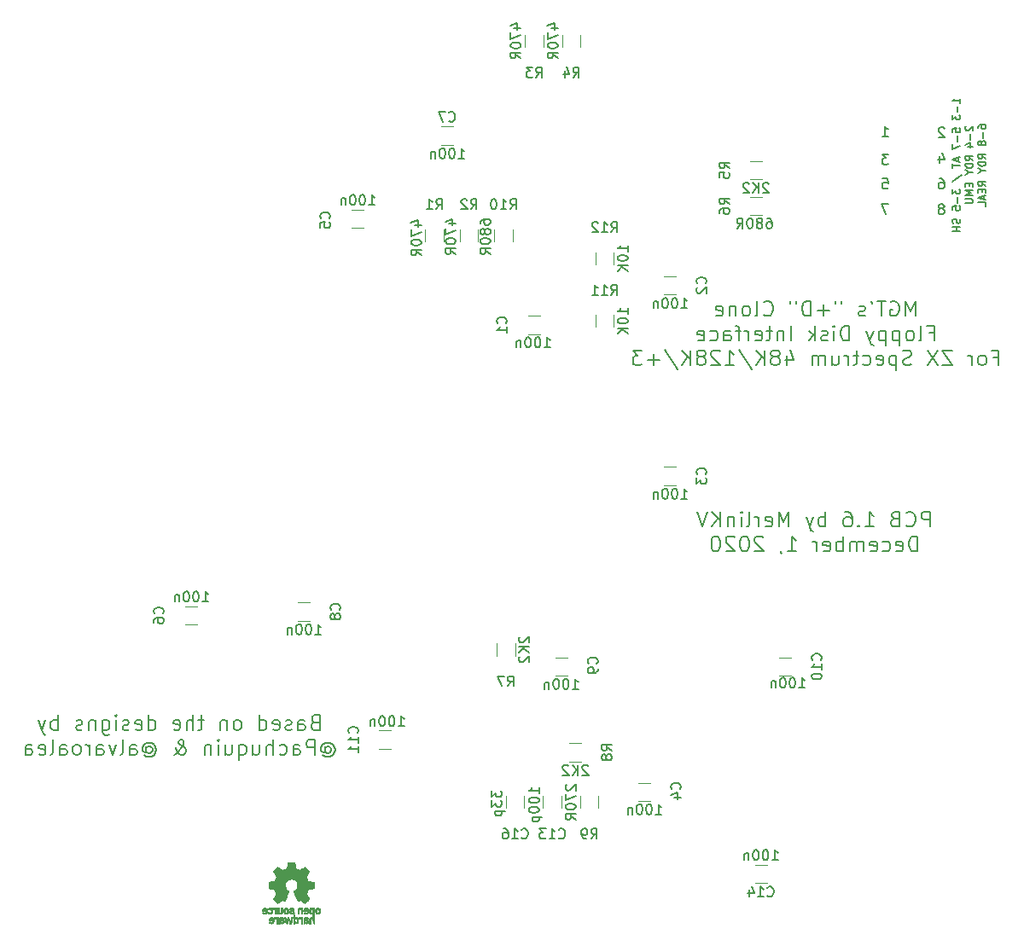
<source format=gbo>
G04 #@! TF.GenerationSoftware,KiCad,Pcbnew,(5.1.6)-1*
G04 #@! TF.CreationDate,2020-12-09T17:27:06+02:00*
G04 #@! TF.ProjectId,PlusD_Clone_1_6,506c7573-445f-4436-9c6f-6e655f315f36,rev?*
G04 #@! TF.SameCoordinates,Original*
G04 #@! TF.FileFunction,Legend,Bot*
G04 #@! TF.FilePolarity,Positive*
%FSLAX46Y46*%
G04 Gerber Fmt 4.6, Leading zero omitted, Abs format (unit mm)*
G04 Created by KiCad (PCBNEW (5.1.6)-1) date 2020-12-09 17:27:06*
%MOMM*%
%LPD*%
G01*
G04 APERTURE LIST*
%ADD10C,0.150000*%
%ADD11C,0.200000*%
%ADD12C,0.120000*%
%ADD13C,0.010000*%
G04 APERTURE END LIST*
D10*
X155035238Y-46108952D02*
X155130476Y-46061333D01*
X155178095Y-46013714D01*
X155225714Y-45918476D01*
X155225714Y-45870857D01*
X155178095Y-45775619D01*
X155130476Y-45728000D01*
X155035238Y-45680380D01*
X154844761Y-45680380D01*
X154749523Y-45728000D01*
X154701904Y-45775619D01*
X154654285Y-45870857D01*
X154654285Y-45918476D01*
X154701904Y-46013714D01*
X154749523Y-46061333D01*
X154844761Y-46108952D01*
X155035238Y-46108952D01*
X155130476Y-46156571D01*
X155178095Y-46204190D01*
X155225714Y-46299428D01*
X155225714Y-46489904D01*
X155178095Y-46585142D01*
X155130476Y-46632761D01*
X155035238Y-46680380D01*
X154844761Y-46680380D01*
X154749523Y-46632761D01*
X154701904Y-46585142D01*
X154654285Y-46489904D01*
X154654285Y-46299428D01*
X154701904Y-46204190D01*
X154749523Y-46156571D01*
X154844761Y-46108952D01*
X154749523Y-43140380D02*
X154940000Y-43140380D01*
X155035238Y-43188000D01*
X155082857Y-43235619D01*
X155178095Y-43378476D01*
X155225714Y-43568952D01*
X155225714Y-43949904D01*
X155178095Y-44045142D01*
X155130476Y-44092761D01*
X155035238Y-44140380D01*
X154844761Y-44140380D01*
X154749523Y-44092761D01*
X154701904Y-44045142D01*
X154654285Y-43949904D01*
X154654285Y-43711809D01*
X154701904Y-43616571D01*
X154749523Y-43568952D01*
X154844761Y-43521333D01*
X155035238Y-43521333D01*
X155130476Y-43568952D01*
X155178095Y-43616571D01*
X155225714Y-43711809D01*
X154749523Y-40933714D02*
X154749523Y-41600380D01*
X154987619Y-40552761D02*
X155225714Y-41267047D01*
X154606666Y-41267047D01*
X155225714Y-38155619D02*
X155178095Y-38108000D01*
X155082857Y-38060380D01*
X154844761Y-38060380D01*
X154749523Y-38108000D01*
X154701904Y-38155619D01*
X154654285Y-38250857D01*
X154654285Y-38346095D01*
X154701904Y-38488952D01*
X155273333Y-39060380D01*
X154654285Y-39060380D01*
X149685333Y-45680380D02*
X149018666Y-45680380D01*
X149447238Y-46680380D01*
X149113904Y-43140380D02*
X149590095Y-43140380D01*
X149637714Y-43616571D01*
X149590095Y-43568952D01*
X149494857Y-43521333D01*
X149256761Y-43521333D01*
X149161523Y-43568952D01*
X149113904Y-43616571D01*
X149066285Y-43711809D01*
X149066285Y-43949904D01*
X149113904Y-44045142D01*
X149161523Y-44092761D01*
X149256761Y-44140380D01*
X149494857Y-44140380D01*
X149590095Y-44092761D01*
X149637714Y-44045142D01*
X149685333Y-40727380D02*
X149066285Y-40727380D01*
X149399619Y-41108333D01*
X149256761Y-41108333D01*
X149161523Y-41155952D01*
X149113904Y-41203571D01*
X149066285Y-41298809D01*
X149066285Y-41536904D01*
X149113904Y-41632142D01*
X149161523Y-41679761D01*
X149256761Y-41727380D01*
X149542476Y-41727380D01*
X149637714Y-41679761D01*
X149685333Y-41632142D01*
X149066285Y-38933380D02*
X149637714Y-38933380D01*
X149352000Y-38933380D02*
X149352000Y-37933380D01*
X149447238Y-38076238D01*
X149542476Y-38171476D01*
X149637714Y-38219095D01*
D11*
X153795571Y-77685571D02*
X153795571Y-76185571D01*
X153224142Y-76185571D01*
X153081285Y-76257000D01*
X153009857Y-76328428D01*
X152938428Y-76471285D01*
X152938428Y-76685571D01*
X153009857Y-76828428D01*
X153081285Y-76899857D01*
X153224142Y-76971285D01*
X153795571Y-76971285D01*
X151438428Y-77542714D02*
X151509857Y-77614142D01*
X151724142Y-77685571D01*
X151867000Y-77685571D01*
X152081285Y-77614142D01*
X152224142Y-77471285D01*
X152295571Y-77328428D01*
X152367000Y-77042714D01*
X152367000Y-76828428D01*
X152295571Y-76542714D01*
X152224142Y-76399857D01*
X152081285Y-76257000D01*
X151867000Y-76185571D01*
X151724142Y-76185571D01*
X151509857Y-76257000D01*
X151438428Y-76328428D01*
X150295571Y-76899857D02*
X150081285Y-76971285D01*
X150009857Y-77042714D01*
X149938428Y-77185571D01*
X149938428Y-77399857D01*
X150009857Y-77542714D01*
X150081285Y-77614142D01*
X150224142Y-77685571D01*
X150795571Y-77685571D01*
X150795571Y-76185571D01*
X150295571Y-76185571D01*
X150152714Y-76257000D01*
X150081285Y-76328428D01*
X150009857Y-76471285D01*
X150009857Y-76614142D01*
X150081285Y-76757000D01*
X150152714Y-76828428D01*
X150295571Y-76899857D01*
X150795571Y-76899857D01*
X147367000Y-77685571D02*
X148224142Y-77685571D01*
X147795571Y-77685571D02*
X147795571Y-76185571D01*
X147938428Y-76399857D01*
X148081285Y-76542714D01*
X148224142Y-76614142D01*
X146724142Y-77542714D02*
X146652714Y-77614142D01*
X146724142Y-77685571D01*
X146795571Y-77614142D01*
X146724142Y-77542714D01*
X146724142Y-77685571D01*
X145367000Y-76185571D02*
X145652714Y-76185571D01*
X145795571Y-76257000D01*
X145867000Y-76328428D01*
X146009857Y-76542714D01*
X146081285Y-76828428D01*
X146081285Y-77399857D01*
X146009857Y-77542714D01*
X145938428Y-77614142D01*
X145795571Y-77685571D01*
X145509857Y-77685571D01*
X145367000Y-77614142D01*
X145295571Y-77542714D01*
X145224142Y-77399857D01*
X145224142Y-77042714D01*
X145295571Y-76899857D01*
X145367000Y-76828428D01*
X145509857Y-76757000D01*
X145795571Y-76757000D01*
X145938428Y-76828428D01*
X146009857Y-76899857D01*
X146081285Y-77042714D01*
X143438428Y-77685571D02*
X143438428Y-76185571D01*
X143438428Y-76757000D02*
X143295571Y-76685571D01*
X143009857Y-76685571D01*
X142867000Y-76757000D01*
X142795571Y-76828428D01*
X142724142Y-76971285D01*
X142724142Y-77399857D01*
X142795571Y-77542714D01*
X142867000Y-77614142D01*
X143009857Y-77685571D01*
X143295571Y-77685571D01*
X143438428Y-77614142D01*
X142224142Y-76685571D02*
X141867000Y-77685571D01*
X141509857Y-76685571D02*
X141867000Y-77685571D01*
X142009857Y-78042714D01*
X142081285Y-78114142D01*
X142224142Y-78185571D01*
X139795571Y-77685571D02*
X139795571Y-76185571D01*
X139295571Y-77257000D01*
X138795571Y-76185571D01*
X138795571Y-77685571D01*
X137509857Y-77614142D02*
X137652714Y-77685571D01*
X137938428Y-77685571D01*
X138081285Y-77614142D01*
X138152714Y-77471285D01*
X138152714Y-76899857D01*
X138081285Y-76757000D01*
X137938428Y-76685571D01*
X137652714Y-76685571D01*
X137509857Y-76757000D01*
X137438428Y-76899857D01*
X137438428Y-77042714D01*
X138152714Y-77185571D01*
X136795571Y-77685571D02*
X136795571Y-76685571D01*
X136795571Y-76971285D02*
X136724142Y-76828428D01*
X136652714Y-76757000D01*
X136509857Y-76685571D01*
X136367000Y-76685571D01*
X135652714Y-77685571D02*
X135795571Y-77614142D01*
X135867000Y-77471285D01*
X135867000Y-76185571D01*
X135081285Y-77685571D02*
X135081285Y-76685571D01*
X135081285Y-76185571D02*
X135152714Y-76257000D01*
X135081285Y-76328428D01*
X135009857Y-76257000D01*
X135081285Y-76185571D01*
X135081285Y-76328428D01*
X134367000Y-76685571D02*
X134367000Y-77685571D01*
X134367000Y-76828428D02*
X134295571Y-76757000D01*
X134152714Y-76685571D01*
X133938428Y-76685571D01*
X133795571Y-76757000D01*
X133724142Y-76899857D01*
X133724142Y-77685571D01*
X133009857Y-77685571D02*
X133009857Y-76185571D01*
X132152714Y-77685571D02*
X132795571Y-76828428D01*
X132152714Y-76185571D02*
X133009857Y-77042714D01*
X131724142Y-76185571D02*
X131224142Y-77685571D01*
X130724142Y-76185571D01*
X152545571Y-80135571D02*
X152545571Y-78635571D01*
X152188428Y-78635571D01*
X151974142Y-78707000D01*
X151831285Y-78849857D01*
X151759857Y-78992714D01*
X151688428Y-79278428D01*
X151688428Y-79492714D01*
X151759857Y-79778428D01*
X151831285Y-79921285D01*
X151974142Y-80064142D01*
X152188428Y-80135571D01*
X152545571Y-80135571D01*
X150474142Y-80064142D02*
X150617000Y-80135571D01*
X150902714Y-80135571D01*
X151045571Y-80064142D01*
X151117000Y-79921285D01*
X151117000Y-79349857D01*
X151045571Y-79207000D01*
X150902714Y-79135571D01*
X150617000Y-79135571D01*
X150474142Y-79207000D01*
X150402714Y-79349857D01*
X150402714Y-79492714D01*
X151117000Y-79635571D01*
X149117000Y-80064142D02*
X149259857Y-80135571D01*
X149545571Y-80135571D01*
X149688428Y-80064142D01*
X149759857Y-79992714D01*
X149831285Y-79849857D01*
X149831285Y-79421285D01*
X149759857Y-79278428D01*
X149688428Y-79207000D01*
X149545571Y-79135571D01*
X149259857Y-79135571D01*
X149117000Y-79207000D01*
X147902714Y-80064142D02*
X148045571Y-80135571D01*
X148331285Y-80135571D01*
X148474142Y-80064142D01*
X148545571Y-79921285D01*
X148545571Y-79349857D01*
X148474142Y-79207000D01*
X148331285Y-79135571D01*
X148045571Y-79135571D01*
X147902714Y-79207000D01*
X147831285Y-79349857D01*
X147831285Y-79492714D01*
X148545571Y-79635571D01*
X147188428Y-80135571D02*
X147188428Y-79135571D01*
X147188428Y-79278428D02*
X147117000Y-79207000D01*
X146974142Y-79135571D01*
X146759857Y-79135571D01*
X146617000Y-79207000D01*
X146545571Y-79349857D01*
X146545571Y-80135571D01*
X146545571Y-79349857D02*
X146474142Y-79207000D01*
X146331285Y-79135571D01*
X146117000Y-79135571D01*
X145974142Y-79207000D01*
X145902714Y-79349857D01*
X145902714Y-80135571D01*
X145188428Y-80135571D02*
X145188428Y-78635571D01*
X145188428Y-79207000D02*
X145045571Y-79135571D01*
X144759857Y-79135571D01*
X144617000Y-79207000D01*
X144545571Y-79278428D01*
X144474142Y-79421285D01*
X144474142Y-79849857D01*
X144545571Y-79992714D01*
X144617000Y-80064142D01*
X144759857Y-80135571D01*
X145045571Y-80135571D01*
X145188428Y-80064142D01*
X143259857Y-80064142D02*
X143402714Y-80135571D01*
X143688428Y-80135571D01*
X143831285Y-80064142D01*
X143902714Y-79921285D01*
X143902714Y-79349857D01*
X143831285Y-79207000D01*
X143688428Y-79135571D01*
X143402714Y-79135571D01*
X143259857Y-79207000D01*
X143188428Y-79349857D01*
X143188428Y-79492714D01*
X143902714Y-79635571D01*
X142545571Y-80135571D02*
X142545571Y-79135571D01*
X142545571Y-79421285D02*
X142474142Y-79278428D01*
X142402714Y-79207000D01*
X142259857Y-79135571D01*
X142117000Y-79135571D01*
X139688428Y-80135571D02*
X140545571Y-80135571D01*
X140117000Y-80135571D02*
X140117000Y-78635571D01*
X140259857Y-78849857D01*
X140402714Y-78992714D01*
X140545571Y-79064142D01*
X138974142Y-80064142D02*
X138974142Y-80135571D01*
X139045571Y-80278428D01*
X139117000Y-80349857D01*
X137259857Y-78778428D02*
X137188428Y-78707000D01*
X137045571Y-78635571D01*
X136688428Y-78635571D01*
X136545571Y-78707000D01*
X136474142Y-78778428D01*
X136402714Y-78921285D01*
X136402714Y-79064142D01*
X136474142Y-79278428D01*
X137331285Y-80135571D01*
X136402714Y-80135571D01*
X135474142Y-78635571D02*
X135331285Y-78635571D01*
X135188428Y-78707000D01*
X135117000Y-78778428D01*
X135045571Y-78921285D01*
X134974142Y-79207000D01*
X134974142Y-79564142D01*
X135045571Y-79849857D01*
X135117000Y-79992714D01*
X135188428Y-80064142D01*
X135331285Y-80135571D01*
X135474142Y-80135571D01*
X135617000Y-80064142D01*
X135688428Y-79992714D01*
X135759857Y-79849857D01*
X135831285Y-79564142D01*
X135831285Y-79207000D01*
X135759857Y-78921285D01*
X135688428Y-78778428D01*
X135617000Y-78707000D01*
X135474142Y-78635571D01*
X134402714Y-78778428D02*
X134331285Y-78707000D01*
X134188428Y-78635571D01*
X133831285Y-78635571D01*
X133688428Y-78707000D01*
X133617000Y-78778428D01*
X133545571Y-78921285D01*
X133545571Y-79064142D01*
X133617000Y-79278428D01*
X134474142Y-80135571D01*
X133545571Y-80135571D01*
X132617000Y-78635571D02*
X132474142Y-78635571D01*
X132331285Y-78707000D01*
X132259857Y-78778428D01*
X132188428Y-78921285D01*
X132117000Y-79207000D01*
X132117000Y-79564142D01*
X132188428Y-79849857D01*
X132259857Y-79992714D01*
X132331285Y-80064142D01*
X132474142Y-80135571D01*
X132617000Y-80135571D01*
X132759857Y-80064142D01*
X132831285Y-79992714D01*
X132902714Y-79849857D01*
X132974142Y-79564142D01*
X132974142Y-79207000D01*
X132902714Y-78921285D01*
X132831285Y-78778428D01*
X132759857Y-78707000D01*
X132617000Y-78635571D01*
D10*
X156798285Y-35640142D02*
X156798285Y-35211571D01*
X156798285Y-35425857D02*
X156048285Y-35425857D01*
X156155428Y-35354428D01*
X156226857Y-35283000D01*
X156262571Y-35211571D01*
X156512571Y-35961571D02*
X156512571Y-36533000D01*
X156048285Y-36818714D02*
X156048285Y-37283000D01*
X156334000Y-37033000D01*
X156334000Y-37140142D01*
X156369714Y-37211571D01*
X156405428Y-37247285D01*
X156476857Y-37283000D01*
X156655428Y-37283000D01*
X156726857Y-37247285D01*
X156762571Y-37211571D01*
X156798285Y-37140142D01*
X156798285Y-36925857D01*
X156762571Y-36854428D01*
X156726857Y-36818714D01*
X156048285Y-38533000D02*
X156048285Y-38175857D01*
X156405428Y-38140142D01*
X156369714Y-38175857D01*
X156334000Y-38247285D01*
X156334000Y-38425857D01*
X156369714Y-38497285D01*
X156405428Y-38533000D01*
X156476857Y-38568714D01*
X156655428Y-38568714D01*
X156726857Y-38533000D01*
X156762571Y-38497285D01*
X156798285Y-38425857D01*
X156798285Y-38247285D01*
X156762571Y-38175857D01*
X156726857Y-38140142D01*
X156512571Y-38890142D02*
X156512571Y-39461571D01*
X156048285Y-39747285D02*
X156048285Y-40247285D01*
X156798285Y-39925857D01*
X156584000Y-41068714D02*
X156584000Y-41425857D01*
X156798285Y-40997285D02*
X156048285Y-41247285D01*
X156798285Y-41497285D01*
X156048285Y-41640142D02*
X156048285Y-42068714D01*
X156798285Y-41854428D02*
X156048285Y-41854428D01*
X156012571Y-43425857D02*
X156976857Y-42783000D01*
X156048285Y-44175857D02*
X156048285Y-44640142D01*
X156334000Y-44390142D01*
X156334000Y-44497285D01*
X156369714Y-44568714D01*
X156405428Y-44604428D01*
X156476857Y-44640142D01*
X156655428Y-44640142D01*
X156726857Y-44604428D01*
X156762571Y-44568714D01*
X156798285Y-44497285D01*
X156798285Y-44283000D01*
X156762571Y-44211571D01*
X156726857Y-44175857D01*
X156512571Y-44961571D02*
X156512571Y-45532999D01*
X156048285Y-46247285D02*
X156048285Y-45890142D01*
X156405428Y-45854428D01*
X156369714Y-45890142D01*
X156334000Y-45961571D01*
X156334000Y-46140142D01*
X156369714Y-46211571D01*
X156405428Y-46247285D01*
X156476857Y-46282999D01*
X156655428Y-46282999D01*
X156726857Y-46247285D01*
X156762571Y-46211571D01*
X156798285Y-46140142D01*
X156798285Y-45961571D01*
X156762571Y-45890142D01*
X156726857Y-45854428D01*
X156762571Y-47140142D02*
X156798285Y-47247285D01*
X156798285Y-47425857D01*
X156762571Y-47497285D01*
X156726857Y-47532999D01*
X156655428Y-47568714D01*
X156584000Y-47568714D01*
X156512571Y-47532999D01*
X156476857Y-47497285D01*
X156441142Y-47425857D01*
X156405428Y-47282999D01*
X156369714Y-47211571D01*
X156334000Y-47175857D01*
X156262571Y-47140142D01*
X156191142Y-47140142D01*
X156119714Y-47175857D01*
X156084000Y-47211571D01*
X156048285Y-47282999D01*
X156048285Y-47461571D01*
X156084000Y-47568714D01*
X156798285Y-47890142D02*
X156048285Y-47890142D01*
X156405428Y-47890142D02*
X156405428Y-48318714D01*
X156798285Y-48318714D02*
X156048285Y-48318714D01*
X157394714Y-37943714D02*
X157359000Y-37979428D01*
X157323285Y-38050857D01*
X157323285Y-38229428D01*
X157359000Y-38300857D01*
X157394714Y-38336571D01*
X157466142Y-38372285D01*
X157537571Y-38372285D01*
X157644714Y-38336571D01*
X158073285Y-37908000D01*
X158073285Y-38372285D01*
X157787571Y-38693714D02*
X157787571Y-39265142D01*
X157573285Y-39943714D02*
X158073285Y-39943714D01*
X157287571Y-39765142D02*
X157823285Y-39586571D01*
X157823285Y-40050857D01*
X158073285Y-41336571D02*
X157716142Y-41086571D01*
X158073285Y-40908000D02*
X157323285Y-40908000D01*
X157323285Y-41193714D01*
X157359000Y-41265142D01*
X157394714Y-41300857D01*
X157466142Y-41336571D01*
X157573285Y-41336571D01*
X157644714Y-41300857D01*
X157680428Y-41265142D01*
X157716142Y-41193714D01*
X157716142Y-40908000D01*
X158073285Y-41658000D02*
X157323285Y-41658000D01*
X157323285Y-41836571D01*
X157359000Y-41943714D01*
X157430428Y-42015142D01*
X157501857Y-42050857D01*
X157644714Y-42086571D01*
X157751857Y-42086571D01*
X157894714Y-42050857D01*
X157966142Y-42015142D01*
X158037571Y-41943714D01*
X158073285Y-41836571D01*
X158073285Y-41658000D01*
X157716142Y-42550857D02*
X158073285Y-42550857D01*
X157323285Y-42300857D02*
X157716142Y-42550857D01*
X157323285Y-42800857D01*
X157680428Y-43622285D02*
X157680428Y-43872285D01*
X158073285Y-43979428D02*
X158073285Y-43622285D01*
X157323285Y-43622285D01*
X157323285Y-43979428D01*
X158073285Y-44300857D02*
X157323285Y-44300857D01*
X157859000Y-44550857D01*
X157323285Y-44800857D01*
X158073285Y-44800857D01*
X157323285Y-45158000D02*
X157930428Y-45158000D01*
X158001857Y-45193714D01*
X158037571Y-45229428D01*
X158073285Y-45300857D01*
X158073285Y-45443714D01*
X158037571Y-45515142D01*
X158001857Y-45550857D01*
X157930428Y-45586571D01*
X157323285Y-45586571D01*
X158598285Y-38122285D02*
X158598285Y-37979428D01*
X158634000Y-37908000D01*
X158669714Y-37872285D01*
X158776857Y-37800857D01*
X158919714Y-37765142D01*
X159205428Y-37765142D01*
X159276857Y-37800857D01*
X159312571Y-37836571D01*
X159348285Y-37908000D01*
X159348285Y-38050857D01*
X159312571Y-38122285D01*
X159276857Y-38158000D01*
X159205428Y-38193714D01*
X159026857Y-38193714D01*
X158955428Y-38158000D01*
X158919714Y-38122285D01*
X158884000Y-38050857D01*
X158884000Y-37908000D01*
X158919714Y-37836571D01*
X158955428Y-37800857D01*
X159026857Y-37765142D01*
X159062571Y-38515142D02*
X159062571Y-39086571D01*
X158919714Y-39550857D02*
X158884000Y-39479428D01*
X158848285Y-39443714D01*
X158776857Y-39408000D01*
X158741142Y-39408000D01*
X158669714Y-39443714D01*
X158634000Y-39479428D01*
X158598285Y-39550857D01*
X158598285Y-39693714D01*
X158634000Y-39765142D01*
X158669714Y-39800857D01*
X158741142Y-39836571D01*
X158776857Y-39836571D01*
X158848285Y-39800857D01*
X158884000Y-39765142D01*
X158919714Y-39693714D01*
X158919714Y-39550857D01*
X158955428Y-39479428D01*
X158991142Y-39443714D01*
X159062571Y-39408000D01*
X159205428Y-39408000D01*
X159276857Y-39443714D01*
X159312571Y-39479428D01*
X159348285Y-39550857D01*
X159348285Y-39693714D01*
X159312571Y-39765142D01*
X159276857Y-39800857D01*
X159205428Y-39836571D01*
X159062571Y-39836571D01*
X158991142Y-39800857D01*
X158955428Y-39765142D01*
X158919714Y-39693714D01*
X159348285Y-41158000D02*
X158991142Y-40908000D01*
X159348285Y-40729428D02*
X158598285Y-40729428D01*
X158598285Y-41015142D01*
X158634000Y-41086571D01*
X158669714Y-41122285D01*
X158741142Y-41158000D01*
X158848285Y-41158000D01*
X158919714Y-41122285D01*
X158955428Y-41086571D01*
X158991142Y-41015142D01*
X158991142Y-40729428D01*
X159348285Y-41479428D02*
X158598285Y-41479428D01*
X158598285Y-41658000D01*
X158634000Y-41765142D01*
X158705428Y-41836571D01*
X158776857Y-41872285D01*
X158919714Y-41908000D01*
X159026857Y-41908000D01*
X159169714Y-41872285D01*
X159241142Y-41836571D01*
X159312571Y-41765142D01*
X159348285Y-41658000D01*
X159348285Y-41479428D01*
X158991142Y-42372285D02*
X159348285Y-42372285D01*
X158598285Y-42122285D02*
X158991142Y-42372285D01*
X158598285Y-42622285D01*
X159348285Y-43872285D02*
X158991142Y-43622285D01*
X159348285Y-43443714D02*
X158598285Y-43443714D01*
X158598285Y-43729428D01*
X158634000Y-43800857D01*
X158669714Y-43836571D01*
X158741142Y-43872285D01*
X158848285Y-43872285D01*
X158919714Y-43836571D01*
X158955428Y-43800857D01*
X158991142Y-43729428D01*
X158991142Y-43443714D01*
X158955428Y-44193714D02*
X158955428Y-44443714D01*
X159348285Y-44550857D02*
X159348285Y-44193714D01*
X158598285Y-44193714D01*
X158598285Y-44550857D01*
X159134000Y-44836571D02*
X159134000Y-45193714D01*
X159348285Y-44765142D02*
X158598285Y-45015142D01*
X159348285Y-45265142D01*
X159348285Y-45872285D02*
X159348285Y-45515142D01*
X158598285Y-45515142D01*
D11*
X92767857Y-97092857D02*
X92553571Y-97164285D01*
X92482142Y-97235714D01*
X92410714Y-97378571D01*
X92410714Y-97592857D01*
X92482142Y-97735714D01*
X92553571Y-97807142D01*
X92696428Y-97878571D01*
X93267857Y-97878571D01*
X93267857Y-96378571D01*
X92767857Y-96378571D01*
X92625000Y-96450000D01*
X92553571Y-96521428D01*
X92482142Y-96664285D01*
X92482142Y-96807142D01*
X92553571Y-96950000D01*
X92625000Y-97021428D01*
X92767857Y-97092857D01*
X93267857Y-97092857D01*
X91125000Y-97878571D02*
X91125000Y-97092857D01*
X91196428Y-96950000D01*
X91339285Y-96878571D01*
X91625000Y-96878571D01*
X91767857Y-96950000D01*
X91125000Y-97807142D02*
X91267857Y-97878571D01*
X91625000Y-97878571D01*
X91767857Y-97807142D01*
X91839285Y-97664285D01*
X91839285Y-97521428D01*
X91767857Y-97378571D01*
X91625000Y-97307142D01*
X91267857Y-97307142D01*
X91125000Y-97235714D01*
X90482142Y-97807142D02*
X90339285Y-97878571D01*
X90053571Y-97878571D01*
X89910714Y-97807142D01*
X89839285Y-97664285D01*
X89839285Y-97592857D01*
X89910714Y-97450000D01*
X90053571Y-97378571D01*
X90267857Y-97378571D01*
X90410714Y-97307142D01*
X90482142Y-97164285D01*
X90482142Y-97092857D01*
X90410714Y-96950000D01*
X90267857Y-96878571D01*
X90053571Y-96878571D01*
X89910714Y-96950000D01*
X88625000Y-97807142D02*
X88767857Y-97878571D01*
X89053571Y-97878571D01*
X89196428Y-97807142D01*
X89267857Y-97664285D01*
X89267857Y-97092857D01*
X89196428Y-96950000D01*
X89053571Y-96878571D01*
X88767857Y-96878571D01*
X88625000Y-96950000D01*
X88553571Y-97092857D01*
X88553571Y-97235714D01*
X89267857Y-97378571D01*
X87267857Y-97878571D02*
X87267857Y-96378571D01*
X87267857Y-97807142D02*
X87410714Y-97878571D01*
X87696428Y-97878571D01*
X87839285Y-97807142D01*
X87910714Y-97735714D01*
X87982142Y-97592857D01*
X87982142Y-97164285D01*
X87910714Y-97021428D01*
X87839285Y-96950000D01*
X87696428Y-96878571D01*
X87410714Y-96878571D01*
X87267857Y-96950000D01*
X85196428Y-97878571D02*
X85339285Y-97807142D01*
X85410714Y-97735714D01*
X85482142Y-97592857D01*
X85482142Y-97164285D01*
X85410714Y-97021428D01*
X85339285Y-96950000D01*
X85196428Y-96878571D01*
X84982142Y-96878571D01*
X84839285Y-96950000D01*
X84767857Y-97021428D01*
X84696428Y-97164285D01*
X84696428Y-97592857D01*
X84767857Y-97735714D01*
X84839285Y-97807142D01*
X84982142Y-97878571D01*
X85196428Y-97878571D01*
X84053571Y-96878571D02*
X84053571Y-97878571D01*
X84053571Y-97021428D02*
X83982142Y-96950000D01*
X83839285Y-96878571D01*
X83625000Y-96878571D01*
X83482142Y-96950000D01*
X83410714Y-97092857D01*
X83410714Y-97878571D01*
X81767857Y-96878571D02*
X81196428Y-96878571D01*
X81553571Y-96378571D02*
X81553571Y-97664285D01*
X81482142Y-97807142D01*
X81339285Y-97878571D01*
X81196428Y-97878571D01*
X80696428Y-97878571D02*
X80696428Y-96378571D01*
X80053571Y-97878571D02*
X80053571Y-97092857D01*
X80125000Y-96950000D01*
X80267857Y-96878571D01*
X80482142Y-96878571D01*
X80625000Y-96950000D01*
X80696428Y-97021428D01*
X78767857Y-97807142D02*
X78910714Y-97878571D01*
X79196428Y-97878571D01*
X79339285Y-97807142D01*
X79410714Y-97664285D01*
X79410714Y-97092857D01*
X79339285Y-96950000D01*
X79196428Y-96878571D01*
X78910714Y-96878571D01*
X78767857Y-96950000D01*
X78696428Y-97092857D01*
X78696428Y-97235714D01*
X79410714Y-97378571D01*
X76267857Y-97878571D02*
X76267857Y-96378571D01*
X76267857Y-97807142D02*
X76410714Y-97878571D01*
X76696428Y-97878571D01*
X76839285Y-97807142D01*
X76910714Y-97735714D01*
X76982142Y-97592857D01*
X76982142Y-97164285D01*
X76910714Y-97021428D01*
X76839285Y-96950000D01*
X76696428Y-96878571D01*
X76410714Y-96878571D01*
X76267857Y-96950000D01*
X74982142Y-97807142D02*
X75125000Y-97878571D01*
X75410714Y-97878571D01*
X75553571Y-97807142D01*
X75625000Y-97664285D01*
X75625000Y-97092857D01*
X75553571Y-96950000D01*
X75410714Y-96878571D01*
X75125000Y-96878571D01*
X74982142Y-96950000D01*
X74910714Y-97092857D01*
X74910714Y-97235714D01*
X75625000Y-97378571D01*
X74339285Y-97807142D02*
X74196428Y-97878571D01*
X73910714Y-97878571D01*
X73767857Y-97807142D01*
X73696428Y-97664285D01*
X73696428Y-97592857D01*
X73767857Y-97450000D01*
X73910714Y-97378571D01*
X74125000Y-97378571D01*
X74267857Y-97307142D01*
X74339285Y-97164285D01*
X74339285Y-97092857D01*
X74267857Y-96950000D01*
X74125000Y-96878571D01*
X73910714Y-96878571D01*
X73767857Y-96950000D01*
X73053571Y-97878571D02*
X73053571Y-96878571D01*
X73053571Y-96378571D02*
X73125000Y-96450000D01*
X73053571Y-96521428D01*
X72982142Y-96450000D01*
X73053571Y-96378571D01*
X73053571Y-96521428D01*
X71696428Y-96878571D02*
X71696428Y-98092857D01*
X71767857Y-98235714D01*
X71839285Y-98307142D01*
X71982142Y-98378571D01*
X72196428Y-98378571D01*
X72339285Y-98307142D01*
X71696428Y-97807142D02*
X71839285Y-97878571D01*
X72125000Y-97878571D01*
X72267857Y-97807142D01*
X72339285Y-97735714D01*
X72410714Y-97592857D01*
X72410714Y-97164285D01*
X72339285Y-97021428D01*
X72267857Y-96950000D01*
X72125000Y-96878571D01*
X71839285Y-96878571D01*
X71696428Y-96950000D01*
X70982142Y-96878571D02*
X70982142Y-97878571D01*
X70982142Y-97021428D02*
X70910714Y-96950000D01*
X70767857Y-96878571D01*
X70553571Y-96878571D01*
X70410714Y-96950000D01*
X70339285Y-97092857D01*
X70339285Y-97878571D01*
X69696428Y-97807142D02*
X69553571Y-97878571D01*
X69267857Y-97878571D01*
X69125000Y-97807142D01*
X69053571Y-97664285D01*
X69053571Y-97592857D01*
X69125000Y-97450000D01*
X69267857Y-97378571D01*
X69482142Y-97378571D01*
X69625000Y-97307142D01*
X69696428Y-97164285D01*
X69696428Y-97092857D01*
X69625000Y-96950000D01*
X69482142Y-96878571D01*
X69267857Y-96878571D01*
X69125000Y-96950000D01*
X67267857Y-97878571D02*
X67267857Y-96378571D01*
X67267857Y-96950000D02*
X67125000Y-96878571D01*
X66839285Y-96878571D01*
X66696428Y-96950000D01*
X66625000Y-97021428D01*
X66553571Y-97164285D01*
X66553571Y-97592857D01*
X66625000Y-97735714D01*
X66696428Y-97807142D01*
X66839285Y-97878571D01*
X67125000Y-97878571D01*
X67267857Y-97807142D01*
X66053571Y-96878571D02*
X65696428Y-97878571D01*
X65339285Y-96878571D02*
X65696428Y-97878571D01*
X65839285Y-98235714D01*
X65910714Y-98307142D01*
X66053571Y-98378571D01*
X93767857Y-99614285D02*
X93839285Y-99542857D01*
X93982142Y-99471428D01*
X94125000Y-99471428D01*
X94267857Y-99542857D01*
X94339285Y-99614285D01*
X94410714Y-99757142D01*
X94410714Y-99900000D01*
X94339285Y-100042857D01*
X94267857Y-100114285D01*
X94125000Y-100185714D01*
X93982142Y-100185714D01*
X93839285Y-100114285D01*
X93767857Y-100042857D01*
X93767857Y-99471428D02*
X93767857Y-100042857D01*
X93696428Y-100114285D01*
X93625000Y-100114285D01*
X93482142Y-100042857D01*
X93410714Y-99900000D01*
X93410714Y-99542857D01*
X93553571Y-99328571D01*
X93767857Y-99185714D01*
X94053571Y-99114285D01*
X94339285Y-99185714D01*
X94553571Y-99328571D01*
X94696428Y-99542857D01*
X94767857Y-99828571D01*
X94696428Y-100114285D01*
X94553571Y-100328571D01*
X94339285Y-100471428D01*
X94053571Y-100542857D01*
X93767857Y-100471428D01*
X93553571Y-100328571D01*
X92767857Y-100328571D02*
X92767857Y-98828571D01*
X92196428Y-98828571D01*
X92053571Y-98900000D01*
X91982142Y-98971428D01*
X91910714Y-99114285D01*
X91910714Y-99328571D01*
X91982142Y-99471428D01*
X92053571Y-99542857D01*
X92196428Y-99614285D01*
X92767857Y-99614285D01*
X90625000Y-100328571D02*
X90625000Y-99542857D01*
X90696428Y-99400000D01*
X90839285Y-99328571D01*
X91125000Y-99328571D01*
X91267857Y-99400000D01*
X90625000Y-100257142D02*
X90767857Y-100328571D01*
X91125000Y-100328571D01*
X91267857Y-100257142D01*
X91339285Y-100114285D01*
X91339285Y-99971428D01*
X91267857Y-99828571D01*
X91125000Y-99757142D01*
X90767857Y-99757142D01*
X90625000Y-99685714D01*
X89267857Y-100257142D02*
X89410714Y-100328571D01*
X89696428Y-100328571D01*
X89839285Y-100257142D01*
X89910714Y-100185714D01*
X89982142Y-100042857D01*
X89982142Y-99614285D01*
X89910714Y-99471428D01*
X89839285Y-99400000D01*
X89696428Y-99328571D01*
X89410714Y-99328571D01*
X89267857Y-99400000D01*
X88625000Y-100328571D02*
X88625000Y-98828571D01*
X87982142Y-100328571D02*
X87982142Y-99542857D01*
X88053571Y-99400000D01*
X88196428Y-99328571D01*
X88410714Y-99328571D01*
X88553571Y-99400000D01*
X88625000Y-99471428D01*
X86625000Y-99328571D02*
X86625000Y-100328571D01*
X87267857Y-99328571D02*
X87267857Y-100114285D01*
X87196428Y-100257142D01*
X87053571Y-100328571D01*
X86839285Y-100328571D01*
X86696428Y-100257142D01*
X86625000Y-100185714D01*
X85267857Y-99328571D02*
X85267857Y-100828571D01*
X85267857Y-100257142D02*
X85410714Y-100328571D01*
X85696428Y-100328571D01*
X85839285Y-100257142D01*
X85910714Y-100185714D01*
X85982142Y-100042857D01*
X85982142Y-99614285D01*
X85910714Y-99471428D01*
X85839285Y-99400000D01*
X85696428Y-99328571D01*
X85410714Y-99328571D01*
X85267857Y-99400000D01*
X83910714Y-99328571D02*
X83910714Y-100328571D01*
X84553571Y-99328571D02*
X84553571Y-100114285D01*
X84482142Y-100257142D01*
X84339285Y-100328571D01*
X84125000Y-100328571D01*
X83982142Y-100257142D01*
X83910714Y-100185714D01*
X83196428Y-100328571D02*
X83196428Y-99328571D01*
X83196428Y-98828571D02*
X83267857Y-98900000D01*
X83196428Y-98971428D01*
X83125000Y-98900000D01*
X83196428Y-98828571D01*
X83196428Y-98971428D01*
X82482142Y-99328571D02*
X82482142Y-100328571D01*
X82482142Y-99471428D02*
X82410714Y-99400000D01*
X82267857Y-99328571D01*
X82053571Y-99328571D01*
X81910714Y-99400000D01*
X81839285Y-99542857D01*
X81839285Y-100328571D01*
X78767857Y-100328571D02*
X78839285Y-100328571D01*
X78982142Y-100257142D01*
X79196428Y-100042857D01*
X79553571Y-99614285D01*
X79696428Y-99400000D01*
X79767857Y-99185714D01*
X79767857Y-99042857D01*
X79696428Y-98900000D01*
X79553571Y-98828571D01*
X79482142Y-98828571D01*
X79339285Y-98900000D01*
X79267857Y-99042857D01*
X79267857Y-99114285D01*
X79339285Y-99257142D01*
X79410714Y-99328571D01*
X79839285Y-99614285D01*
X79910714Y-99685714D01*
X79982142Y-99828571D01*
X79982142Y-100042857D01*
X79910714Y-100185714D01*
X79839285Y-100257142D01*
X79696428Y-100328571D01*
X79482142Y-100328571D01*
X79339285Y-100257142D01*
X79267857Y-100185714D01*
X79053571Y-99900000D01*
X78982142Y-99685714D01*
X78982142Y-99542857D01*
X76053571Y-99614285D02*
X76125000Y-99542857D01*
X76267857Y-99471428D01*
X76410714Y-99471428D01*
X76553571Y-99542857D01*
X76625000Y-99614285D01*
X76696428Y-99757142D01*
X76696428Y-99900000D01*
X76625000Y-100042857D01*
X76553571Y-100114285D01*
X76410714Y-100185714D01*
X76267857Y-100185714D01*
X76125000Y-100114285D01*
X76053571Y-100042857D01*
X76053571Y-99471428D02*
X76053571Y-100042857D01*
X75982142Y-100114285D01*
X75910714Y-100114285D01*
X75767857Y-100042857D01*
X75696428Y-99900000D01*
X75696428Y-99542857D01*
X75839285Y-99328571D01*
X76053571Y-99185714D01*
X76339285Y-99114285D01*
X76625000Y-99185714D01*
X76839285Y-99328571D01*
X76982142Y-99542857D01*
X77053571Y-99828571D01*
X76982142Y-100114285D01*
X76839285Y-100328571D01*
X76625000Y-100471428D01*
X76339285Y-100542857D01*
X76053571Y-100471428D01*
X75839285Y-100328571D01*
X74410714Y-100328571D02*
X74410714Y-99542857D01*
X74482142Y-99400000D01*
X74625000Y-99328571D01*
X74910714Y-99328571D01*
X75053571Y-99400000D01*
X74410714Y-100257142D02*
X74553571Y-100328571D01*
X74910714Y-100328571D01*
X75053571Y-100257142D01*
X75125000Y-100114285D01*
X75125000Y-99971428D01*
X75053571Y-99828571D01*
X74910714Y-99757142D01*
X74553571Y-99757142D01*
X74410714Y-99685714D01*
X73482142Y-100328571D02*
X73625000Y-100257142D01*
X73696428Y-100114285D01*
X73696428Y-98828571D01*
X73053571Y-99328571D02*
X72696428Y-100328571D01*
X72339285Y-99328571D01*
X71125000Y-100328571D02*
X71125000Y-99542857D01*
X71196428Y-99400000D01*
X71339285Y-99328571D01*
X71625000Y-99328571D01*
X71767857Y-99400000D01*
X71125000Y-100257142D02*
X71267857Y-100328571D01*
X71625000Y-100328571D01*
X71767857Y-100257142D01*
X71839285Y-100114285D01*
X71839285Y-99971428D01*
X71767857Y-99828571D01*
X71625000Y-99757142D01*
X71267857Y-99757142D01*
X71125000Y-99685714D01*
X70410714Y-100328571D02*
X70410714Y-99328571D01*
X70410714Y-99614285D02*
X70339285Y-99471428D01*
X70267857Y-99400000D01*
X70125000Y-99328571D01*
X69982142Y-99328571D01*
X69267857Y-100328571D02*
X69410714Y-100257142D01*
X69482142Y-100185714D01*
X69553571Y-100042857D01*
X69553571Y-99614285D01*
X69482142Y-99471428D01*
X69410714Y-99400000D01*
X69267857Y-99328571D01*
X69053571Y-99328571D01*
X68910714Y-99400000D01*
X68839285Y-99471428D01*
X68767857Y-99614285D01*
X68767857Y-100042857D01*
X68839285Y-100185714D01*
X68910714Y-100257142D01*
X69053571Y-100328571D01*
X69267857Y-100328571D01*
X67482142Y-100328571D02*
X67482142Y-99542857D01*
X67553571Y-99400000D01*
X67696428Y-99328571D01*
X67982142Y-99328571D01*
X68125000Y-99400000D01*
X67482142Y-100257142D02*
X67625000Y-100328571D01*
X67982142Y-100328571D01*
X68125000Y-100257142D01*
X68196428Y-100114285D01*
X68196428Y-99971428D01*
X68125000Y-99828571D01*
X67982142Y-99757142D01*
X67625000Y-99757142D01*
X67482142Y-99685714D01*
X66553571Y-100328571D02*
X66696428Y-100257142D01*
X66767857Y-100114285D01*
X66767857Y-98828571D01*
X65410714Y-100257142D02*
X65553571Y-100328571D01*
X65839285Y-100328571D01*
X65982142Y-100257142D01*
X66053571Y-100114285D01*
X66053571Y-99542857D01*
X65982142Y-99400000D01*
X65839285Y-99328571D01*
X65553571Y-99328571D01*
X65410714Y-99400000D01*
X65339285Y-99542857D01*
X65339285Y-99685714D01*
X66053571Y-99828571D01*
X64053571Y-100328571D02*
X64053571Y-99542857D01*
X64125000Y-99400000D01*
X64267857Y-99328571D01*
X64553571Y-99328571D01*
X64696428Y-99400000D01*
X64053571Y-100257142D02*
X64196428Y-100328571D01*
X64553571Y-100328571D01*
X64696428Y-100257142D01*
X64767857Y-100114285D01*
X64767857Y-99971428D01*
X64696428Y-99828571D01*
X64553571Y-99757142D01*
X64196428Y-99757142D01*
X64053571Y-99685714D01*
X152386857Y-56775571D02*
X152386857Y-55275571D01*
X151886857Y-56347000D01*
X151386857Y-55275571D01*
X151386857Y-56775571D01*
X149886857Y-55347000D02*
X150029714Y-55275571D01*
X150244000Y-55275571D01*
X150458285Y-55347000D01*
X150601142Y-55489857D01*
X150672571Y-55632714D01*
X150744000Y-55918428D01*
X150744000Y-56132714D01*
X150672571Y-56418428D01*
X150601142Y-56561285D01*
X150458285Y-56704142D01*
X150244000Y-56775571D01*
X150101142Y-56775571D01*
X149886857Y-56704142D01*
X149815428Y-56632714D01*
X149815428Y-56132714D01*
X150101142Y-56132714D01*
X149386857Y-55275571D02*
X148529714Y-55275571D01*
X148958285Y-56775571D02*
X148958285Y-55275571D01*
X147958285Y-55275571D02*
X148101142Y-55561285D01*
X147386857Y-56704142D02*
X147244000Y-56775571D01*
X146958285Y-56775571D01*
X146815428Y-56704142D01*
X146744000Y-56561285D01*
X146744000Y-56489857D01*
X146815428Y-56347000D01*
X146958285Y-56275571D01*
X147172571Y-56275571D01*
X147315428Y-56204142D01*
X147386857Y-56061285D01*
X147386857Y-55989857D01*
X147315428Y-55847000D01*
X147172571Y-55775571D01*
X146958285Y-55775571D01*
X146815428Y-55847000D01*
X145029714Y-55275571D02*
X145029714Y-55561285D01*
X144458285Y-55275571D02*
X144458285Y-55561285D01*
X143815428Y-56204142D02*
X142672571Y-56204142D01*
X143244000Y-56775571D02*
X143244000Y-55632714D01*
X141958285Y-56775571D02*
X141958285Y-55275571D01*
X141601142Y-55275571D01*
X141386857Y-55347000D01*
X141244000Y-55489857D01*
X141172571Y-55632714D01*
X141101142Y-55918428D01*
X141101142Y-56132714D01*
X141172571Y-56418428D01*
X141244000Y-56561285D01*
X141386857Y-56704142D01*
X141601142Y-56775571D01*
X141958285Y-56775571D01*
X140529714Y-55275571D02*
X140529714Y-55561285D01*
X139958285Y-55275571D02*
X139958285Y-55561285D01*
X137315428Y-56632714D02*
X137386857Y-56704142D01*
X137601142Y-56775571D01*
X137744000Y-56775571D01*
X137958285Y-56704142D01*
X138101142Y-56561285D01*
X138172571Y-56418428D01*
X138244000Y-56132714D01*
X138244000Y-55918428D01*
X138172571Y-55632714D01*
X138101142Y-55489857D01*
X137958285Y-55347000D01*
X137744000Y-55275571D01*
X137601142Y-55275571D01*
X137386857Y-55347000D01*
X137315428Y-55418428D01*
X136458285Y-56775571D02*
X136601142Y-56704142D01*
X136672571Y-56561285D01*
X136672571Y-55275571D01*
X135672571Y-56775571D02*
X135815428Y-56704142D01*
X135886857Y-56632714D01*
X135958285Y-56489857D01*
X135958285Y-56061285D01*
X135886857Y-55918428D01*
X135815428Y-55847000D01*
X135672571Y-55775571D01*
X135458285Y-55775571D01*
X135315428Y-55847000D01*
X135244000Y-55918428D01*
X135172571Y-56061285D01*
X135172571Y-56489857D01*
X135244000Y-56632714D01*
X135315428Y-56704142D01*
X135458285Y-56775571D01*
X135672571Y-56775571D01*
X134529714Y-55775571D02*
X134529714Y-56775571D01*
X134529714Y-55918428D02*
X134458285Y-55847000D01*
X134315428Y-55775571D01*
X134101142Y-55775571D01*
X133958285Y-55847000D01*
X133886857Y-55989857D01*
X133886857Y-56775571D01*
X132601142Y-56704142D02*
X132744000Y-56775571D01*
X133029714Y-56775571D01*
X133172571Y-56704142D01*
X133244000Y-56561285D01*
X133244000Y-55989857D01*
X133172571Y-55847000D01*
X133029714Y-55775571D01*
X132744000Y-55775571D01*
X132601142Y-55847000D01*
X132529714Y-55989857D01*
X132529714Y-56132714D01*
X133244000Y-56275571D01*
X153708285Y-58439857D02*
X154208285Y-58439857D01*
X154208285Y-59225571D02*
X154208285Y-57725571D01*
X153494000Y-57725571D01*
X152708285Y-59225571D02*
X152851142Y-59154142D01*
X152922571Y-59011285D01*
X152922571Y-57725571D01*
X151922571Y-59225571D02*
X152065428Y-59154142D01*
X152136857Y-59082714D01*
X152208285Y-58939857D01*
X152208285Y-58511285D01*
X152136857Y-58368428D01*
X152065428Y-58297000D01*
X151922571Y-58225571D01*
X151708285Y-58225571D01*
X151565428Y-58297000D01*
X151494000Y-58368428D01*
X151422571Y-58511285D01*
X151422571Y-58939857D01*
X151494000Y-59082714D01*
X151565428Y-59154142D01*
X151708285Y-59225571D01*
X151922571Y-59225571D01*
X150779714Y-58225571D02*
X150779714Y-59725571D01*
X150779714Y-58297000D02*
X150636857Y-58225571D01*
X150351142Y-58225571D01*
X150208285Y-58297000D01*
X150136857Y-58368428D01*
X150065428Y-58511285D01*
X150065428Y-58939857D01*
X150136857Y-59082714D01*
X150208285Y-59154142D01*
X150351142Y-59225571D01*
X150636857Y-59225571D01*
X150779714Y-59154142D01*
X149422571Y-58225571D02*
X149422571Y-59725571D01*
X149422571Y-58297000D02*
X149279714Y-58225571D01*
X148994000Y-58225571D01*
X148851142Y-58297000D01*
X148779714Y-58368428D01*
X148708285Y-58511285D01*
X148708285Y-58939857D01*
X148779714Y-59082714D01*
X148851142Y-59154142D01*
X148994000Y-59225571D01*
X149279714Y-59225571D01*
X149422571Y-59154142D01*
X148208285Y-58225571D02*
X147851142Y-59225571D01*
X147494000Y-58225571D02*
X147851142Y-59225571D01*
X147994000Y-59582714D01*
X148065428Y-59654142D01*
X148208285Y-59725571D01*
X145779714Y-59225571D02*
X145779714Y-57725571D01*
X145422571Y-57725571D01*
X145208285Y-57797000D01*
X145065428Y-57939857D01*
X144994000Y-58082714D01*
X144922571Y-58368428D01*
X144922571Y-58582714D01*
X144994000Y-58868428D01*
X145065428Y-59011285D01*
X145208285Y-59154142D01*
X145422571Y-59225571D01*
X145779714Y-59225571D01*
X144279714Y-59225571D02*
X144279714Y-58225571D01*
X144279714Y-57725571D02*
X144351142Y-57797000D01*
X144279714Y-57868428D01*
X144208285Y-57797000D01*
X144279714Y-57725571D01*
X144279714Y-57868428D01*
X143636857Y-59154142D02*
X143494000Y-59225571D01*
X143208285Y-59225571D01*
X143065428Y-59154142D01*
X142994000Y-59011285D01*
X142994000Y-58939857D01*
X143065428Y-58797000D01*
X143208285Y-58725571D01*
X143422571Y-58725571D01*
X143565428Y-58654142D01*
X143636857Y-58511285D01*
X143636857Y-58439857D01*
X143565428Y-58297000D01*
X143422571Y-58225571D01*
X143208285Y-58225571D01*
X143065428Y-58297000D01*
X142351142Y-59225571D02*
X142351142Y-57725571D01*
X142208285Y-58654142D02*
X141779714Y-59225571D01*
X141779714Y-58225571D02*
X142351142Y-58797000D01*
X139994000Y-59225571D02*
X139994000Y-57725571D01*
X139279714Y-58225571D02*
X139279714Y-59225571D01*
X139279714Y-58368428D02*
X139208285Y-58297000D01*
X139065428Y-58225571D01*
X138851142Y-58225571D01*
X138708285Y-58297000D01*
X138636857Y-58439857D01*
X138636857Y-59225571D01*
X138136857Y-58225571D02*
X137565428Y-58225571D01*
X137922571Y-57725571D02*
X137922571Y-59011285D01*
X137851142Y-59154142D01*
X137708285Y-59225571D01*
X137565428Y-59225571D01*
X136494000Y-59154142D02*
X136636857Y-59225571D01*
X136922571Y-59225571D01*
X137065428Y-59154142D01*
X137136857Y-59011285D01*
X137136857Y-58439857D01*
X137065428Y-58297000D01*
X136922571Y-58225571D01*
X136636857Y-58225571D01*
X136494000Y-58297000D01*
X136422571Y-58439857D01*
X136422571Y-58582714D01*
X137136857Y-58725571D01*
X135779714Y-59225571D02*
X135779714Y-58225571D01*
X135779714Y-58511285D02*
X135708285Y-58368428D01*
X135636857Y-58297000D01*
X135494000Y-58225571D01*
X135351142Y-58225571D01*
X135065428Y-58225571D02*
X134494000Y-58225571D01*
X134851142Y-59225571D02*
X134851142Y-57939857D01*
X134779714Y-57797000D01*
X134636857Y-57725571D01*
X134494000Y-57725571D01*
X133351142Y-59225571D02*
X133351142Y-58439857D01*
X133422571Y-58297000D01*
X133565428Y-58225571D01*
X133851142Y-58225571D01*
X133994000Y-58297000D01*
X133351142Y-59154142D02*
X133494000Y-59225571D01*
X133851142Y-59225571D01*
X133994000Y-59154142D01*
X134065428Y-59011285D01*
X134065428Y-58868428D01*
X133994000Y-58725571D01*
X133851142Y-58654142D01*
X133494000Y-58654142D01*
X133351142Y-58582714D01*
X131994000Y-59154142D02*
X132136857Y-59225571D01*
X132422571Y-59225571D01*
X132565428Y-59154142D01*
X132636857Y-59082714D01*
X132708285Y-58939857D01*
X132708285Y-58511285D01*
X132636857Y-58368428D01*
X132565428Y-58297000D01*
X132422571Y-58225571D01*
X132136857Y-58225571D01*
X131994000Y-58297000D01*
X130779714Y-59154142D02*
X130922571Y-59225571D01*
X131208285Y-59225571D01*
X131351142Y-59154142D01*
X131422571Y-59011285D01*
X131422571Y-58439857D01*
X131351142Y-58297000D01*
X131208285Y-58225571D01*
X130922571Y-58225571D01*
X130779714Y-58297000D01*
X130708285Y-58439857D01*
X130708285Y-58582714D01*
X131422571Y-58725571D01*
X160101142Y-60889857D02*
X160601142Y-60889857D01*
X160601142Y-61675571D02*
X160601142Y-60175571D01*
X159886857Y-60175571D01*
X159101142Y-61675571D02*
X159244000Y-61604142D01*
X159315428Y-61532714D01*
X159386857Y-61389857D01*
X159386857Y-60961285D01*
X159315428Y-60818428D01*
X159244000Y-60747000D01*
X159101142Y-60675571D01*
X158886857Y-60675571D01*
X158744000Y-60747000D01*
X158672571Y-60818428D01*
X158601142Y-60961285D01*
X158601142Y-61389857D01*
X158672571Y-61532714D01*
X158744000Y-61604142D01*
X158886857Y-61675571D01*
X159101142Y-61675571D01*
X157958285Y-61675571D02*
X157958285Y-60675571D01*
X157958285Y-60961285D02*
X157886857Y-60818428D01*
X157815428Y-60747000D01*
X157672571Y-60675571D01*
X157529714Y-60675571D01*
X156029714Y-60175571D02*
X155029714Y-60175571D01*
X156029714Y-61675571D01*
X155029714Y-61675571D01*
X154601142Y-60175571D02*
X153601142Y-61675571D01*
X153601142Y-60175571D02*
X154601142Y-61675571D01*
X151958285Y-61604142D02*
X151744000Y-61675571D01*
X151386857Y-61675571D01*
X151244000Y-61604142D01*
X151172571Y-61532714D01*
X151101142Y-61389857D01*
X151101142Y-61247000D01*
X151172571Y-61104142D01*
X151244000Y-61032714D01*
X151386857Y-60961285D01*
X151672571Y-60889857D01*
X151815428Y-60818428D01*
X151886857Y-60747000D01*
X151958285Y-60604142D01*
X151958285Y-60461285D01*
X151886857Y-60318428D01*
X151815428Y-60247000D01*
X151672571Y-60175571D01*
X151315428Y-60175571D01*
X151101142Y-60247000D01*
X150458285Y-60675571D02*
X150458285Y-62175571D01*
X150458285Y-60747000D02*
X150315428Y-60675571D01*
X150029714Y-60675571D01*
X149886857Y-60747000D01*
X149815428Y-60818428D01*
X149744000Y-60961285D01*
X149744000Y-61389857D01*
X149815428Y-61532714D01*
X149886857Y-61604142D01*
X150029714Y-61675571D01*
X150315428Y-61675571D01*
X150458285Y-61604142D01*
X148529714Y-61604142D02*
X148672571Y-61675571D01*
X148958285Y-61675571D01*
X149101142Y-61604142D01*
X149172571Y-61461285D01*
X149172571Y-60889857D01*
X149101142Y-60747000D01*
X148958285Y-60675571D01*
X148672571Y-60675571D01*
X148529714Y-60747000D01*
X148458285Y-60889857D01*
X148458285Y-61032714D01*
X149172571Y-61175571D01*
X147172571Y-61604142D02*
X147315428Y-61675571D01*
X147601142Y-61675571D01*
X147744000Y-61604142D01*
X147815428Y-61532714D01*
X147886857Y-61389857D01*
X147886857Y-60961285D01*
X147815428Y-60818428D01*
X147744000Y-60747000D01*
X147601142Y-60675571D01*
X147315428Y-60675571D01*
X147172571Y-60747000D01*
X146744000Y-60675571D02*
X146172571Y-60675571D01*
X146529714Y-60175571D02*
X146529714Y-61461285D01*
X146458285Y-61604142D01*
X146315428Y-61675571D01*
X146172571Y-61675571D01*
X145672571Y-61675571D02*
X145672571Y-60675571D01*
X145672571Y-60961285D02*
X145601142Y-60818428D01*
X145529714Y-60747000D01*
X145386857Y-60675571D01*
X145244000Y-60675571D01*
X144101142Y-60675571D02*
X144101142Y-61675571D01*
X144744000Y-60675571D02*
X144744000Y-61461285D01*
X144672571Y-61604142D01*
X144529714Y-61675571D01*
X144315428Y-61675571D01*
X144172571Y-61604142D01*
X144101142Y-61532714D01*
X143386857Y-61675571D02*
X143386857Y-60675571D01*
X143386857Y-60818428D02*
X143315428Y-60747000D01*
X143172571Y-60675571D01*
X142958285Y-60675571D01*
X142815428Y-60747000D01*
X142744000Y-60889857D01*
X142744000Y-61675571D01*
X142744000Y-60889857D02*
X142672571Y-60747000D01*
X142529714Y-60675571D01*
X142315428Y-60675571D01*
X142172571Y-60747000D01*
X142101142Y-60889857D01*
X142101142Y-61675571D01*
X139601142Y-60675571D02*
X139601142Y-61675571D01*
X139958285Y-60104142D02*
X140315428Y-61175571D01*
X139386857Y-61175571D01*
X138601142Y-60818428D02*
X138744000Y-60747000D01*
X138815428Y-60675571D01*
X138886857Y-60532714D01*
X138886857Y-60461285D01*
X138815428Y-60318428D01*
X138744000Y-60247000D01*
X138601142Y-60175571D01*
X138315428Y-60175571D01*
X138172571Y-60247000D01*
X138101142Y-60318428D01*
X138029714Y-60461285D01*
X138029714Y-60532714D01*
X138101142Y-60675571D01*
X138172571Y-60747000D01*
X138315428Y-60818428D01*
X138601142Y-60818428D01*
X138744000Y-60889857D01*
X138815428Y-60961285D01*
X138886857Y-61104142D01*
X138886857Y-61389857D01*
X138815428Y-61532714D01*
X138744000Y-61604142D01*
X138601142Y-61675571D01*
X138315428Y-61675571D01*
X138172571Y-61604142D01*
X138101142Y-61532714D01*
X138029714Y-61389857D01*
X138029714Y-61104142D01*
X138101142Y-60961285D01*
X138172571Y-60889857D01*
X138315428Y-60818428D01*
X137386857Y-61675571D02*
X137386857Y-60175571D01*
X136529714Y-61675571D02*
X137172571Y-60818428D01*
X136529714Y-60175571D02*
X137386857Y-61032714D01*
X134815428Y-60104142D02*
X136101142Y-62032714D01*
X133529714Y-61675571D02*
X134386857Y-61675571D01*
X133958285Y-61675571D02*
X133958285Y-60175571D01*
X134101142Y-60389857D01*
X134244000Y-60532714D01*
X134386857Y-60604142D01*
X132958285Y-60318428D02*
X132886857Y-60247000D01*
X132744000Y-60175571D01*
X132386857Y-60175571D01*
X132244000Y-60247000D01*
X132172571Y-60318428D01*
X132101142Y-60461285D01*
X132101142Y-60604142D01*
X132172571Y-60818428D01*
X133029714Y-61675571D01*
X132101142Y-61675571D01*
X131244000Y-60818428D02*
X131386857Y-60747000D01*
X131458285Y-60675571D01*
X131529714Y-60532714D01*
X131529714Y-60461285D01*
X131458285Y-60318428D01*
X131386857Y-60247000D01*
X131244000Y-60175571D01*
X130958285Y-60175571D01*
X130815428Y-60247000D01*
X130744000Y-60318428D01*
X130672571Y-60461285D01*
X130672571Y-60532714D01*
X130744000Y-60675571D01*
X130815428Y-60747000D01*
X130958285Y-60818428D01*
X131244000Y-60818428D01*
X131386857Y-60889857D01*
X131458285Y-60961285D01*
X131529714Y-61104142D01*
X131529714Y-61389857D01*
X131458285Y-61532714D01*
X131386857Y-61604142D01*
X131244000Y-61675571D01*
X130958285Y-61675571D01*
X130815428Y-61604142D01*
X130744000Y-61532714D01*
X130672571Y-61389857D01*
X130672571Y-61104142D01*
X130744000Y-60961285D01*
X130815428Y-60889857D01*
X130958285Y-60818428D01*
X130029714Y-61675571D02*
X130029714Y-60175571D01*
X129172571Y-61675571D02*
X129815428Y-60818428D01*
X129172571Y-60175571D02*
X130029714Y-61032714D01*
X127458285Y-60104142D02*
X128744000Y-62032714D01*
X126958285Y-61104142D02*
X125815428Y-61104142D01*
X126386857Y-61675571D02*
X126386857Y-60532714D01*
X125244000Y-60175571D02*
X124315428Y-60175571D01*
X124815428Y-60747000D01*
X124601142Y-60747000D01*
X124458285Y-60818428D01*
X124386857Y-60889857D01*
X124315428Y-61032714D01*
X124315428Y-61389857D01*
X124386857Y-61532714D01*
X124458285Y-61604142D01*
X124601142Y-61675571D01*
X125029714Y-61675571D01*
X125172571Y-61604142D01*
X125244000Y-61532714D01*
D12*
X117242000Y-104426936D02*
X117242000Y-105631064D01*
X115422000Y-104426936D02*
X115422000Y-105631064D01*
X122449000Y-50451936D02*
X122449000Y-51656064D01*
X120629000Y-50451936D02*
X120629000Y-51656064D01*
X122449000Y-56674936D02*
X122449000Y-57879064D01*
X120629000Y-56674936D02*
X120629000Y-57879064D01*
X110596000Y-49370064D02*
X110596000Y-48165936D01*
X112416000Y-49370064D02*
X112416000Y-48165936D01*
X119105000Y-105631064D02*
X119105000Y-104426936D01*
X120925000Y-105631064D02*
X120925000Y-104426936D01*
X119220064Y-100986000D02*
X118015936Y-100986000D01*
X119220064Y-99166000D02*
X118015936Y-99166000D01*
X112645000Y-89288536D02*
X112645000Y-90492664D01*
X110825000Y-89288536D02*
X110825000Y-90492664D01*
X135922936Y-44937000D02*
X137127064Y-44937000D01*
X135922936Y-46757000D02*
X137127064Y-46757000D01*
X137127064Y-43201000D02*
X135922936Y-43201000D01*
X137127064Y-41381000D02*
X135922936Y-41381000D01*
X117327000Y-30066064D02*
X117327000Y-28861936D01*
X119147000Y-30066064D02*
X119147000Y-28861936D01*
X113644000Y-30066064D02*
X113644000Y-28861936D01*
X115464000Y-30066064D02*
X115464000Y-28861936D01*
X108987000Y-48165936D02*
X108987000Y-49370064D01*
X107167000Y-48165936D02*
X107167000Y-49370064D01*
X105558000Y-48165936D02*
X105558000Y-49370064D01*
X103738000Y-48165936D02*
X103738000Y-49370064D01*
X111739000Y-105631064D02*
X111739000Y-104426936D01*
X113559000Y-105631064D02*
X113559000Y-104426936D01*
X136430936Y-111231000D02*
X137635064Y-111231000D01*
X136430936Y-113051000D02*
X137635064Y-113051000D01*
X99092936Y-97896000D02*
X100297064Y-97896000D01*
X99092936Y-99716000D02*
X100297064Y-99716000D01*
X140048064Y-92477000D02*
X138843936Y-92477000D01*
X140048064Y-90657000D02*
X138843936Y-90657000D01*
X117823064Y-92477000D02*
X116618936Y-92477000D01*
X117823064Y-90657000D02*
X116618936Y-90657000D01*
X92296064Y-87016000D02*
X91091936Y-87016000D01*
X92296064Y-85196000D02*
X91091936Y-85196000D01*
X106520064Y-39772000D02*
X105315936Y-39772000D01*
X106520064Y-37952000D02*
X105315936Y-37952000D01*
X79915936Y-85577000D02*
X81120064Y-85577000D01*
X79915936Y-87397000D02*
X81120064Y-87397000D01*
X96425936Y-46207000D02*
X97630064Y-46207000D01*
X96425936Y-48027000D02*
X97630064Y-48027000D01*
X126078064Y-104923000D02*
X124873936Y-104923000D01*
X126078064Y-103103000D02*
X124873936Y-103103000D01*
X128618064Y-73554000D02*
X127413936Y-73554000D01*
X128618064Y-71734000D02*
X127413936Y-71734000D01*
X128618064Y-54631000D02*
X127413936Y-54631000D01*
X128618064Y-52811000D02*
X127413936Y-52811000D01*
X113951936Y-56748000D02*
X115156064Y-56748000D01*
X113951936Y-58568000D02*
X115156064Y-58568000D01*
D13*
G36*
X92332759Y-115515184D02*
G01*
X92306247Y-115528282D01*
X92273553Y-115551106D01*
X92249725Y-115575996D01*
X92233406Y-115607249D01*
X92223240Y-115649166D01*
X92217872Y-115706044D01*
X92215944Y-115782184D01*
X92215831Y-115814917D01*
X92216161Y-115886656D01*
X92217527Y-115937927D01*
X92220500Y-115973404D01*
X92225649Y-115997763D01*
X92233543Y-116015680D01*
X92241757Y-116027902D01*
X92294187Y-116079905D01*
X92355930Y-116111184D01*
X92422536Y-116120592D01*
X92489558Y-116106980D01*
X92510792Y-116097354D01*
X92561624Y-116070859D01*
X92561624Y-116486052D01*
X92524525Y-116466868D01*
X92475643Y-116452025D01*
X92415561Y-116448222D01*
X92355564Y-116455243D01*
X92310256Y-116471013D01*
X92272675Y-116501047D01*
X92240564Y-116544024D01*
X92238150Y-116548436D01*
X92227967Y-116569221D01*
X92220530Y-116590170D01*
X92215411Y-116615548D01*
X92212181Y-116649618D01*
X92210413Y-116696641D01*
X92209677Y-116760882D01*
X92209544Y-116833176D01*
X92209544Y-117063822D01*
X92347861Y-117063822D01*
X92347861Y-116638533D01*
X92386549Y-116605979D01*
X92426738Y-116579940D01*
X92464797Y-116575205D01*
X92503066Y-116587389D01*
X92523462Y-116599320D01*
X92538642Y-116616313D01*
X92549438Y-116641995D01*
X92556683Y-116679991D01*
X92561208Y-116733926D01*
X92563844Y-116807425D01*
X92564772Y-116856347D01*
X92567911Y-117057535D01*
X92633926Y-117061336D01*
X92699940Y-117065136D01*
X92699940Y-115816650D01*
X92561624Y-115816650D01*
X92558097Y-115886254D01*
X92546215Y-115934569D01*
X92524020Y-115964631D01*
X92489559Y-115979471D01*
X92454742Y-115982436D01*
X92415329Y-115979028D01*
X92389171Y-115965617D01*
X92372814Y-115947896D01*
X92359937Y-115928835D01*
X92352272Y-115907601D01*
X92348861Y-115877849D01*
X92348749Y-115833236D01*
X92349897Y-115795880D01*
X92352532Y-115739604D01*
X92356456Y-115702658D01*
X92363063Y-115679223D01*
X92373749Y-115663480D01*
X92383833Y-115654380D01*
X92425970Y-115634537D01*
X92475840Y-115631332D01*
X92504476Y-115638168D01*
X92532828Y-115662464D01*
X92551609Y-115709728D01*
X92560712Y-115779624D01*
X92561624Y-115816650D01*
X92699940Y-115816650D01*
X92699940Y-115504614D01*
X92630782Y-115504614D01*
X92589260Y-115506256D01*
X92567838Y-115512087D01*
X92561626Y-115523461D01*
X92561624Y-115523798D01*
X92558742Y-115534938D01*
X92546030Y-115533673D01*
X92520757Y-115521433D01*
X92461869Y-115502707D01*
X92395615Y-115500739D01*
X92332759Y-115515184D01*
G37*
X92332759Y-115515184D02*
X92306247Y-115528282D01*
X92273553Y-115551106D01*
X92249725Y-115575996D01*
X92233406Y-115607249D01*
X92223240Y-115649166D01*
X92217872Y-115706044D01*
X92215944Y-115782184D01*
X92215831Y-115814917D01*
X92216161Y-115886656D01*
X92217527Y-115937927D01*
X92220500Y-115973404D01*
X92225649Y-115997763D01*
X92233543Y-116015680D01*
X92241757Y-116027902D01*
X92294187Y-116079905D01*
X92355930Y-116111184D01*
X92422536Y-116120592D01*
X92489558Y-116106980D01*
X92510792Y-116097354D01*
X92561624Y-116070859D01*
X92561624Y-116486052D01*
X92524525Y-116466868D01*
X92475643Y-116452025D01*
X92415561Y-116448222D01*
X92355564Y-116455243D01*
X92310256Y-116471013D01*
X92272675Y-116501047D01*
X92240564Y-116544024D01*
X92238150Y-116548436D01*
X92227967Y-116569221D01*
X92220530Y-116590170D01*
X92215411Y-116615548D01*
X92212181Y-116649618D01*
X92210413Y-116696641D01*
X92209677Y-116760882D01*
X92209544Y-116833176D01*
X92209544Y-117063822D01*
X92347861Y-117063822D01*
X92347861Y-116638533D01*
X92386549Y-116605979D01*
X92426738Y-116579940D01*
X92464797Y-116575205D01*
X92503066Y-116587389D01*
X92523462Y-116599320D01*
X92538642Y-116616313D01*
X92549438Y-116641995D01*
X92556683Y-116679991D01*
X92561208Y-116733926D01*
X92563844Y-116807425D01*
X92564772Y-116856347D01*
X92567911Y-117057535D01*
X92633926Y-117061336D01*
X92699940Y-117065136D01*
X92699940Y-115816650D01*
X92561624Y-115816650D01*
X92558097Y-115886254D01*
X92546215Y-115934569D01*
X92524020Y-115964631D01*
X92489559Y-115979471D01*
X92454742Y-115982436D01*
X92415329Y-115979028D01*
X92389171Y-115965617D01*
X92372814Y-115947896D01*
X92359937Y-115928835D01*
X92352272Y-115907601D01*
X92348861Y-115877849D01*
X92348749Y-115833236D01*
X92349897Y-115795880D01*
X92352532Y-115739604D01*
X92356456Y-115702658D01*
X92363063Y-115679223D01*
X92373749Y-115663480D01*
X92383833Y-115654380D01*
X92425970Y-115634537D01*
X92475840Y-115631332D01*
X92504476Y-115638168D01*
X92532828Y-115662464D01*
X92551609Y-115709728D01*
X92560712Y-115779624D01*
X92561624Y-115816650D01*
X92699940Y-115816650D01*
X92699940Y-115504614D01*
X92630782Y-115504614D01*
X92589260Y-115506256D01*
X92567838Y-115512087D01*
X92561626Y-115523461D01*
X92561624Y-115523798D01*
X92558742Y-115534938D01*
X92546030Y-115533673D01*
X92520757Y-115521433D01*
X92461869Y-115502707D01*
X92395615Y-115500739D01*
X92332759Y-115515184D01*
G36*
X91808210Y-116452555D02*
G01*
X91749055Y-116468339D01*
X91704023Y-116496948D01*
X91672246Y-116534419D01*
X91662366Y-116550411D01*
X91655073Y-116567163D01*
X91649974Y-116588592D01*
X91646679Y-116618616D01*
X91644797Y-116661154D01*
X91643937Y-116720122D01*
X91643707Y-116799440D01*
X91643703Y-116820484D01*
X91643703Y-117063822D01*
X91704059Y-117063822D01*
X91742557Y-117061126D01*
X91771023Y-117054295D01*
X91778155Y-117050083D01*
X91797652Y-117042813D01*
X91817566Y-117050083D01*
X91850353Y-117059160D01*
X91897978Y-117062813D01*
X91950764Y-117061228D01*
X91999036Y-117054589D01*
X92027218Y-117046072D01*
X92081753Y-117011063D01*
X92115835Y-116962479D01*
X92131157Y-116897882D01*
X92131299Y-116896223D01*
X92129955Y-116867566D01*
X92008356Y-116867566D01*
X91997726Y-116900161D01*
X91980410Y-116918505D01*
X91945652Y-116932379D01*
X91899773Y-116937917D01*
X91852988Y-116935191D01*
X91815514Y-116924274D01*
X91805015Y-116917269D01*
X91786668Y-116884904D01*
X91782020Y-116848111D01*
X91782020Y-116799763D01*
X91851582Y-116799763D01*
X91917667Y-116804850D01*
X91967764Y-116819263D01*
X91998929Y-116841729D01*
X92008356Y-116867566D01*
X92129955Y-116867566D01*
X92127987Y-116825647D01*
X92104710Y-116769845D01*
X92060948Y-116727647D01*
X92054899Y-116723808D01*
X92028907Y-116711309D01*
X91996735Y-116703740D01*
X91951760Y-116700061D01*
X91898331Y-116699216D01*
X91782020Y-116699169D01*
X91782020Y-116650411D01*
X91786953Y-116612581D01*
X91799543Y-116587236D01*
X91801017Y-116585887D01*
X91829034Y-116574800D01*
X91871326Y-116570503D01*
X91918064Y-116572615D01*
X91959418Y-116580756D01*
X91983957Y-116592965D01*
X91997253Y-116602746D01*
X92011294Y-116604613D01*
X92030671Y-116596600D01*
X92059976Y-116576739D01*
X92103803Y-116543063D01*
X92107825Y-116539909D01*
X92105764Y-116528236D01*
X92088568Y-116508822D01*
X92062433Y-116487248D01*
X92033552Y-116469096D01*
X92024478Y-116464809D01*
X91991380Y-116456256D01*
X91942880Y-116450155D01*
X91888695Y-116447708D01*
X91886161Y-116447703D01*
X91808210Y-116452555D01*
G37*
X91808210Y-116452555D02*
X91749055Y-116468339D01*
X91704023Y-116496948D01*
X91672246Y-116534419D01*
X91662366Y-116550411D01*
X91655073Y-116567163D01*
X91649974Y-116588592D01*
X91646679Y-116618616D01*
X91644797Y-116661154D01*
X91643937Y-116720122D01*
X91643707Y-116799440D01*
X91643703Y-116820484D01*
X91643703Y-117063822D01*
X91704059Y-117063822D01*
X91742557Y-117061126D01*
X91771023Y-117054295D01*
X91778155Y-117050083D01*
X91797652Y-117042813D01*
X91817566Y-117050083D01*
X91850353Y-117059160D01*
X91897978Y-117062813D01*
X91950764Y-117061228D01*
X91999036Y-117054589D01*
X92027218Y-117046072D01*
X92081753Y-117011063D01*
X92115835Y-116962479D01*
X92131157Y-116897882D01*
X92131299Y-116896223D01*
X92129955Y-116867566D01*
X92008356Y-116867566D01*
X91997726Y-116900161D01*
X91980410Y-116918505D01*
X91945652Y-116932379D01*
X91899773Y-116937917D01*
X91852988Y-116935191D01*
X91815514Y-116924274D01*
X91805015Y-116917269D01*
X91786668Y-116884904D01*
X91782020Y-116848111D01*
X91782020Y-116799763D01*
X91851582Y-116799763D01*
X91917667Y-116804850D01*
X91967764Y-116819263D01*
X91998929Y-116841729D01*
X92008356Y-116867566D01*
X92129955Y-116867566D01*
X92127987Y-116825647D01*
X92104710Y-116769845D01*
X92060948Y-116727647D01*
X92054899Y-116723808D01*
X92028907Y-116711309D01*
X91996735Y-116703740D01*
X91951760Y-116700061D01*
X91898331Y-116699216D01*
X91782020Y-116699169D01*
X91782020Y-116650411D01*
X91786953Y-116612581D01*
X91799543Y-116587236D01*
X91801017Y-116585887D01*
X91829034Y-116574800D01*
X91871326Y-116570503D01*
X91918064Y-116572615D01*
X91959418Y-116580756D01*
X91983957Y-116592965D01*
X91997253Y-116602746D01*
X92011294Y-116604613D01*
X92030671Y-116596600D01*
X92059976Y-116576739D01*
X92103803Y-116543063D01*
X92107825Y-116539909D01*
X92105764Y-116528236D01*
X92088568Y-116508822D01*
X92062433Y-116487248D01*
X92033552Y-116469096D01*
X92024478Y-116464809D01*
X91991380Y-116456256D01*
X91942880Y-116450155D01*
X91888695Y-116447708D01*
X91886161Y-116447703D01*
X91808210Y-116452555D01*
G36*
X91417356Y-116449020D02*
G01*
X91398539Y-116454660D01*
X91392473Y-116467053D01*
X91392218Y-116472647D01*
X91391129Y-116488230D01*
X91383632Y-116490676D01*
X91363381Y-116479993D01*
X91351351Y-116472694D01*
X91313400Y-116457063D01*
X91268072Y-116449334D01*
X91220544Y-116448740D01*
X91175995Y-116454513D01*
X91139602Y-116465884D01*
X91116543Y-116482088D01*
X91111996Y-116502355D01*
X91114291Y-116507843D01*
X91131020Y-116530626D01*
X91156963Y-116558647D01*
X91161655Y-116563177D01*
X91186383Y-116584005D01*
X91207718Y-116590735D01*
X91237555Y-116586038D01*
X91249508Y-116582917D01*
X91286705Y-116575421D01*
X91312859Y-116578792D01*
X91334946Y-116590681D01*
X91355178Y-116606635D01*
X91370079Y-116626700D01*
X91380434Y-116654702D01*
X91387029Y-116694467D01*
X91390649Y-116749823D01*
X91392078Y-116824594D01*
X91392218Y-116869740D01*
X91392218Y-117063822D01*
X91517960Y-117063822D01*
X91517960Y-116447683D01*
X91455089Y-116447683D01*
X91417356Y-116449020D01*
G37*
X91417356Y-116449020D02*
X91398539Y-116454660D01*
X91392473Y-116467053D01*
X91392218Y-116472647D01*
X91391129Y-116488230D01*
X91383632Y-116490676D01*
X91363381Y-116479993D01*
X91351351Y-116472694D01*
X91313400Y-116457063D01*
X91268072Y-116449334D01*
X91220544Y-116448740D01*
X91175995Y-116454513D01*
X91139602Y-116465884D01*
X91116543Y-116482088D01*
X91111996Y-116502355D01*
X91114291Y-116507843D01*
X91131020Y-116530626D01*
X91156963Y-116558647D01*
X91161655Y-116563177D01*
X91186383Y-116584005D01*
X91207718Y-116590735D01*
X91237555Y-116586038D01*
X91249508Y-116582917D01*
X91286705Y-116575421D01*
X91312859Y-116578792D01*
X91334946Y-116590681D01*
X91355178Y-116606635D01*
X91370079Y-116626700D01*
X91380434Y-116654702D01*
X91387029Y-116694467D01*
X91390649Y-116749823D01*
X91392078Y-116824594D01*
X91392218Y-116869740D01*
X91392218Y-117063822D01*
X91517960Y-117063822D01*
X91517960Y-116447683D01*
X91455089Y-116447683D01*
X91417356Y-116449020D01*
G36*
X90625188Y-117063822D02*
G01*
X90694346Y-117063822D01*
X90734488Y-117062645D01*
X90755394Y-117057772D01*
X90762922Y-117047186D01*
X90763505Y-117040029D01*
X90764774Y-117025676D01*
X90772779Y-117022923D01*
X90793815Y-117031771D01*
X90810173Y-117040029D01*
X90872977Y-117059597D01*
X90941248Y-117060729D01*
X90996752Y-117046135D01*
X91048438Y-117010877D01*
X91087838Y-116958835D01*
X91109413Y-116897450D01*
X91109962Y-116894018D01*
X91113167Y-116856571D01*
X91114761Y-116802813D01*
X91114633Y-116762155D01*
X90977279Y-116762155D01*
X90974097Y-116816194D01*
X90966859Y-116860735D01*
X90957060Y-116885888D01*
X90919989Y-116920260D01*
X90875974Y-116932582D01*
X90830584Y-116922618D01*
X90791797Y-116892895D01*
X90777108Y-116872905D01*
X90768519Y-116849050D01*
X90764496Y-116814230D01*
X90763505Y-116761930D01*
X90765278Y-116710139D01*
X90769963Y-116664634D01*
X90776603Y-116634181D01*
X90777710Y-116631452D01*
X90804491Y-116599000D01*
X90843579Y-116581183D01*
X90887315Y-116578306D01*
X90928038Y-116590674D01*
X90958087Y-116618593D01*
X90961204Y-116624148D01*
X90970961Y-116658022D01*
X90976277Y-116706728D01*
X90977279Y-116762155D01*
X91114633Y-116762155D01*
X91114568Y-116741540D01*
X91113664Y-116708563D01*
X91107514Y-116626981D01*
X91094733Y-116565730D01*
X91073471Y-116520449D01*
X91041878Y-116486779D01*
X91011207Y-116467014D01*
X90968354Y-116453120D01*
X90915056Y-116448354D01*
X90860480Y-116452236D01*
X90813792Y-116464282D01*
X90789124Y-116478693D01*
X90763505Y-116501878D01*
X90763505Y-116208773D01*
X90625188Y-116208773D01*
X90625188Y-117063822D01*
G37*
X90625188Y-117063822D02*
X90694346Y-117063822D01*
X90734488Y-117062645D01*
X90755394Y-117057772D01*
X90762922Y-117047186D01*
X90763505Y-117040029D01*
X90764774Y-117025676D01*
X90772779Y-117022923D01*
X90793815Y-117031771D01*
X90810173Y-117040029D01*
X90872977Y-117059597D01*
X90941248Y-117060729D01*
X90996752Y-117046135D01*
X91048438Y-117010877D01*
X91087838Y-116958835D01*
X91109413Y-116897450D01*
X91109962Y-116894018D01*
X91113167Y-116856571D01*
X91114761Y-116802813D01*
X91114633Y-116762155D01*
X90977279Y-116762155D01*
X90974097Y-116816194D01*
X90966859Y-116860735D01*
X90957060Y-116885888D01*
X90919989Y-116920260D01*
X90875974Y-116932582D01*
X90830584Y-116922618D01*
X90791797Y-116892895D01*
X90777108Y-116872905D01*
X90768519Y-116849050D01*
X90764496Y-116814230D01*
X90763505Y-116761930D01*
X90765278Y-116710139D01*
X90769963Y-116664634D01*
X90776603Y-116634181D01*
X90777710Y-116631452D01*
X90804491Y-116599000D01*
X90843579Y-116581183D01*
X90887315Y-116578306D01*
X90928038Y-116590674D01*
X90958087Y-116618593D01*
X90961204Y-116624148D01*
X90970961Y-116658022D01*
X90976277Y-116706728D01*
X90977279Y-116762155D01*
X91114633Y-116762155D01*
X91114568Y-116741540D01*
X91113664Y-116708563D01*
X91107514Y-116626981D01*
X91094733Y-116565730D01*
X91073471Y-116520449D01*
X91041878Y-116486779D01*
X91011207Y-116467014D01*
X90968354Y-116453120D01*
X90915056Y-116448354D01*
X90860480Y-116452236D01*
X90813792Y-116464282D01*
X90789124Y-116478693D01*
X90763505Y-116501878D01*
X90763505Y-116208773D01*
X90625188Y-116208773D01*
X90625188Y-117063822D01*
G36*
X90142476Y-116450237D02*
G01*
X90092745Y-116453971D01*
X89962709Y-116843773D01*
X89942322Y-116774614D01*
X89930054Y-116731874D01*
X89913915Y-116674115D01*
X89896488Y-116610625D01*
X89887274Y-116576570D01*
X89852612Y-116447683D01*
X89709609Y-116447683D01*
X89752354Y-116582857D01*
X89773404Y-116649342D01*
X89798833Y-116729539D01*
X89825390Y-116813193D01*
X89849098Y-116887782D01*
X89903098Y-117057535D01*
X89961402Y-117061328D01*
X90019705Y-117065122D01*
X90051321Y-116960734D01*
X90070818Y-116895889D01*
X90092096Y-116824400D01*
X90110692Y-116761263D01*
X90111426Y-116758750D01*
X90125316Y-116715969D01*
X90137571Y-116686779D01*
X90146154Y-116675741D01*
X90147918Y-116677018D01*
X90154109Y-116694130D01*
X90165872Y-116730787D01*
X90181775Y-116782378D01*
X90200386Y-116844294D01*
X90210457Y-116878352D01*
X90264993Y-117063822D01*
X90380736Y-117063822D01*
X90473263Y-116771471D01*
X90499256Y-116689462D01*
X90522934Y-116614987D01*
X90543180Y-116551544D01*
X90558874Y-116502632D01*
X90568898Y-116471749D01*
X90571945Y-116462726D01*
X90569533Y-116453487D01*
X90550592Y-116449441D01*
X90511177Y-116449846D01*
X90505007Y-116450152D01*
X90431914Y-116453971D01*
X90384043Y-116630010D01*
X90366447Y-116694211D01*
X90350723Y-116750649D01*
X90338254Y-116794422D01*
X90330426Y-116820630D01*
X90328980Y-116824903D01*
X90322986Y-116819990D01*
X90310899Y-116794532D01*
X90294107Y-116751997D01*
X90273997Y-116695850D01*
X90256997Y-116645130D01*
X90192206Y-116446504D01*
X90142476Y-116450237D01*
G37*
X90142476Y-116450237D02*
X90092745Y-116453971D01*
X89962709Y-116843773D01*
X89942322Y-116774614D01*
X89930054Y-116731874D01*
X89913915Y-116674115D01*
X89896488Y-116610625D01*
X89887274Y-116576570D01*
X89852612Y-116447683D01*
X89709609Y-116447683D01*
X89752354Y-116582857D01*
X89773404Y-116649342D01*
X89798833Y-116729539D01*
X89825390Y-116813193D01*
X89849098Y-116887782D01*
X89903098Y-117057535D01*
X89961402Y-117061328D01*
X90019705Y-117065122D01*
X90051321Y-116960734D01*
X90070818Y-116895889D01*
X90092096Y-116824400D01*
X90110692Y-116761263D01*
X90111426Y-116758750D01*
X90125316Y-116715969D01*
X90137571Y-116686779D01*
X90146154Y-116675741D01*
X90147918Y-116677018D01*
X90154109Y-116694130D01*
X90165872Y-116730787D01*
X90181775Y-116782378D01*
X90200386Y-116844294D01*
X90210457Y-116878352D01*
X90264993Y-117063822D01*
X90380736Y-117063822D01*
X90473263Y-116771471D01*
X90499256Y-116689462D01*
X90522934Y-116614987D01*
X90543180Y-116551544D01*
X90558874Y-116502632D01*
X90568898Y-116471749D01*
X90571945Y-116462726D01*
X90569533Y-116453487D01*
X90550592Y-116449441D01*
X90511177Y-116449846D01*
X90505007Y-116450152D01*
X90431914Y-116453971D01*
X90384043Y-116630010D01*
X90366447Y-116694211D01*
X90350723Y-116750649D01*
X90338254Y-116794422D01*
X90330426Y-116820630D01*
X90328980Y-116824903D01*
X90322986Y-116819990D01*
X90310899Y-116794532D01*
X90294107Y-116751997D01*
X90273997Y-116695850D01*
X90256997Y-116645130D01*
X90192206Y-116446504D01*
X90142476Y-116450237D01*
G36*
X89385589Y-116451417D02*
G01*
X89332589Y-116464290D01*
X89317269Y-116471110D01*
X89287572Y-116488974D01*
X89264780Y-116509093D01*
X89247917Y-116534962D01*
X89236002Y-116570073D01*
X89228058Y-116617920D01*
X89223106Y-116681996D01*
X89220169Y-116765794D01*
X89219053Y-116821768D01*
X89214948Y-117063822D01*
X89285068Y-117063822D01*
X89327607Y-117062038D01*
X89349524Y-117055942D01*
X89355188Y-117045706D01*
X89358179Y-117034637D01*
X89371549Y-117036754D01*
X89389767Y-117045629D01*
X89435376Y-117059233D01*
X89493993Y-117062899D01*
X89555646Y-117056903D01*
X89610362Y-117041521D01*
X89615270Y-117039386D01*
X89665277Y-117004255D01*
X89698244Y-116955419D01*
X89713413Y-116898333D01*
X89712254Y-116877824D01*
X89588492Y-116877824D01*
X89577587Y-116905425D01*
X89545255Y-116925204D01*
X89493090Y-116935819D01*
X89465213Y-116937228D01*
X89418753Y-116933620D01*
X89387871Y-116919597D01*
X89380336Y-116912931D01*
X89359924Y-116876666D01*
X89355188Y-116843773D01*
X89355188Y-116799763D01*
X89416487Y-116799763D01*
X89487744Y-116803395D01*
X89537724Y-116814818D01*
X89569304Y-116834824D01*
X89576374Y-116843743D01*
X89588492Y-116877824D01*
X89712254Y-116877824D01*
X89710029Y-116838456D01*
X89687337Y-116781244D01*
X89656376Y-116742580D01*
X89637624Y-116725864D01*
X89619267Y-116714878D01*
X89595381Y-116708180D01*
X89560043Y-116704326D01*
X89507331Y-116701873D01*
X89486423Y-116701168D01*
X89355188Y-116696879D01*
X89355380Y-116657158D01*
X89360463Y-116615405D01*
X89378838Y-116590158D01*
X89415961Y-116574030D01*
X89416957Y-116573742D01*
X89469590Y-116567400D01*
X89521094Y-116575684D01*
X89559370Y-116595827D01*
X89574728Y-116605773D01*
X89591270Y-116604397D01*
X89616725Y-116589987D01*
X89631672Y-116579817D01*
X89660909Y-116558088D01*
X89679020Y-116541800D01*
X89681926Y-116537137D01*
X89669960Y-116513005D01*
X89634604Y-116484185D01*
X89619247Y-116474461D01*
X89575099Y-116457714D01*
X89515602Y-116448227D01*
X89449513Y-116446095D01*
X89385589Y-116451417D01*
G37*
X89385589Y-116451417D02*
X89332589Y-116464290D01*
X89317269Y-116471110D01*
X89287572Y-116488974D01*
X89264780Y-116509093D01*
X89247917Y-116534962D01*
X89236002Y-116570073D01*
X89228058Y-116617920D01*
X89223106Y-116681996D01*
X89220169Y-116765794D01*
X89219053Y-116821768D01*
X89214948Y-117063822D01*
X89285068Y-117063822D01*
X89327607Y-117062038D01*
X89349524Y-117055942D01*
X89355188Y-117045706D01*
X89358179Y-117034637D01*
X89371549Y-117036754D01*
X89389767Y-117045629D01*
X89435376Y-117059233D01*
X89493993Y-117062899D01*
X89555646Y-117056903D01*
X89610362Y-117041521D01*
X89615270Y-117039386D01*
X89665277Y-117004255D01*
X89698244Y-116955419D01*
X89713413Y-116898333D01*
X89712254Y-116877824D01*
X89588492Y-116877824D01*
X89577587Y-116905425D01*
X89545255Y-116925204D01*
X89493090Y-116935819D01*
X89465213Y-116937228D01*
X89418753Y-116933620D01*
X89387871Y-116919597D01*
X89380336Y-116912931D01*
X89359924Y-116876666D01*
X89355188Y-116843773D01*
X89355188Y-116799763D01*
X89416487Y-116799763D01*
X89487744Y-116803395D01*
X89537724Y-116814818D01*
X89569304Y-116834824D01*
X89576374Y-116843743D01*
X89588492Y-116877824D01*
X89712254Y-116877824D01*
X89710029Y-116838456D01*
X89687337Y-116781244D01*
X89656376Y-116742580D01*
X89637624Y-116725864D01*
X89619267Y-116714878D01*
X89595381Y-116708180D01*
X89560043Y-116704326D01*
X89507331Y-116701873D01*
X89486423Y-116701168D01*
X89355188Y-116696879D01*
X89355380Y-116657158D01*
X89360463Y-116615405D01*
X89378838Y-116590158D01*
X89415961Y-116574030D01*
X89416957Y-116573742D01*
X89469590Y-116567400D01*
X89521094Y-116575684D01*
X89559370Y-116595827D01*
X89574728Y-116605773D01*
X89591270Y-116604397D01*
X89616725Y-116589987D01*
X89631672Y-116579817D01*
X89660909Y-116558088D01*
X89679020Y-116541800D01*
X89681926Y-116537137D01*
X89669960Y-116513005D01*
X89634604Y-116484185D01*
X89619247Y-116474461D01*
X89575099Y-116457714D01*
X89515602Y-116448227D01*
X89449513Y-116446095D01*
X89385589Y-116451417D01*
G36*
X88788745Y-116447486D02*
G01*
X88740405Y-116457015D01*
X88712886Y-116471125D01*
X88683936Y-116494568D01*
X88725124Y-116546571D01*
X88750518Y-116578064D01*
X88767762Y-116593428D01*
X88784898Y-116595776D01*
X88809973Y-116588217D01*
X88821743Y-116583941D01*
X88869730Y-116577631D01*
X88913676Y-116591156D01*
X88945940Y-116621710D01*
X88951181Y-116631452D01*
X88956888Y-116657258D01*
X88961294Y-116704817D01*
X88964189Y-116770758D01*
X88965369Y-116851710D01*
X88965386Y-116863226D01*
X88965386Y-117063822D01*
X89103703Y-117063822D01*
X89103703Y-116447683D01*
X89034544Y-116447683D01*
X88994667Y-116448725D01*
X88973893Y-116453358D01*
X88966211Y-116463849D01*
X88965386Y-116473745D01*
X88965386Y-116499806D01*
X88932255Y-116473745D01*
X88894265Y-116455965D01*
X88843230Y-116447174D01*
X88788745Y-116447486D01*
G37*
X88788745Y-116447486D02*
X88740405Y-116457015D01*
X88712886Y-116471125D01*
X88683936Y-116494568D01*
X88725124Y-116546571D01*
X88750518Y-116578064D01*
X88767762Y-116593428D01*
X88784898Y-116595776D01*
X88809973Y-116588217D01*
X88821743Y-116583941D01*
X88869730Y-116577631D01*
X88913676Y-116591156D01*
X88945940Y-116621710D01*
X88951181Y-116631452D01*
X88956888Y-116657258D01*
X88961294Y-116704817D01*
X88964189Y-116770758D01*
X88965369Y-116851710D01*
X88965386Y-116863226D01*
X88965386Y-117063822D01*
X89103703Y-117063822D01*
X89103703Y-116447683D01*
X89034544Y-116447683D01*
X88994667Y-116448725D01*
X88973893Y-116453358D01*
X88966211Y-116463849D01*
X88965386Y-116473745D01*
X88965386Y-116499806D01*
X88932255Y-116473745D01*
X88894265Y-116455965D01*
X88843230Y-116447174D01*
X88788745Y-116447486D01*
G36*
X88391419Y-116450970D02*
G01*
X88331315Y-116466597D01*
X88280979Y-116498848D01*
X88256607Y-116522940D01*
X88216655Y-116579895D01*
X88193758Y-116645965D01*
X88185892Y-116727182D01*
X88185852Y-116733748D01*
X88185782Y-116799763D01*
X88565736Y-116799763D01*
X88557637Y-116834342D01*
X88543013Y-116865659D01*
X88517419Y-116898291D01*
X88512065Y-116903500D01*
X88466057Y-116931694D01*
X88413590Y-116936475D01*
X88353197Y-116917926D01*
X88342960Y-116912931D01*
X88311561Y-116897745D01*
X88290530Y-116889094D01*
X88286861Y-116888293D01*
X88274052Y-116896063D01*
X88249622Y-116915072D01*
X88237221Y-116925460D01*
X88211524Y-116949321D01*
X88203085Y-116965077D01*
X88208942Y-116979571D01*
X88212072Y-116983534D01*
X88233275Y-117000879D01*
X88268262Y-117021959D01*
X88292663Y-117034265D01*
X88361928Y-117055946D01*
X88438612Y-117062971D01*
X88511235Y-117054647D01*
X88531574Y-117048686D01*
X88594524Y-117014952D01*
X88641185Y-116963045D01*
X88671827Y-116892459D01*
X88686718Y-116802692D01*
X88688353Y-116755753D01*
X88683579Y-116687413D01*
X88563010Y-116687413D01*
X88551348Y-116692465D01*
X88520002Y-116696429D01*
X88474429Y-116698768D01*
X88443554Y-116699169D01*
X88388019Y-116698783D01*
X88352967Y-116696975D01*
X88333738Y-116692773D01*
X88325670Y-116685203D01*
X88324099Y-116674218D01*
X88334879Y-116640381D01*
X88362020Y-116606940D01*
X88397723Y-116581272D01*
X88433440Y-116570772D01*
X88481952Y-116580086D01*
X88523947Y-116607013D01*
X88553064Y-116645827D01*
X88563010Y-116687413D01*
X88683579Y-116687413D01*
X88681401Y-116656236D01*
X88659945Y-116576949D01*
X88623530Y-116517263D01*
X88571703Y-116476549D01*
X88504010Y-116454179D01*
X88467338Y-116449871D01*
X88391419Y-116450970D01*
G37*
X88391419Y-116450970D02*
X88331315Y-116466597D01*
X88280979Y-116498848D01*
X88256607Y-116522940D01*
X88216655Y-116579895D01*
X88193758Y-116645965D01*
X88185892Y-116727182D01*
X88185852Y-116733748D01*
X88185782Y-116799763D01*
X88565736Y-116799763D01*
X88557637Y-116834342D01*
X88543013Y-116865659D01*
X88517419Y-116898291D01*
X88512065Y-116903500D01*
X88466057Y-116931694D01*
X88413590Y-116936475D01*
X88353197Y-116917926D01*
X88342960Y-116912931D01*
X88311561Y-116897745D01*
X88290530Y-116889094D01*
X88286861Y-116888293D01*
X88274052Y-116896063D01*
X88249622Y-116915072D01*
X88237221Y-116925460D01*
X88211524Y-116949321D01*
X88203085Y-116965077D01*
X88208942Y-116979571D01*
X88212072Y-116983534D01*
X88233275Y-117000879D01*
X88268262Y-117021959D01*
X88292663Y-117034265D01*
X88361928Y-117055946D01*
X88438612Y-117062971D01*
X88511235Y-117054647D01*
X88531574Y-117048686D01*
X88594524Y-117014952D01*
X88641185Y-116963045D01*
X88671827Y-116892459D01*
X88686718Y-116802692D01*
X88688353Y-116755753D01*
X88683579Y-116687413D01*
X88563010Y-116687413D01*
X88551348Y-116692465D01*
X88520002Y-116696429D01*
X88474429Y-116698768D01*
X88443554Y-116699169D01*
X88388019Y-116698783D01*
X88352967Y-116696975D01*
X88333738Y-116692773D01*
X88325670Y-116685203D01*
X88324099Y-116674218D01*
X88334879Y-116640381D01*
X88362020Y-116606940D01*
X88397723Y-116581272D01*
X88433440Y-116570772D01*
X88481952Y-116580086D01*
X88523947Y-116607013D01*
X88553064Y-116645827D01*
X88563010Y-116687413D01*
X88683579Y-116687413D01*
X88681401Y-116656236D01*
X88659945Y-116576949D01*
X88623530Y-116517263D01*
X88571703Y-116476549D01*
X88504010Y-116454179D01*
X88467338Y-116449871D01*
X88391419Y-116450970D01*
G36*
X92962261Y-115511148D02*
G01*
X92896479Y-115540231D01*
X92846540Y-115588793D01*
X92812374Y-115656908D01*
X92793907Y-115744651D01*
X92792583Y-115758351D01*
X92791546Y-115854939D01*
X92804993Y-115939602D01*
X92832108Y-116008221D01*
X92846627Y-116030294D01*
X92897201Y-116077011D01*
X92961609Y-116107268D01*
X93033666Y-116119824D01*
X93107185Y-116113439D01*
X93163072Y-116093772D01*
X93211132Y-116060629D01*
X93250412Y-116017175D01*
X93251092Y-116016158D01*
X93267044Y-115989338D01*
X93277410Y-115962368D01*
X93283688Y-115928332D01*
X93287373Y-115880310D01*
X93288997Y-115840931D01*
X93289672Y-115805219D01*
X93163955Y-115805219D01*
X93162726Y-115840770D01*
X93158266Y-115888094D01*
X93150397Y-115918465D01*
X93136207Y-115940072D01*
X93122917Y-115952694D01*
X93075802Y-115979122D01*
X93026505Y-115982653D01*
X92980593Y-115963639D01*
X92957638Y-115942331D01*
X92941096Y-115920859D01*
X92931421Y-115900313D01*
X92927174Y-115873574D01*
X92926920Y-115833523D01*
X92928228Y-115796638D01*
X92931043Y-115743947D01*
X92935505Y-115709772D01*
X92943548Y-115687480D01*
X92957103Y-115670442D01*
X92967845Y-115660703D01*
X93012777Y-115635123D01*
X93061249Y-115633847D01*
X93101894Y-115648999D01*
X93136567Y-115680642D01*
X93157224Y-115732620D01*
X93163955Y-115805219D01*
X93289672Y-115805219D01*
X93290479Y-115762621D01*
X93287948Y-115704056D01*
X93280362Y-115660007D01*
X93266681Y-115625248D01*
X93245865Y-115594551D01*
X93238147Y-115585436D01*
X93189889Y-115540021D01*
X93138128Y-115513493D01*
X93074828Y-115502379D01*
X93043961Y-115501471D01*
X92962261Y-115511148D01*
G37*
X92962261Y-115511148D02*
X92896479Y-115540231D01*
X92846540Y-115588793D01*
X92812374Y-115656908D01*
X92793907Y-115744651D01*
X92792583Y-115758351D01*
X92791546Y-115854939D01*
X92804993Y-115939602D01*
X92832108Y-116008221D01*
X92846627Y-116030294D01*
X92897201Y-116077011D01*
X92961609Y-116107268D01*
X93033666Y-116119824D01*
X93107185Y-116113439D01*
X93163072Y-116093772D01*
X93211132Y-116060629D01*
X93250412Y-116017175D01*
X93251092Y-116016158D01*
X93267044Y-115989338D01*
X93277410Y-115962368D01*
X93283688Y-115928332D01*
X93287373Y-115880310D01*
X93288997Y-115840931D01*
X93289672Y-115805219D01*
X93163955Y-115805219D01*
X93162726Y-115840770D01*
X93158266Y-115888094D01*
X93150397Y-115918465D01*
X93136207Y-115940072D01*
X93122917Y-115952694D01*
X93075802Y-115979122D01*
X93026505Y-115982653D01*
X92980593Y-115963639D01*
X92957638Y-115942331D01*
X92941096Y-115920859D01*
X92931421Y-115900313D01*
X92927174Y-115873574D01*
X92926920Y-115833523D01*
X92928228Y-115796638D01*
X92931043Y-115743947D01*
X92935505Y-115709772D01*
X92943548Y-115687480D01*
X92957103Y-115670442D01*
X92967845Y-115660703D01*
X93012777Y-115635123D01*
X93061249Y-115633847D01*
X93101894Y-115648999D01*
X93136567Y-115680642D01*
X93157224Y-115732620D01*
X93163955Y-115805219D01*
X93289672Y-115805219D01*
X93290479Y-115762621D01*
X93287948Y-115704056D01*
X93280362Y-115660007D01*
X93266681Y-115625248D01*
X93245865Y-115594551D01*
X93238147Y-115585436D01*
X93189889Y-115540021D01*
X93138128Y-115513493D01*
X93074828Y-115502379D01*
X93043961Y-115501471D01*
X92962261Y-115511148D01*
G36*
X91780699Y-115518614D02*
G01*
X91768168Y-115524514D01*
X91724799Y-115556283D01*
X91683790Y-115602646D01*
X91653168Y-115653696D01*
X91644459Y-115677166D01*
X91636512Y-115719091D01*
X91631774Y-115769757D01*
X91631199Y-115790679D01*
X91631129Y-115856693D01*
X92011083Y-115856693D01*
X92002983Y-115891273D01*
X91983104Y-115932170D01*
X91948347Y-115967514D01*
X91906998Y-115990282D01*
X91880649Y-115995010D01*
X91844916Y-115989273D01*
X91802282Y-115974882D01*
X91787799Y-115968262D01*
X91734240Y-115941513D01*
X91688533Y-115976376D01*
X91662158Y-115999955D01*
X91648124Y-116019417D01*
X91647414Y-116025129D01*
X91659951Y-116038973D01*
X91687428Y-116060012D01*
X91712366Y-116076425D01*
X91779664Y-116105930D01*
X91855110Y-116119284D01*
X91929888Y-116115812D01*
X91989495Y-116097663D01*
X92050941Y-116058784D01*
X92094608Y-116007595D01*
X92121926Y-115941367D01*
X92134322Y-115857371D01*
X92135421Y-115818936D01*
X92131022Y-115730861D01*
X92130482Y-115728299D01*
X92004582Y-115728299D01*
X92001115Y-115736558D01*
X91986863Y-115741113D01*
X91957470Y-115743065D01*
X91908575Y-115743517D01*
X91889748Y-115743525D01*
X91832467Y-115742843D01*
X91796141Y-115740364D01*
X91776604Y-115735443D01*
X91769690Y-115727434D01*
X91769445Y-115724862D01*
X91777336Y-115704423D01*
X91797085Y-115675789D01*
X91805575Y-115665763D01*
X91837094Y-115637408D01*
X91869949Y-115626259D01*
X91887651Y-115625327D01*
X91935539Y-115636981D01*
X91975699Y-115668285D01*
X92001173Y-115713752D01*
X92001625Y-115715233D01*
X92004582Y-115728299D01*
X92130482Y-115728299D01*
X92116392Y-115661510D01*
X92090038Y-115606025D01*
X92057807Y-115566639D01*
X91998217Y-115523931D01*
X91928168Y-115501109D01*
X91853661Y-115499046D01*
X91780699Y-115518614D01*
G37*
X91780699Y-115518614D02*
X91768168Y-115524514D01*
X91724799Y-115556283D01*
X91683790Y-115602646D01*
X91653168Y-115653696D01*
X91644459Y-115677166D01*
X91636512Y-115719091D01*
X91631774Y-115769757D01*
X91631199Y-115790679D01*
X91631129Y-115856693D01*
X92011083Y-115856693D01*
X92002983Y-115891273D01*
X91983104Y-115932170D01*
X91948347Y-115967514D01*
X91906998Y-115990282D01*
X91880649Y-115995010D01*
X91844916Y-115989273D01*
X91802282Y-115974882D01*
X91787799Y-115968262D01*
X91734240Y-115941513D01*
X91688533Y-115976376D01*
X91662158Y-115999955D01*
X91648124Y-116019417D01*
X91647414Y-116025129D01*
X91659951Y-116038973D01*
X91687428Y-116060012D01*
X91712366Y-116076425D01*
X91779664Y-116105930D01*
X91855110Y-116119284D01*
X91929888Y-116115812D01*
X91989495Y-116097663D01*
X92050941Y-116058784D01*
X92094608Y-116007595D01*
X92121926Y-115941367D01*
X92134322Y-115857371D01*
X92135421Y-115818936D01*
X92131022Y-115730861D01*
X92130482Y-115728299D01*
X92004582Y-115728299D01*
X92001115Y-115736558D01*
X91986863Y-115741113D01*
X91957470Y-115743065D01*
X91908575Y-115743517D01*
X91889748Y-115743525D01*
X91832467Y-115742843D01*
X91796141Y-115740364D01*
X91776604Y-115735443D01*
X91769690Y-115727434D01*
X91769445Y-115724862D01*
X91777336Y-115704423D01*
X91797085Y-115675789D01*
X91805575Y-115665763D01*
X91837094Y-115637408D01*
X91869949Y-115626259D01*
X91887651Y-115625327D01*
X91935539Y-115636981D01*
X91975699Y-115668285D01*
X92001173Y-115713752D01*
X92001625Y-115715233D01*
X92004582Y-115728299D01*
X92130482Y-115728299D01*
X92116392Y-115661510D01*
X92090038Y-115606025D01*
X92057807Y-115566639D01*
X91998217Y-115523931D01*
X91928168Y-115501109D01*
X91853661Y-115499046D01*
X91780699Y-115518614D01*
G36*
X90409983Y-115502452D02*
G01*
X90362366Y-115511482D01*
X90312966Y-115530370D01*
X90307688Y-115532777D01*
X90270226Y-115552476D01*
X90244283Y-115570781D01*
X90235897Y-115582508D01*
X90243883Y-115601632D01*
X90263280Y-115629850D01*
X90271890Y-115640384D01*
X90307372Y-115681847D01*
X90353115Y-115654858D01*
X90396650Y-115636878D01*
X90446950Y-115627267D01*
X90495188Y-115626660D01*
X90532533Y-115635691D01*
X90541495Y-115641327D01*
X90558563Y-115667171D01*
X90560637Y-115696941D01*
X90547866Y-115720197D01*
X90540312Y-115724708D01*
X90517675Y-115730309D01*
X90477885Y-115736892D01*
X90428834Y-115743183D01*
X90419785Y-115744170D01*
X90341004Y-115757798D01*
X90283864Y-115780946D01*
X90245970Y-115815752D01*
X90224921Y-115864354D01*
X90218365Y-115923718D01*
X90227423Y-115991198D01*
X90256836Y-116044188D01*
X90306722Y-116082783D01*
X90377200Y-116107081D01*
X90455435Y-116116667D01*
X90519234Y-116116552D01*
X90570984Y-116107845D01*
X90606327Y-116095825D01*
X90650983Y-116074880D01*
X90692253Y-116050574D01*
X90706921Y-116039876D01*
X90744643Y-116009084D01*
X90699148Y-115963049D01*
X90653653Y-115917013D01*
X90601928Y-115951243D01*
X90550048Y-115976952D01*
X90494649Y-115990399D01*
X90441395Y-115991818D01*
X90395951Y-115981443D01*
X90363984Y-115959507D01*
X90353662Y-115940998D01*
X90355211Y-115911314D01*
X90380860Y-115888615D01*
X90430540Y-115872940D01*
X90484969Y-115865695D01*
X90568736Y-115851873D01*
X90630967Y-115825796D01*
X90672493Y-115786699D01*
X90694147Y-115733820D01*
X90697147Y-115671126D01*
X90682329Y-115605642D01*
X90648546Y-115556144D01*
X90595495Y-115522408D01*
X90522874Y-115504207D01*
X90469072Y-115500639D01*
X90409983Y-115502452D01*
G37*
X90409983Y-115502452D02*
X90362366Y-115511482D01*
X90312966Y-115530370D01*
X90307688Y-115532777D01*
X90270226Y-115552476D01*
X90244283Y-115570781D01*
X90235897Y-115582508D01*
X90243883Y-115601632D01*
X90263280Y-115629850D01*
X90271890Y-115640384D01*
X90307372Y-115681847D01*
X90353115Y-115654858D01*
X90396650Y-115636878D01*
X90446950Y-115627267D01*
X90495188Y-115626660D01*
X90532533Y-115635691D01*
X90541495Y-115641327D01*
X90558563Y-115667171D01*
X90560637Y-115696941D01*
X90547866Y-115720197D01*
X90540312Y-115724708D01*
X90517675Y-115730309D01*
X90477885Y-115736892D01*
X90428834Y-115743183D01*
X90419785Y-115744170D01*
X90341004Y-115757798D01*
X90283864Y-115780946D01*
X90245970Y-115815752D01*
X90224921Y-115864354D01*
X90218365Y-115923718D01*
X90227423Y-115991198D01*
X90256836Y-116044188D01*
X90306722Y-116082783D01*
X90377200Y-116107081D01*
X90455435Y-116116667D01*
X90519234Y-116116552D01*
X90570984Y-116107845D01*
X90606327Y-116095825D01*
X90650983Y-116074880D01*
X90692253Y-116050574D01*
X90706921Y-116039876D01*
X90744643Y-116009084D01*
X90699148Y-115963049D01*
X90653653Y-115917013D01*
X90601928Y-115951243D01*
X90550048Y-115976952D01*
X90494649Y-115990399D01*
X90441395Y-115991818D01*
X90395951Y-115981443D01*
X90363984Y-115959507D01*
X90353662Y-115940998D01*
X90355211Y-115911314D01*
X90380860Y-115888615D01*
X90430540Y-115872940D01*
X90484969Y-115865695D01*
X90568736Y-115851873D01*
X90630967Y-115825796D01*
X90672493Y-115786699D01*
X90694147Y-115733820D01*
X90697147Y-115671126D01*
X90682329Y-115605642D01*
X90648546Y-115556144D01*
X90595495Y-115522408D01*
X90522874Y-115504207D01*
X90469072Y-115500639D01*
X90409983Y-115502452D01*
G36*
X89813238Y-115512055D02*
G01*
X89749637Y-115546692D01*
X89699877Y-115601372D01*
X89676432Y-115645842D01*
X89666366Y-115685121D01*
X89659844Y-115741116D01*
X89657049Y-115805621D01*
X89658164Y-115870429D01*
X89663374Y-115927334D01*
X89669459Y-115957727D01*
X89689986Y-115999306D01*
X89725537Y-116043468D01*
X89768381Y-116082087D01*
X89810789Y-116107034D01*
X89811823Y-116107430D01*
X89864447Y-116118331D01*
X89926812Y-116118601D01*
X89986076Y-116108676D01*
X90008960Y-116100722D01*
X90067898Y-116067300D01*
X90110110Y-116023511D01*
X90137844Y-115965538D01*
X90153349Y-115889565D01*
X90156857Y-115849771D01*
X90156410Y-115799766D01*
X90021624Y-115799766D01*
X90017083Y-115872732D01*
X90004014Y-115928334D01*
X89983244Y-115963861D01*
X89968448Y-115974020D01*
X89930536Y-115981104D01*
X89885473Y-115979007D01*
X89846513Y-115968812D01*
X89836296Y-115963204D01*
X89809341Y-115930538D01*
X89791549Y-115880545D01*
X89783976Y-115819705D01*
X89787675Y-115754497D01*
X89795943Y-115715253D01*
X89819680Y-115669805D01*
X89857151Y-115641396D01*
X89902280Y-115631573D01*
X89948989Y-115641887D01*
X89984868Y-115667112D01*
X90003723Y-115687925D01*
X90014728Y-115708439D01*
X90019974Y-115736203D01*
X90021551Y-115778762D01*
X90021624Y-115799766D01*
X90156410Y-115799766D01*
X90155906Y-115743580D01*
X90138612Y-115656501D01*
X90104971Y-115588530D01*
X90054982Y-115539664D01*
X89988644Y-115509899D01*
X89974399Y-115506448D01*
X89888790Y-115498345D01*
X89813238Y-115512055D01*
G37*
X89813238Y-115512055D02*
X89749637Y-115546692D01*
X89699877Y-115601372D01*
X89676432Y-115645842D01*
X89666366Y-115685121D01*
X89659844Y-115741116D01*
X89657049Y-115805621D01*
X89658164Y-115870429D01*
X89663374Y-115927334D01*
X89669459Y-115957727D01*
X89689986Y-115999306D01*
X89725537Y-116043468D01*
X89768381Y-116082087D01*
X89810789Y-116107034D01*
X89811823Y-116107430D01*
X89864447Y-116118331D01*
X89926812Y-116118601D01*
X89986076Y-116108676D01*
X90008960Y-116100722D01*
X90067898Y-116067300D01*
X90110110Y-116023511D01*
X90137844Y-115965538D01*
X90153349Y-115889565D01*
X90156857Y-115849771D01*
X90156410Y-115799766D01*
X90021624Y-115799766D01*
X90017083Y-115872732D01*
X90004014Y-115928334D01*
X89983244Y-115963861D01*
X89968448Y-115974020D01*
X89930536Y-115981104D01*
X89885473Y-115979007D01*
X89846513Y-115968812D01*
X89836296Y-115963204D01*
X89809341Y-115930538D01*
X89791549Y-115880545D01*
X89783976Y-115819705D01*
X89787675Y-115754497D01*
X89795943Y-115715253D01*
X89819680Y-115669805D01*
X89857151Y-115641396D01*
X89902280Y-115631573D01*
X89948989Y-115641887D01*
X89984868Y-115667112D01*
X90003723Y-115687925D01*
X90014728Y-115708439D01*
X90019974Y-115736203D01*
X90021551Y-115778762D01*
X90021624Y-115799766D01*
X90156410Y-115799766D01*
X90155906Y-115743580D01*
X90138612Y-115656501D01*
X90104971Y-115588530D01*
X90054982Y-115539664D01*
X89988644Y-115509899D01*
X89974399Y-115506448D01*
X89888790Y-115498345D01*
X89813238Y-115512055D01*
G36*
X89430633Y-115700342D02*
G01*
X89429445Y-115792563D01*
X89425103Y-115862610D01*
X89416442Y-115913381D01*
X89402296Y-115947772D01*
X89381500Y-115968679D01*
X89352890Y-115979000D01*
X89317465Y-115981636D01*
X89280364Y-115978682D01*
X89252182Y-115967889D01*
X89231757Y-115946360D01*
X89217921Y-115911199D01*
X89209509Y-115859510D01*
X89205357Y-115788394D01*
X89204297Y-115700342D01*
X89204297Y-115504614D01*
X89065980Y-115504614D01*
X89065980Y-116108179D01*
X89135138Y-116108179D01*
X89176830Y-116106489D01*
X89198299Y-116100556D01*
X89204297Y-116089293D01*
X89207909Y-116079261D01*
X89222286Y-116081383D01*
X89251264Y-116095580D01*
X89317681Y-116117480D01*
X89388125Y-116115928D01*
X89455623Y-116092147D01*
X89487767Y-116073362D01*
X89512285Y-116053022D01*
X89530196Y-116027573D01*
X89542521Y-115993458D01*
X89550277Y-115947121D01*
X89554484Y-115885007D01*
X89556160Y-115803561D01*
X89556376Y-115740578D01*
X89556376Y-115504614D01*
X89430633Y-115504614D01*
X89430633Y-115700342D01*
G37*
X89430633Y-115700342D02*
X89429445Y-115792563D01*
X89425103Y-115862610D01*
X89416442Y-115913381D01*
X89402296Y-115947772D01*
X89381500Y-115968679D01*
X89352890Y-115979000D01*
X89317465Y-115981636D01*
X89280364Y-115978682D01*
X89252182Y-115967889D01*
X89231757Y-115946360D01*
X89217921Y-115911199D01*
X89209509Y-115859510D01*
X89205357Y-115788394D01*
X89204297Y-115700342D01*
X89204297Y-115504614D01*
X89065980Y-115504614D01*
X89065980Y-116108179D01*
X89135138Y-116108179D01*
X89176830Y-116106489D01*
X89198299Y-116100556D01*
X89204297Y-116089293D01*
X89207909Y-116079261D01*
X89222286Y-116081383D01*
X89251264Y-116095580D01*
X89317681Y-116117480D01*
X89388125Y-116115928D01*
X89455623Y-116092147D01*
X89487767Y-116073362D01*
X89512285Y-116053022D01*
X89530196Y-116027573D01*
X89542521Y-115993458D01*
X89550277Y-115947121D01*
X89554484Y-115885007D01*
X89556160Y-115803561D01*
X89556376Y-115740578D01*
X89556376Y-115504614D01*
X89430633Y-115504614D01*
X89430633Y-115700342D01*
G36*
X88206774Y-115509880D02*
G01*
X88133920Y-115540830D01*
X88110973Y-115555895D01*
X88081646Y-115579048D01*
X88063236Y-115597253D01*
X88060039Y-115603183D01*
X88069065Y-115616340D01*
X88092163Y-115638667D01*
X88110656Y-115654250D01*
X88161272Y-115694926D01*
X88201240Y-115661295D01*
X88232126Y-115639584D01*
X88262241Y-115632090D01*
X88296708Y-115633920D01*
X88351439Y-115647528D01*
X88389114Y-115675772D01*
X88412009Y-115721433D01*
X88422403Y-115787289D01*
X88422405Y-115787331D01*
X88421506Y-115860939D01*
X88407537Y-115914946D01*
X88379672Y-115951716D01*
X88360675Y-115964168D01*
X88310224Y-115979673D01*
X88256337Y-115979683D01*
X88209454Y-115964638D01*
X88198356Y-115957287D01*
X88170524Y-115938511D01*
X88148764Y-115935434D01*
X88125296Y-115949409D01*
X88099351Y-115974510D01*
X88058284Y-116016880D01*
X88103879Y-116054464D01*
X88174326Y-116096882D01*
X88253767Y-116117785D01*
X88336785Y-116116272D01*
X88391306Y-116102411D01*
X88455030Y-116068135D01*
X88505995Y-116014212D01*
X88529149Y-115976149D01*
X88547901Y-115921536D01*
X88557285Y-115852369D01*
X88557357Y-115777407D01*
X88548176Y-115705409D01*
X88529801Y-115645137D01*
X88526907Y-115638958D01*
X88484048Y-115578351D01*
X88426021Y-115534224D01*
X88357409Y-115507493D01*
X88282799Y-115499073D01*
X88206774Y-115509880D01*
G37*
X88206774Y-115509880D02*
X88133920Y-115540830D01*
X88110973Y-115555895D01*
X88081646Y-115579048D01*
X88063236Y-115597253D01*
X88060039Y-115603183D01*
X88069065Y-115616340D01*
X88092163Y-115638667D01*
X88110656Y-115654250D01*
X88161272Y-115694926D01*
X88201240Y-115661295D01*
X88232126Y-115639584D01*
X88262241Y-115632090D01*
X88296708Y-115633920D01*
X88351439Y-115647528D01*
X88389114Y-115675772D01*
X88412009Y-115721433D01*
X88422403Y-115787289D01*
X88422405Y-115787331D01*
X88421506Y-115860939D01*
X88407537Y-115914946D01*
X88379672Y-115951716D01*
X88360675Y-115964168D01*
X88310224Y-115979673D01*
X88256337Y-115979683D01*
X88209454Y-115964638D01*
X88198356Y-115957287D01*
X88170524Y-115938511D01*
X88148764Y-115935434D01*
X88125296Y-115949409D01*
X88099351Y-115974510D01*
X88058284Y-116016880D01*
X88103879Y-116054464D01*
X88174326Y-116096882D01*
X88253767Y-116117785D01*
X88336785Y-116116272D01*
X88391306Y-116102411D01*
X88455030Y-116068135D01*
X88505995Y-116014212D01*
X88529149Y-115976149D01*
X88547901Y-115921536D01*
X88557285Y-115852369D01*
X88557357Y-115777407D01*
X88548176Y-115705409D01*
X88529801Y-115645137D01*
X88526907Y-115638958D01*
X88484048Y-115578351D01*
X88426021Y-115534224D01*
X88357409Y-115507493D01*
X88282799Y-115499073D01*
X88206774Y-115509880D01*
G36*
X87746102Y-115502457D02*
G01*
X87713904Y-115510279D01*
X87652175Y-115538921D01*
X87599390Y-115582667D01*
X87562859Y-115635117D01*
X87557840Y-115646893D01*
X87550955Y-115677740D01*
X87546136Y-115723371D01*
X87544495Y-115769492D01*
X87544495Y-115856693D01*
X87726822Y-115856693D01*
X87802021Y-115856978D01*
X87854997Y-115858704D01*
X87888675Y-115863181D01*
X87905980Y-115871720D01*
X87909837Y-115885630D01*
X87903171Y-115906222D01*
X87891230Y-115930315D01*
X87857920Y-115970525D01*
X87811632Y-115990558D01*
X87755056Y-115989905D01*
X87690969Y-115968101D01*
X87635583Y-115941193D01*
X87589625Y-115977532D01*
X87543667Y-116013872D01*
X87586904Y-116053819D01*
X87644626Y-116091563D01*
X87715614Y-116114320D01*
X87791971Y-116120688D01*
X87865801Y-116109268D01*
X87877713Y-116105393D01*
X87942601Y-116071506D01*
X87990870Y-116020986D01*
X88023535Y-115952325D01*
X88041615Y-115864014D01*
X88041825Y-115862121D01*
X88043444Y-115765878D01*
X88036900Y-115731542D01*
X87909148Y-115731542D01*
X87897416Y-115736822D01*
X87865562Y-115740867D01*
X87818603Y-115743176D01*
X87788846Y-115743525D01*
X87733352Y-115743306D01*
X87698654Y-115741916D01*
X87680399Y-115738251D01*
X87674234Y-115731210D01*
X87675805Y-115719690D01*
X87677122Y-115715233D01*
X87699618Y-115673355D01*
X87734997Y-115639604D01*
X87766220Y-115624773D01*
X87807699Y-115625668D01*
X87849731Y-115644164D01*
X87884988Y-115674786D01*
X87906146Y-115712062D01*
X87909148Y-115731542D01*
X88036900Y-115731542D01*
X88027310Y-115681229D01*
X87995302Y-115610191D01*
X87949299Y-115554779D01*
X87891179Y-115517009D01*
X87822820Y-115498896D01*
X87746102Y-115502457D01*
G37*
X87746102Y-115502457D02*
X87713904Y-115510279D01*
X87652175Y-115538921D01*
X87599390Y-115582667D01*
X87562859Y-115635117D01*
X87557840Y-115646893D01*
X87550955Y-115677740D01*
X87546136Y-115723371D01*
X87544495Y-115769492D01*
X87544495Y-115856693D01*
X87726822Y-115856693D01*
X87802021Y-115856978D01*
X87854997Y-115858704D01*
X87888675Y-115863181D01*
X87905980Y-115871720D01*
X87909837Y-115885630D01*
X87903171Y-115906222D01*
X87891230Y-115930315D01*
X87857920Y-115970525D01*
X87811632Y-115990558D01*
X87755056Y-115989905D01*
X87690969Y-115968101D01*
X87635583Y-115941193D01*
X87589625Y-115977532D01*
X87543667Y-116013872D01*
X87586904Y-116053819D01*
X87644626Y-116091563D01*
X87715614Y-116114320D01*
X87791971Y-116120688D01*
X87865801Y-116109268D01*
X87877713Y-116105393D01*
X87942601Y-116071506D01*
X87990870Y-116020986D01*
X88023535Y-115952325D01*
X88041615Y-115864014D01*
X88041825Y-115862121D01*
X88043444Y-115765878D01*
X88036900Y-115731542D01*
X87909148Y-115731542D01*
X87897416Y-115736822D01*
X87865562Y-115740867D01*
X87818603Y-115743176D01*
X87788846Y-115743525D01*
X87733352Y-115743306D01*
X87698654Y-115741916D01*
X87680399Y-115738251D01*
X87674234Y-115731210D01*
X87675805Y-115719690D01*
X87677122Y-115715233D01*
X87699618Y-115673355D01*
X87734997Y-115639604D01*
X87766220Y-115624773D01*
X87807699Y-115625668D01*
X87849731Y-115644164D01*
X87884988Y-115674786D01*
X87906146Y-115712062D01*
X87909148Y-115731542D01*
X88036900Y-115731542D01*
X88027310Y-115681229D01*
X87995302Y-115610191D01*
X87949299Y-115554779D01*
X87891179Y-115517009D01*
X87822820Y-115498896D01*
X87746102Y-115502457D01*
G36*
X91178012Y-115515002D02*
G01*
X91146717Y-115529950D01*
X91116409Y-115551541D01*
X91093318Y-115576391D01*
X91076500Y-115608087D01*
X91065006Y-115650214D01*
X91057891Y-115706358D01*
X91054207Y-115780106D01*
X91053008Y-115875044D01*
X91052989Y-115884985D01*
X91052713Y-116108179D01*
X91191030Y-116108179D01*
X91191030Y-115902418D01*
X91191128Y-115826189D01*
X91191809Y-115770939D01*
X91193651Y-115732501D01*
X91197233Y-115706706D01*
X91203132Y-115689384D01*
X91211927Y-115676368D01*
X91224180Y-115663507D01*
X91267047Y-115635873D01*
X91313843Y-115630745D01*
X91358424Y-115648217D01*
X91373928Y-115661221D01*
X91385310Y-115673447D01*
X91393481Y-115686540D01*
X91398974Y-115704615D01*
X91402320Y-115731787D01*
X91404051Y-115772170D01*
X91404697Y-115829879D01*
X91404792Y-115900132D01*
X91404792Y-116108179D01*
X91543109Y-116108179D01*
X91543109Y-115504614D01*
X91473950Y-115504614D01*
X91432428Y-115506256D01*
X91411006Y-115512087D01*
X91404795Y-115523461D01*
X91404792Y-115523798D01*
X91401910Y-115534938D01*
X91389199Y-115533674D01*
X91363926Y-115521434D01*
X91306605Y-115503424D01*
X91241037Y-115501421D01*
X91178012Y-115515002D01*
G37*
X91178012Y-115515002D02*
X91146717Y-115529950D01*
X91116409Y-115551541D01*
X91093318Y-115576391D01*
X91076500Y-115608087D01*
X91065006Y-115650214D01*
X91057891Y-115706358D01*
X91054207Y-115780106D01*
X91053008Y-115875044D01*
X91052989Y-115884985D01*
X91052713Y-116108179D01*
X91191030Y-116108179D01*
X91191030Y-115902418D01*
X91191128Y-115826189D01*
X91191809Y-115770939D01*
X91193651Y-115732501D01*
X91197233Y-115706706D01*
X91203132Y-115689384D01*
X91211927Y-115676368D01*
X91224180Y-115663507D01*
X91267047Y-115635873D01*
X91313843Y-115630745D01*
X91358424Y-115648217D01*
X91373928Y-115661221D01*
X91385310Y-115673447D01*
X91393481Y-115686540D01*
X91398974Y-115704615D01*
X91402320Y-115731787D01*
X91404051Y-115772170D01*
X91404697Y-115829879D01*
X91404792Y-115900132D01*
X91404792Y-116108179D01*
X91543109Y-116108179D01*
X91543109Y-115504614D01*
X91473950Y-115504614D01*
X91432428Y-115506256D01*
X91411006Y-115512087D01*
X91404795Y-115523461D01*
X91404792Y-115523798D01*
X91401910Y-115534938D01*
X91389199Y-115533674D01*
X91363926Y-115521434D01*
X91306605Y-115503424D01*
X91241037Y-115501421D01*
X91178012Y-115515002D01*
G36*
X88624540Y-115504030D02*
G01*
X88581289Y-115517245D01*
X88553442Y-115533941D01*
X88544371Y-115547145D01*
X88546868Y-115562797D01*
X88563069Y-115587385D01*
X88576768Y-115604800D01*
X88605008Y-115636283D01*
X88626225Y-115649529D01*
X88644312Y-115648664D01*
X88697965Y-115635010D01*
X88737370Y-115635630D01*
X88769368Y-115651104D01*
X88780110Y-115660161D01*
X88814495Y-115692027D01*
X88814495Y-116108179D01*
X88952812Y-116108179D01*
X88952812Y-115504614D01*
X88883653Y-115504614D01*
X88842131Y-115506256D01*
X88820709Y-115512087D01*
X88814498Y-115523461D01*
X88814495Y-115523798D01*
X88811561Y-115535713D01*
X88798296Y-115534159D01*
X88779916Y-115525563D01*
X88741954Y-115509568D01*
X88711128Y-115499945D01*
X88671464Y-115497478D01*
X88624540Y-115504030D01*
G37*
X88624540Y-115504030D02*
X88581289Y-115517245D01*
X88553442Y-115533941D01*
X88544371Y-115547145D01*
X88546868Y-115562797D01*
X88563069Y-115587385D01*
X88576768Y-115604800D01*
X88605008Y-115636283D01*
X88626225Y-115649529D01*
X88644312Y-115648664D01*
X88697965Y-115635010D01*
X88737370Y-115635630D01*
X88769368Y-115651104D01*
X88780110Y-115660161D01*
X88814495Y-115692027D01*
X88814495Y-116108179D01*
X88952812Y-116108179D01*
X88952812Y-115504614D01*
X88883653Y-115504614D01*
X88842131Y-115506256D01*
X88820709Y-115512087D01*
X88814498Y-115523461D01*
X88814495Y-115523798D01*
X88811561Y-115535713D01*
X88798296Y-115534159D01*
X88779916Y-115525563D01*
X88741954Y-115509568D01*
X88711128Y-115499945D01*
X88671464Y-115497478D01*
X88624540Y-115504030D01*
G36*
X90047036Y-111336018D02*
G01*
X89990188Y-111637570D01*
X89570662Y-111810512D01*
X89319016Y-111639395D01*
X89248542Y-111591750D01*
X89184837Y-111549210D01*
X89130874Y-111513715D01*
X89089627Y-111487210D01*
X89064066Y-111471636D01*
X89057105Y-111468278D01*
X89044565Y-111476914D01*
X89017769Y-111500792D01*
X88979720Y-111536859D01*
X88933421Y-111582067D01*
X88881877Y-111633364D01*
X88828091Y-111687701D01*
X88775065Y-111742028D01*
X88725805Y-111793295D01*
X88683313Y-111838451D01*
X88650593Y-111874446D01*
X88630649Y-111898230D01*
X88625881Y-111906190D01*
X88632743Y-111920865D01*
X88651980Y-111953014D01*
X88681570Y-111999492D01*
X88719490Y-112057156D01*
X88763718Y-112122860D01*
X88789346Y-112160336D01*
X88836059Y-112228768D01*
X88877568Y-112290520D01*
X88911860Y-112342519D01*
X88936920Y-112381692D01*
X88950736Y-112404965D01*
X88952812Y-112409855D01*
X88948105Y-112423755D01*
X88935277Y-112456150D01*
X88916262Y-112502485D01*
X88892997Y-112558206D01*
X88867416Y-112618758D01*
X88841455Y-112679586D01*
X88817050Y-112736136D01*
X88796137Y-112783852D01*
X88780651Y-112818181D01*
X88772528Y-112834568D01*
X88772048Y-112835212D01*
X88759293Y-112838341D01*
X88725323Y-112845321D01*
X88673660Y-112855467D01*
X88607824Y-112868092D01*
X88531336Y-112882509D01*
X88486710Y-112890823D01*
X88404979Y-112906384D01*
X88331157Y-112921192D01*
X88268979Y-112934436D01*
X88222178Y-112945305D01*
X88194491Y-112952989D01*
X88188926Y-112955427D01*
X88183474Y-112971930D01*
X88179076Y-113009200D01*
X88175728Y-113062880D01*
X88173426Y-113128612D01*
X88172168Y-113202037D01*
X88171952Y-113278796D01*
X88172773Y-113354532D01*
X88174629Y-113424886D01*
X88177518Y-113485500D01*
X88181435Y-113532016D01*
X88186378Y-113560075D01*
X88189343Y-113565916D01*
X88207066Y-113572917D01*
X88244619Y-113582927D01*
X88297036Y-113594769D01*
X88359348Y-113607267D01*
X88381100Y-113611310D01*
X88485976Y-113630520D01*
X88568820Y-113645991D01*
X88632370Y-113658337D01*
X88679363Y-113668173D01*
X88712537Y-113676114D01*
X88734629Y-113682776D01*
X88748376Y-113688773D01*
X88756516Y-113694719D01*
X88757655Y-113695894D01*
X88769023Y-113714826D01*
X88786365Y-113751669D01*
X88807950Y-113801913D01*
X88832046Y-113861046D01*
X88856921Y-113924556D01*
X88880843Y-113987932D01*
X88902081Y-114046662D01*
X88918903Y-114096235D01*
X88929578Y-114132139D01*
X88932373Y-114149862D01*
X88932140Y-114150483D01*
X88922669Y-114164970D01*
X88901182Y-114196844D01*
X88869937Y-114242789D01*
X88831193Y-114299485D01*
X88787207Y-114363617D01*
X88774681Y-114381842D01*
X88730016Y-114447914D01*
X88690712Y-114508200D01*
X88658912Y-114559235D01*
X88636755Y-114597560D01*
X88626383Y-114619711D01*
X88625881Y-114622432D01*
X88634595Y-114636736D01*
X88658675Y-114665072D01*
X88695024Y-114704396D01*
X88740547Y-114751661D01*
X88792148Y-114803823D01*
X88846733Y-114857835D01*
X88901206Y-114910653D01*
X88952471Y-114959231D01*
X88997433Y-115000523D01*
X89032996Y-115031485D01*
X89056065Y-115049070D01*
X89062446Y-115051941D01*
X89077301Y-115045178D01*
X89107714Y-115026939D01*
X89148732Y-115000297D01*
X89180291Y-114978852D01*
X89237475Y-114939503D01*
X89305194Y-114893171D01*
X89373120Y-114846913D01*
X89409639Y-114822155D01*
X89533248Y-114738547D01*
X89637009Y-114794650D01*
X89684280Y-114819228D01*
X89724477Y-114838331D01*
X89751674Y-114849227D01*
X89758598Y-114850743D01*
X89766923Y-114839549D01*
X89783346Y-114807917D01*
X89806643Y-114758765D01*
X89835586Y-114695010D01*
X89868950Y-114619571D01*
X89905509Y-114535364D01*
X89944036Y-114445308D01*
X89983306Y-114352321D01*
X90022092Y-114259320D01*
X90059170Y-114169223D01*
X90093311Y-114084948D01*
X90123292Y-114009413D01*
X90147884Y-113945534D01*
X90165864Y-113896231D01*
X90176003Y-113864421D01*
X90177634Y-113853496D01*
X90164709Y-113839561D01*
X90136411Y-113816940D01*
X90098654Y-113790333D01*
X90095485Y-113788228D01*
X89997900Y-113710114D01*
X89919214Y-113618982D01*
X89860109Y-113517745D01*
X89821268Y-113409318D01*
X89803372Y-113296614D01*
X89807103Y-113182548D01*
X89833143Y-113070034D01*
X89882175Y-112961985D01*
X89896600Y-112938345D01*
X89971631Y-112842887D01*
X90060270Y-112766232D01*
X90159451Y-112708780D01*
X90266105Y-112670929D01*
X90377164Y-112653078D01*
X90489561Y-112655625D01*
X90600227Y-112678970D01*
X90706094Y-112723510D01*
X90804095Y-112789645D01*
X90834410Y-112816487D01*
X90911562Y-112900512D01*
X90967782Y-112988966D01*
X91006347Y-113088115D01*
X91027826Y-113186303D01*
X91033128Y-113296697D01*
X91015448Y-113407640D01*
X90976581Y-113515381D01*
X90918323Y-113616169D01*
X90842469Y-113706256D01*
X90750817Y-113781892D01*
X90738772Y-113789864D01*
X90700611Y-113815974D01*
X90671601Y-113838595D01*
X90657732Y-113853039D01*
X90657531Y-113853496D01*
X90660508Y-113869121D01*
X90672311Y-113904582D01*
X90691714Y-113956962D01*
X90717488Y-114023345D01*
X90748409Y-114100814D01*
X90783249Y-114186450D01*
X90820783Y-114277337D01*
X90859783Y-114370559D01*
X90899023Y-114463197D01*
X90937276Y-114552335D01*
X90973317Y-114635055D01*
X91005917Y-114708441D01*
X91033852Y-114769575D01*
X91055895Y-114815541D01*
X91070818Y-114843421D01*
X91076828Y-114850743D01*
X91095191Y-114845041D01*
X91129552Y-114829749D01*
X91173984Y-114807599D01*
X91198417Y-114794650D01*
X91302178Y-114738547D01*
X91425787Y-114822155D01*
X91488886Y-114864987D01*
X91557970Y-114912122D01*
X91622707Y-114956503D01*
X91655134Y-114978852D01*
X91700741Y-115009477D01*
X91739360Y-115033747D01*
X91765952Y-115048587D01*
X91774590Y-115051724D01*
X91787161Y-115043261D01*
X91814984Y-115019636D01*
X91855361Y-114983302D01*
X91905595Y-114936711D01*
X91962988Y-114882317D01*
X91999286Y-114847392D01*
X92062790Y-114784996D01*
X92117673Y-114729188D01*
X92161714Y-114682354D01*
X92192695Y-114646882D01*
X92208398Y-114625161D01*
X92209905Y-114620752D01*
X92202914Y-114603985D01*
X92183594Y-114570082D01*
X92154091Y-114522476D01*
X92116545Y-114464599D01*
X92073100Y-114399884D01*
X92060745Y-114381842D01*
X92015727Y-114316267D01*
X91975340Y-114257228D01*
X91941840Y-114208042D01*
X91917486Y-114172028D01*
X91904536Y-114152502D01*
X91903285Y-114150483D01*
X91905156Y-114134922D01*
X91915087Y-114100709D01*
X91931347Y-114052355D01*
X91952205Y-113994371D01*
X91975927Y-113931270D01*
X92000784Y-113867563D01*
X92025042Y-113807761D01*
X92046971Y-113756376D01*
X92064838Y-113717919D01*
X92076913Y-113696902D01*
X92077771Y-113695894D01*
X92085154Y-113689888D01*
X92097625Y-113683948D01*
X92117920Y-113677460D01*
X92148778Y-113669809D01*
X92192934Y-113660380D01*
X92253126Y-113648559D01*
X92332093Y-113633729D01*
X92432570Y-113615277D01*
X92454325Y-113611310D01*
X92518802Y-113598853D01*
X92575011Y-113586666D01*
X92617987Y-113575926D01*
X92642760Y-113567809D01*
X92646082Y-113565916D01*
X92651556Y-113549138D01*
X92656006Y-113511645D01*
X92659428Y-113457794D01*
X92661819Y-113391944D01*
X92663177Y-113318453D01*
X92663499Y-113241680D01*
X92662781Y-113165983D01*
X92661021Y-113095720D01*
X92658216Y-113035250D01*
X92654362Y-112988930D01*
X92649457Y-112961119D01*
X92646500Y-112955427D01*
X92630037Y-112949686D01*
X92592551Y-112940345D01*
X92537775Y-112928215D01*
X92469445Y-112914107D01*
X92391294Y-112898830D01*
X92348716Y-112890823D01*
X92267929Y-112875721D01*
X92195887Y-112862040D01*
X92136111Y-112850467D01*
X92092121Y-112841687D01*
X92067439Y-112836387D01*
X92063377Y-112835212D01*
X92056511Y-112821965D01*
X92041998Y-112790057D01*
X92021771Y-112744047D01*
X91997766Y-112688492D01*
X91971918Y-112627953D01*
X91946160Y-112566986D01*
X91922427Y-112510151D01*
X91902654Y-112462006D01*
X91888776Y-112427110D01*
X91882726Y-112410021D01*
X91882614Y-112409274D01*
X91889472Y-112395793D01*
X91908698Y-112364770D01*
X91938272Y-112319289D01*
X91976173Y-112262432D01*
X92020380Y-112197283D01*
X92046079Y-112159862D01*
X92092907Y-112091247D01*
X92134499Y-112028952D01*
X92168825Y-111976129D01*
X92193857Y-111935927D01*
X92207565Y-111911500D01*
X92209544Y-111906024D01*
X92201034Y-111893278D01*
X92177507Y-111866063D01*
X92141968Y-111827428D01*
X92097423Y-111780423D01*
X92046877Y-111728095D01*
X91993336Y-111673495D01*
X91939805Y-111619670D01*
X91889289Y-111569670D01*
X91844794Y-111526543D01*
X91809325Y-111493339D01*
X91785887Y-111473106D01*
X91778046Y-111468278D01*
X91765280Y-111475067D01*
X91734744Y-111494142D01*
X91689410Y-111523561D01*
X91632244Y-111561381D01*
X91566216Y-111605661D01*
X91516410Y-111639395D01*
X91264764Y-111810512D01*
X91055001Y-111724041D01*
X90845237Y-111637570D01*
X90788389Y-111336018D01*
X90731540Y-111034466D01*
X90103885Y-111034466D01*
X90047036Y-111336018D01*
G37*
X90047036Y-111336018D02*
X89990188Y-111637570D01*
X89570662Y-111810512D01*
X89319016Y-111639395D01*
X89248542Y-111591750D01*
X89184837Y-111549210D01*
X89130874Y-111513715D01*
X89089627Y-111487210D01*
X89064066Y-111471636D01*
X89057105Y-111468278D01*
X89044565Y-111476914D01*
X89017769Y-111500792D01*
X88979720Y-111536859D01*
X88933421Y-111582067D01*
X88881877Y-111633364D01*
X88828091Y-111687701D01*
X88775065Y-111742028D01*
X88725805Y-111793295D01*
X88683313Y-111838451D01*
X88650593Y-111874446D01*
X88630649Y-111898230D01*
X88625881Y-111906190D01*
X88632743Y-111920865D01*
X88651980Y-111953014D01*
X88681570Y-111999492D01*
X88719490Y-112057156D01*
X88763718Y-112122860D01*
X88789346Y-112160336D01*
X88836059Y-112228768D01*
X88877568Y-112290520D01*
X88911860Y-112342519D01*
X88936920Y-112381692D01*
X88950736Y-112404965D01*
X88952812Y-112409855D01*
X88948105Y-112423755D01*
X88935277Y-112456150D01*
X88916262Y-112502485D01*
X88892997Y-112558206D01*
X88867416Y-112618758D01*
X88841455Y-112679586D01*
X88817050Y-112736136D01*
X88796137Y-112783852D01*
X88780651Y-112818181D01*
X88772528Y-112834568D01*
X88772048Y-112835212D01*
X88759293Y-112838341D01*
X88725323Y-112845321D01*
X88673660Y-112855467D01*
X88607824Y-112868092D01*
X88531336Y-112882509D01*
X88486710Y-112890823D01*
X88404979Y-112906384D01*
X88331157Y-112921192D01*
X88268979Y-112934436D01*
X88222178Y-112945305D01*
X88194491Y-112952989D01*
X88188926Y-112955427D01*
X88183474Y-112971930D01*
X88179076Y-113009200D01*
X88175728Y-113062880D01*
X88173426Y-113128612D01*
X88172168Y-113202037D01*
X88171952Y-113278796D01*
X88172773Y-113354532D01*
X88174629Y-113424886D01*
X88177518Y-113485500D01*
X88181435Y-113532016D01*
X88186378Y-113560075D01*
X88189343Y-113565916D01*
X88207066Y-113572917D01*
X88244619Y-113582927D01*
X88297036Y-113594769D01*
X88359348Y-113607267D01*
X88381100Y-113611310D01*
X88485976Y-113630520D01*
X88568820Y-113645991D01*
X88632370Y-113658337D01*
X88679363Y-113668173D01*
X88712537Y-113676114D01*
X88734629Y-113682776D01*
X88748376Y-113688773D01*
X88756516Y-113694719D01*
X88757655Y-113695894D01*
X88769023Y-113714826D01*
X88786365Y-113751669D01*
X88807950Y-113801913D01*
X88832046Y-113861046D01*
X88856921Y-113924556D01*
X88880843Y-113987932D01*
X88902081Y-114046662D01*
X88918903Y-114096235D01*
X88929578Y-114132139D01*
X88932373Y-114149862D01*
X88932140Y-114150483D01*
X88922669Y-114164970D01*
X88901182Y-114196844D01*
X88869937Y-114242789D01*
X88831193Y-114299485D01*
X88787207Y-114363617D01*
X88774681Y-114381842D01*
X88730016Y-114447914D01*
X88690712Y-114508200D01*
X88658912Y-114559235D01*
X88636755Y-114597560D01*
X88626383Y-114619711D01*
X88625881Y-114622432D01*
X88634595Y-114636736D01*
X88658675Y-114665072D01*
X88695024Y-114704396D01*
X88740547Y-114751661D01*
X88792148Y-114803823D01*
X88846733Y-114857835D01*
X88901206Y-114910653D01*
X88952471Y-114959231D01*
X88997433Y-115000523D01*
X89032996Y-115031485D01*
X89056065Y-115049070D01*
X89062446Y-115051941D01*
X89077301Y-115045178D01*
X89107714Y-115026939D01*
X89148732Y-115000297D01*
X89180291Y-114978852D01*
X89237475Y-114939503D01*
X89305194Y-114893171D01*
X89373120Y-114846913D01*
X89409639Y-114822155D01*
X89533248Y-114738547D01*
X89637009Y-114794650D01*
X89684280Y-114819228D01*
X89724477Y-114838331D01*
X89751674Y-114849227D01*
X89758598Y-114850743D01*
X89766923Y-114839549D01*
X89783346Y-114807917D01*
X89806643Y-114758765D01*
X89835586Y-114695010D01*
X89868950Y-114619571D01*
X89905509Y-114535364D01*
X89944036Y-114445308D01*
X89983306Y-114352321D01*
X90022092Y-114259320D01*
X90059170Y-114169223D01*
X90093311Y-114084948D01*
X90123292Y-114009413D01*
X90147884Y-113945534D01*
X90165864Y-113896231D01*
X90176003Y-113864421D01*
X90177634Y-113853496D01*
X90164709Y-113839561D01*
X90136411Y-113816940D01*
X90098654Y-113790333D01*
X90095485Y-113788228D01*
X89997900Y-113710114D01*
X89919214Y-113618982D01*
X89860109Y-113517745D01*
X89821268Y-113409318D01*
X89803372Y-113296614D01*
X89807103Y-113182548D01*
X89833143Y-113070034D01*
X89882175Y-112961985D01*
X89896600Y-112938345D01*
X89971631Y-112842887D01*
X90060270Y-112766232D01*
X90159451Y-112708780D01*
X90266105Y-112670929D01*
X90377164Y-112653078D01*
X90489561Y-112655625D01*
X90600227Y-112678970D01*
X90706094Y-112723510D01*
X90804095Y-112789645D01*
X90834410Y-112816487D01*
X90911562Y-112900512D01*
X90967782Y-112988966D01*
X91006347Y-113088115D01*
X91027826Y-113186303D01*
X91033128Y-113296697D01*
X91015448Y-113407640D01*
X90976581Y-113515381D01*
X90918323Y-113616169D01*
X90842469Y-113706256D01*
X90750817Y-113781892D01*
X90738772Y-113789864D01*
X90700611Y-113815974D01*
X90671601Y-113838595D01*
X90657732Y-113853039D01*
X90657531Y-113853496D01*
X90660508Y-113869121D01*
X90672311Y-113904582D01*
X90691714Y-113956962D01*
X90717488Y-114023345D01*
X90748409Y-114100814D01*
X90783249Y-114186450D01*
X90820783Y-114277337D01*
X90859783Y-114370559D01*
X90899023Y-114463197D01*
X90937276Y-114552335D01*
X90973317Y-114635055D01*
X91005917Y-114708441D01*
X91033852Y-114769575D01*
X91055895Y-114815541D01*
X91070818Y-114843421D01*
X91076828Y-114850743D01*
X91095191Y-114845041D01*
X91129552Y-114829749D01*
X91173984Y-114807599D01*
X91198417Y-114794650D01*
X91302178Y-114738547D01*
X91425787Y-114822155D01*
X91488886Y-114864987D01*
X91557970Y-114912122D01*
X91622707Y-114956503D01*
X91655134Y-114978852D01*
X91700741Y-115009477D01*
X91739360Y-115033747D01*
X91765952Y-115048587D01*
X91774590Y-115051724D01*
X91787161Y-115043261D01*
X91814984Y-115019636D01*
X91855361Y-114983302D01*
X91905595Y-114936711D01*
X91962988Y-114882317D01*
X91999286Y-114847392D01*
X92062790Y-114784996D01*
X92117673Y-114729188D01*
X92161714Y-114682354D01*
X92192695Y-114646882D01*
X92208398Y-114625161D01*
X92209905Y-114620752D01*
X92202914Y-114603985D01*
X92183594Y-114570082D01*
X92154091Y-114522476D01*
X92116545Y-114464599D01*
X92073100Y-114399884D01*
X92060745Y-114381842D01*
X92015727Y-114316267D01*
X91975340Y-114257228D01*
X91941840Y-114208042D01*
X91917486Y-114172028D01*
X91904536Y-114152502D01*
X91903285Y-114150483D01*
X91905156Y-114134922D01*
X91915087Y-114100709D01*
X91931347Y-114052355D01*
X91952205Y-113994371D01*
X91975927Y-113931270D01*
X92000784Y-113867563D01*
X92025042Y-113807761D01*
X92046971Y-113756376D01*
X92064838Y-113717919D01*
X92076913Y-113696902D01*
X92077771Y-113695894D01*
X92085154Y-113689888D01*
X92097625Y-113683948D01*
X92117920Y-113677460D01*
X92148778Y-113669809D01*
X92192934Y-113660380D01*
X92253126Y-113648559D01*
X92332093Y-113633729D01*
X92432570Y-113615277D01*
X92454325Y-113611310D01*
X92518802Y-113598853D01*
X92575011Y-113586666D01*
X92617987Y-113575926D01*
X92642760Y-113567809D01*
X92646082Y-113565916D01*
X92651556Y-113549138D01*
X92656006Y-113511645D01*
X92659428Y-113457794D01*
X92661819Y-113391944D01*
X92663177Y-113318453D01*
X92663499Y-113241680D01*
X92662781Y-113165983D01*
X92661021Y-113095720D01*
X92658216Y-113035250D01*
X92654362Y-112988930D01*
X92649457Y-112961119D01*
X92646500Y-112955427D01*
X92630037Y-112949686D01*
X92592551Y-112940345D01*
X92537775Y-112928215D01*
X92469445Y-112914107D01*
X92391294Y-112898830D01*
X92348716Y-112890823D01*
X92267929Y-112875721D01*
X92195887Y-112862040D01*
X92136111Y-112850467D01*
X92092121Y-112841687D01*
X92067439Y-112836387D01*
X92063377Y-112835212D01*
X92056511Y-112821965D01*
X92041998Y-112790057D01*
X92021771Y-112744047D01*
X91997766Y-112688492D01*
X91971918Y-112627953D01*
X91946160Y-112566986D01*
X91922427Y-112510151D01*
X91902654Y-112462006D01*
X91888776Y-112427110D01*
X91882726Y-112410021D01*
X91882614Y-112409274D01*
X91889472Y-112395793D01*
X91908698Y-112364770D01*
X91938272Y-112319289D01*
X91976173Y-112262432D01*
X92020380Y-112197283D01*
X92046079Y-112159862D01*
X92092907Y-112091247D01*
X92134499Y-112028952D01*
X92168825Y-111976129D01*
X92193857Y-111935927D01*
X92207565Y-111911500D01*
X92209544Y-111906024D01*
X92201034Y-111893278D01*
X92177507Y-111866063D01*
X92141968Y-111827428D01*
X92097423Y-111780423D01*
X92046877Y-111728095D01*
X91993336Y-111673495D01*
X91939805Y-111619670D01*
X91889289Y-111569670D01*
X91844794Y-111526543D01*
X91809325Y-111493339D01*
X91785887Y-111473106D01*
X91778046Y-111468278D01*
X91765280Y-111475067D01*
X91734744Y-111494142D01*
X91689410Y-111523561D01*
X91632244Y-111561381D01*
X91566216Y-111605661D01*
X91516410Y-111639395D01*
X91264764Y-111810512D01*
X91055001Y-111724041D01*
X90845237Y-111637570D01*
X90788389Y-111336018D01*
X90731540Y-111034466D01*
X90103885Y-111034466D01*
X90047036Y-111336018D01*
D10*
X116974857Y-108561142D02*
X117022476Y-108608761D01*
X117165333Y-108656380D01*
X117260571Y-108656380D01*
X117403428Y-108608761D01*
X117498666Y-108513523D01*
X117546285Y-108418285D01*
X117593904Y-108227809D01*
X117593904Y-108084952D01*
X117546285Y-107894476D01*
X117498666Y-107799238D01*
X117403428Y-107704000D01*
X117260571Y-107656380D01*
X117165333Y-107656380D01*
X117022476Y-107704000D01*
X116974857Y-107751619D01*
X116022476Y-108656380D02*
X116593904Y-108656380D01*
X116308190Y-108656380D02*
X116308190Y-107656380D01*
X116403428Y-107799238D01*
X116498666Y-107894476D01*
X116593904Y-107942095D01*
X115689142Y-107656380D02*
X115070095Y-107656380D01*
X115403428Y-108037333D01*
X115260571Y-108037333D01*
X115165333Y-108084952D01*
X115117714Y-108132571D01*
X115070095Y-108227809D01*
X115070095Y-108465904D01*
X115117714Y-108561142D01*
X115165333Y-108608761D01*
X115260571Y-108656380D01*
X115546285Y-108656380D01*
X115641523Y-108608761D01*
X115689142Y-108561142D01*
X115006380Y-104163952D02*
X115006380Y-103592523D01*
X115006380Y-103878238D02*
X114006380Y-103878238D01*
X114149238Y-103783000D01*
X114244476Y-103687761D01*
X114292095Y-103592523D01*
X114006380Y-104783000D02*
X114006380Y-104878238D01*
X114054000Y-104973476D01*
X114101619Y-105021095D01*
X114196857Y-105068714D01*
X114387333Y-105116333D01*
X114625428Y-105116333D01*
X114815904Y-105068714D01*
X114911142Y-105021095D01*
X114958761Y-104973476D01*
X115006380Y-104878238D01*
X115006380Y-104783000D01*
X114958761Y-104687761D01*
X114911142Y-104640142D01*
X114815904Y-104592523D01*
X114625428Y-104544904D01*
X114387333Y-104544904D01*
X114196857Y-104592523D01*
X114101619Y-104640142D01*
X114054000Y-104687761D01*
X114006380Y-104783000D01*
X114006380Y-105735380D02*
X114006380Y-105830619D01*
X114054000Y-105925857D01*
X114101619Y-105973476D01*
X114196857Y-106021095D01*
X114387333Y-106068714D01*
X114625428Y-106068714D01*
X114815904Y-106021095D01*
X114911142Y-105973476D01*
X114958761Y-105925857D01*
X115006380Y-105830619D01*
X115006380Y-105735380D01*
X114958761Y-105640142D01*
X114911142Y-105592523D01*
X114815904Y-105544904D01*
X114625428Y-105497285D01*
X114387333Y-105497285D01*
X114196857Y-105544904D01*
X114101619Y-105592523D01*
X114054000Y-105640142D01*
X114006380Y-105735380D01*
X114339714Y-106497285D02*
X115339714Y-106497285D01*
X114387333Y-106497285D02*
X114339714Y-106592523D01*
X114339714Y-106783000D01*
X114387333Y-106878238D01*
X114434952Y-106925857D01*
X114530190Y-106973476D01*
X114815904Y-106973476D01*
X114911142Y-106925857D01*
X114958761Y-106878238D01*
X115006380Y-106783000D01*
X115006380Y-106592523D01*
X114958761Y-106497285D01*
X122181857Y-48458380D02*
X122515190Y-47982190D01*
X122753285Y-48458380D02*
X122753285Y-47458380D01*
X122372333Y-47458380D01*
X122277095Y-47506000D01*
X122229476Y-47553619D01*
X122181857Y-47648857D01*
X122181857Y-47791714D01*
X122229476Y-47886952D01*
X122277095Y-47934571D01*
X122372333Y-47982190D01*
X122753285Y-47982190D01*
X121229476Y-48458380D02*
X121800904Y-48458380D01*
X121515190Y-48458380D02*
X121515190Y-47458380D01*
X121610428Y-47601238D01*
X121705666Y-47696476D01*
X121800904Y-47744095D01*
X120848523Y-47553619D02*
X120800904Y-47506000D01*
X120705666Y-47458380D01*
X120467571Y-47458380D01*
X120372333Y-47506000D01*
X120324714Y-47553619D01*
X120277095Y-47648857D01*
X120277095Y-47744095D01*
X120324714Y-47886952D01*
X120896142Y-48458380D01*
X120277095Y-48458380D01*
X123811380Y-50363523D02*
X123811380Y-49792095D01*
X123811380Y-50077809D02*
X122811380Y-50077809D01*
X122954238Y-49982571D01*
X123049476Y-49887333D01*
X123097095Y-49792095D01*
X122811380Y-50982571D02*
X122811380Y-51077809D01*
X122859000Y-51173047D01*
X122906619Y-51220666D01*
X123001857Y-51268285D01*
X123192333Y-51315904D01*
X123430428Y-51315904D01*
X123620904Y-51268285D01*
X123716142Y-51220666D01*
X123763761Y-51173047D01*
X123811380Y-51077809D01*
X123811380Y-50982571D01*
X123763761Y-50887333D01*
X123716142Y-50839714D01*
X123620904Y-50792095D01*
X123430428Y-50744476D01*
X123192333Y-50744476D01*
X123001857Y-50792095D01*
X122906619Y-50839714D01*
X122859000Y-50887333D01*
X122811380Y-50982571D01*
X123811380Y-51744476D02*
X122811380Y-51744476D01*
X123811380Y-52315904D02*
X123239952Y-51887333D01*
X122811380Y-52315904D02*
X123382809Y-51744476D01*
X122181857Y-54681380D02*
X122515190Y-54205190D01*
X122753285Y-54681380D02*
X122753285Y-53681380D01*
X122372333Y-53681380D01*
X122277095Y-53729000D01*
X122229476Y-53776619D01*
X122181857Y-53871857D01*
X122181857Y-54014714D01*
X122229476Y-54109952D01*
X122277095Y-54157571D01*
X122372333Y-54205190D01*
X122753285Y-54205190D01*
X121229476Y-54681380D02*
X121800904Y-54681380D01*
X121515190Y-54681380D02*
X121515190Y-53681380D01*
X121610428Y-53824238D01*
X121705666Y-53919476D01*
X121800904Y-53967095D01*
X120277095Y-54681380D02*
X120848523Y-54681380D01*
X120562809Y-54681380D02*
X120562809Y-53681380D01*
X120658047Y-53824238D01*
X120753285Y-53919476D01*
X120848523Y-53967095D01*
X123811380Y-56586523D02*
X123811380Y-56015095D01*
X123811380Y-56300809D02*
X122811380Y-56300809D01*
X122954238Y-56205571D01*
X123049476Y-56110333D01*
X123097095Y-56015095D01*
X122811380Y-57205571D02*
X122811380Y-57300809D01*
X122859000Y-57396047D01*
X122906619Y-57443666D01*
X123001857Y-57491285D01*
X123192333Y-57538904D01*
X123430428Y-57538904D01*
X123620904Y-57491285D01*
X123716142Y-57443666D01*
X123763761Y-57396047D01*
X123811380Y-57300809D01*
X123811380Y-57205571D01*
X123763761Y-57110333D01*
X123716142Y-57062714D01*
X123620904Y-57015095D01*
X123430428Y-56967476D01*
X123192333Y-56967476D01*
X123001857Y-57015095D01*
X122906619Y-57062714D01*
X122859000Y-57110333D01*
X122811380Y-57205571D01*
X123811380Y-57967476D02*
X122811380Y-57967476D01*
X123811380Y-58538904D02*
X123239952Y-58110333D01*
X122811380Y-58538904D02*
X123382809Y-57967476D01*
X112148857Y-46172380D02*
X112482190Y-45696190D01*
X112720285Y-46172380D02*
X112720285Y-45172380D01*
X112339333Y-45172380D01*
X112244095Y-45220000D01*
X112196476Y-45267619D01*
X112148857Y-45362857D01*
X112148857Y-45505714D01*
X112196476Y-45600952D01*
X112244095Y-45648571D01*
X112339333Y-45696190D01*
X112720285Y-45696190D01*
X111196476Y-46172380D02*
X111767904Y-46172380D01*
X111482190Y-46172380D02*
X111482190Y-45172380D01*
X111577428Y-45315238D01*
X111672666Y-45410476D01*
X111767904Y-45458095D01*
X110577428Y-45172380D02*
X110482190Y-45172380D01*
X110386952Y-45220000D01*
X110339333Y-45267619D01*
X110291714Y-45362857D01*
X110244095Y-45553333D01*
X110244095Y-45791428D01*
X110291714Y-45981904D01*
X110339333Y-46077142D01*
X110386952Y-46124761D01*
X110482190Y-46172380D01*
X110577428Y-46172380D01*
X110672666Y-46124761D01*
X110720285Y-46077142D01*
X110767904Y-45981904D01*
X110815523Y-45791428D01*
X110815523Y-45553333D01*
X110767904Y-45362857D01*
X110720285Y-45267619D01*
X110672666Y-45220000D01*
X110577428Y-45172380D01*
X109180380Y-47633095D02*
X109180380Y-47442619D01*
X109228000Y-47347380D01*
X109275619Y-47299761D01*
X109418476Y-47204523D01*
X109608952Y-47156904D01*
X109989904Y-47156904D01*
X110085142Y-47204523D01*
X110132761Y-47252142D01*
X110180380Y-47347380D01*
X110180380Y-47537857D01*
X110132761Y-47633095D01*
X110085142Y-47680714D01*
X109989904Y-47728333D01*
X109751809Y-47728333D01*
X109656571Y-47680714D01*
X109608952Y-47633095D01*
X109561333Y-47537857D01*
X109561333Y-47347380D01*
X109608952Y-47252142D01*
X109656571Y-47204523D01*
X109751809Y-47156904D01*
X109608952Y-48299761D02*
X109561333Y-48204523D01*
X109513714Y-48156904D01*
X109418476Y-48109285D01*
X109370857Y-48109285D01*
X109275619Y-48156904D01*
X109228000Y-48204523D01*
X109180380Y-48299761D01*
X109180380Y-48490238D01*
X109228000Y-48585476D01*
X109275619Y-48633095D01*
X109370857Y-48680714D01*
X109418476Y-48680714D01*
X109513714Y-48633095D01*
X109561333Y-48585476D01*
X109608952Y-48490238D01*
X109608952Y-48299761D01*
X109656571Y-48204523D01*
X109704190Y-48156904D01*
X109799428Y-48109285D01*
X109989904Y-48109285D01*
X110085142Y-48156904D01*
X110132761Y-48204523D01*
X110180380Y-48299761D01*
X110180380Y-48490238D01*
X110132761Y-48585476D01*
X110085142Y-48633095D01*
X109989904Y-48680714D01*
X109799428Y-48680714D01*
X109704190Y-48633095D01*
X109656571Y-48585476D01*
X109608952Y-48490238D01*
X109180380Y-49299761D02*
X109180380Y-49395000D01*
X109228000Y-49490238D01*
X109275619Y-49537857D01*
X109370857Y-49585476D01*
X109561333Y-49633095D01*
X109799428Y-49633095D01*
X109989904Y-49585476D01*
X110085142Y-49537857D01*
X110132761Y-49490238D01*
X110180380Y-49395000D01*
X110180380Y-49299761D01*
X110132761Y-49204523D01*
X110085142Y-49156904D01*
X109989904Y-49109285D01*
X109799428Y-49061666D01*
X109561333Y-49061666D01*
X109370857Y-49109285D01*
X109275619Y-49156904D01*
X109228000Y-49204523D01*
X109180380Y-49299761D01*
X110180380Y-50633095D02*
X109704190Y-50299761D01*
X110180380Y-50061666D02*
X109180380Y-50061666D01*
X109180380Y-50442619D01*
X109228000Y-50537857D01*
X109275619Y-50585476D01*
X109370857Y-50633095D01*
X109513714Y-50633095D01*
X109608952Y-50585476D01*
X109656571Y-50537857D01*
X109704190Y-50442619D01*
X109704190Y-50061666D01*
X120181666Y-108656380D02*
X120515000Y-108180190D01*
X120753095Y-108656380D02*
X120753095Y-107656380D01*
X120372142Y-107656380D01*
X120276904Y-107704000D01*
X120229285Y-107751619D01*
X120181666Y-107846857D01*
X120181666Y-107989714D01*
X120229285Y-108084952D01*
X120276904Y-108132571D01*
X120372142Y-108180190D01*
X120753095Y-108180190D01*
X119705476Y-108656380D02*
X119515000Y-108656380D01*
X119419761Y-108608761D01*
X119372142Y-108561142D01*
X119276904Y-108418285D01*
X119229285Y-108227809D01*
X119229285Y-107846857D01*
X119276904Y-107751619D01*
X119324523Y-107704000D01*
X119419761Y-107656380D01*
X119610238Y-107656380D01*
X119705476Y-107704000D01*
X119753095Y-107751619D01*
X119800714Y-107846857D01*
X119800714Y-108084952D01*
X119753095Y-108180190D01*
X119705476Y-108227809D01*
X119610238Y-108275428D01*
X119419761Y-108275428D01*
X119324523Y-108227809D01*
X119276904Y-108180190D01*
X119229285Y-108084952D01*
X117742619Y-103290904D02*
X117695000Y-103338523D01*
X117647380Y-103433761D01*
X117647380Y-103671857D01*
X117695000Y-103767095D01*
X117742619Y-103814714D01*
X117837857Y-103862333D01*
X117933095Y-103862333D01*
X118075952Y-103814714D01*
X118647380Y-103243285D01*
X118647380Y-103862333D01*
X117647380Y-104195666D02*
X117647380Y-104862333D01*
X118647380Y-104433761D01*
X117647380Y-105433761D02*
X117647380Y-105529000D01*
X117695000Y-105624238D01*
X117742619Y-105671857D01*
X117837857Y-105719476D01*
X118028333Y-105767095D01*
X118266428Y-105767095D01*
X118456904Y-105719476D01*
X118552142Y-105671857D01*
X118599761Y-105624238D01*
X118647380Y-105529000D01*
X118647380Y-105433761D01*
X118599761Y-105338523D01*
X118552142Y-105290904D01*
X118456904Y-105243285D01*
X118266428Y-105195666D01*
X118028333Y-105195666D01*
X117837857Y-105243285D01*
X117742619Y-105290904D01*
X117695000Y-105338523D01*
X117647380Y-105433761D01*
X118647380Y-106767095D02*
X118171190Y-106433761D01*
X118647380Y-106195666D02*
X117647380Y-106195666D01*
X117647380Y-106576619D01*
X117695000Y-106671857D01*
X117742619Y-106719476D01*
X117837857Y-106767095D01*
X117980714Y-106767095D01*
X118075952Y-106719476D01*
X118123571Y-106671857D01*
X118171190Y-106576619D01*
X118171190Y-106195666D01*
X122245380Y-99909333D02*
X121769190Y-99576000D01*
X122245380Y-99337904D02*
X121245380Y-99337904D01*
X121245380Y-99718857D01*
X121293000Y-99814095D01*
X121340619Y-99861714D01*
X121435857Y-99909333D01*
X121578714Y-99909333D01*
X121673952Y-99861714D01*
X121721571Y-99814095D01*
X121769190Y-99718857D01*
X121769190Y-99337904D01*
X121673952Y-100480761D02*
X121626333Y-100385523D01*
X121578714Y-100337904D01*
X121483476Y-100290285D01*
X121435857Y-100290285D01*
X121340619Y-100337904D01*
X121293000Y-100385523D01*
X121245380Y-100480761D01*
X121245380Y-100671238D01*
X121293000Y-100766476D01*
X121340619Y-100814095D01*
X121435857Y-100861714D01*
X121483476Y-100861714D01*
X121578714Y-100814095D01*
X121626333Y-100766476D01*
X121673952Y-100671238D01*
X121673952Y-100480761D01*
X121721571Y-100385523D01*
X121769190Y-100337904D01*
X121864428Y-100290285D01*
X122054904Y-100290285D01*
X122150142Y-100337904D01*
X122197761Y-100385523D01*
X122245380Y-100480761D01*
X122245380Y-100671238D01*
X122197761Y-100766476D01*
X122150142Y-100814095D01*
X122054904Y-100861714D01*
X121864428Y-100861714D01*
X121769190Y-100814095D01*
X121721571Y-100766476D01*
X121673952Y-100671238D01*
X119879904Y-101443619D02*
X119832285Y-101396000D01*
X119737047Y-101348380D01*
X119498952Y-101348380D01*
X119403714Y-101396000D01*
X119356095Y-101443619D01*
X119308476Y-101538857D01*
X119308476Y-101634095D01*
X119356095Y-101776952D01*
X119927523Y-102348380D01*
X119308476Y-102348380D01*
X118879904Y-102348380D02*
X118879904Y-101348380D01*
X118308476Y-102348380D02*
X118737047Y-101776952D01*
X118308476Y-101348380D02*
X118879904Y-101919809D01*
X117927523Y-101443619D02*
X117879904Y-101396000D01*
X117784666Y-101348380D01*
X117546571Y-101348380D01*
X117451333Y-101396000D01*
X117403714Y-101443619D01*
X117356095Y-101538857D01*
X117356095Y-101634095D01*
X117403714Y-101776952D01*
X117975142Y-102348380D01*
X117356095Y-102348380D01*
X111901666Y-93517980D02*
X112235000Y-93041790D01*
X112473095Y-93517980D02*
X112473095Y-92517980D01*
X112092142Y-92517980D01*
X111996904Y-92565600D01*
X111949285Y-92613219D01*
X111901666Y-92708457D01*
X111901666Y-92851314D01*
X111949285Y-92946552D01*
X111996904Y-92994171D01*
X112092142Y-93041790D01*
X112473095Y-93041790D01*
X111568333Y-92517980D02*
X110901666Y-92517980D01*
X111330238Y-93517980D01*
X113102619Y-88628695D02*
X113055000Y-88676314D01*
X113007380Y-88771552D01*
X113007380Y-89009647D01*
X113055000Y-89104885D01*
X113102619Y-89152504D01*
X113197857Y-89200123D01*
X113293095Y-89200123D01*
X113435952Y-89152504D01*
X114007380Y-88581076D01*
X114007380Y-89200123D01*
X114007380Y-89628695D02*
X113007380Y-89628695D01*
X114007380Y-90200123D02*
X113435952Y-89771552D01*
X113007380Y-90200123D02*
X113578809Y-89628695D01*
X113102619Y-90581076D02*
X113055000Y-90628695D01*
X113007380Y-90723933D01*
X113007380Y-90962028D01*
X113055000Y-91057266D01*
X113102619Y-91104885D01*
X113197857Y-91152504D01*
X113293095Y-91152504D01*
X113435952Y-91104885D01*
X114007380Y-90533457D01*
X114007380Y-91152504D01*
X133929380Y-45680333D02*
X133453190Y-45347000D01*
X133929380Y-45108904D02*
X132929380Y-45108904D01*
X132929380Y-45489857D01*
X132977000Y-45585095D01*
X133024619Y-45632714D01*
X133119857Y-45680333D01*
X133262714Y-45680333D01*
X133357952Y-45632714D01*
X133405571Y-45585095D01*
X133453190Y-45489857D01*
X133453190Y-45108904D01*
X132929380Y-46537476D02*
X132929380Y-46347000D01*
X132977000Y-46251761D01*
X133024619Y-46204142D01*
X133167476Y-46108904D01*
X133357952Y-46061285D01*
X133738904Y-46061285D01*
X133834142Y-46108904D01*
X133881761Y-46156523D01*
X133929380Y-46251761D01*
X133929380Y-46442238D01*
X133881761Y-46537476D01*
X133834142Y-46585095D01*
X133738904Y-46632714D01*
X133500809Y-46632714D01*
X133405571Y-46585095D01*
X133357952Y-46537476D01*
X133310333Y-46442238D01*
X133310333Y-46251761D01*
X133357952Y-46156523D01*
X133405571Y-46108904D01*
X133500809Y-46061285D01*
X137659904Y-47077380D02*
X137850380Y-47077380D01*
X137945619Y-47125000D01*
X137993238Y-47172619D01*
X138088476Y-47315476D01*
X138136095Y-47505952D01*
X138136095Y-47886904D01*
X138088476Y-47982142D01*
X138040857Y-48029761D01*
X137945619Y-48077380D01*
X137755142Y-48077380D01*
X137659904Y-48029761D01*
X137612285Y-47982142D01*
X137564666Y-47886904D01*
X137564666Y-47648809D01*
X137612285Y-47553571D01*
X137659904Y-47505952D01*
X137755142Y-47458333D01*
X137945619Y-47458333D01*
X138040857Y-47505952D01*
X138088476Y-47553571D01*
X138136095Y-47648809D01*
X136993238Y-47505952D02*
X137088476Y-47458333D01*
X137136095Y-47410714D01*
X137183714Y-47315476D01*
X137183714Y-47267857D01*
X137136095Y-47172619D01*
X137088476Y-47125000D01*
X136993238Y-47077380D01*
X136802761Y-47077380D01*
X136707523Y-47125000D01*
X136659904Y-47172619D01*
X136612285Y-47267857D01*
X136612285Y-47315476D01*
X136659904Y-47410714D01*
X136707523Y-47458333D01*
X136802761Y-47505952D01*
X136993238Y-47505952D01*
X137088476Y-47553571D01*
X137136095Y-47601190D01*
X137183714Y-47696428D01*
X137183714Y-47886904D01*
X137136095Y-47982142D01*
X137088476Y-48029761D01*
X136993238Y-48077380D01*
X136802761Y-48077380D01*
X136707523Y-48029761D01*
X136659904Y-47982142D01*
X136612285Y-47886904D01*
X136612285Y-47696428D01*
X136659904Y-47601190D01*
X136707523Y-47553571D01*
X136802761Y-47505952D01*
X135993238Y-47077380D02*
X135898000Y-47077380D01*
X135802761Y-47125000D01*
X135755142Y-47172619D01*
X135707523Y-47267857D01*
X135659904Y-47458333D01*
X135659904Y-47696428D01*
X135707523Y-47886904D01*
X135755142Y-47982142D01*
X135802761Y-48029761D01*
X135898000Y-48077380D01*
X135993238Y-48077380D01*
X136088476Y-48029761D01*
X136136095Y-47982142D01*
X136183714Y-47886904D01*
X136231333Y-47696428D01*
X136231333Y-47458333D01*
X136183714Y-47267857D01*
X136136095Y-47172619D01*
X136088476Y-47125000D01*
X135993238Y-47077380D01*
X134659904Y-48077380D02*
X134993238Y-47601190D01*
X135231333Y-48077380D02*
X135231333Y-47077380D01*
X134850380Y-47077380D01*
X134755142Y-47125000D01*
X134707523Y-47172619D01*
X134659904Y-47267857D01*
X134659904Y-47410714D01*
X134707523Y-47505952D01*
X134755142Y-47553571D01*
X134850380Y-47601190D01*
X135231333Y-47601190D01*
X133929380Y-42124333D02*
X133453190Y-41791000D01*
X133929380Y-41552904D02*
X132929380Y-41552904D01*
X132929380Y-41933857D01*
X132977000Y-42029095D01*
X133024619Y-42076714D01*
X133119857Y-42124333D01*
X133262714Y-42124333D01*
X133357952Y-42076714D01*
X133405571Y-42029095D01*
X133453190Y-41933857D01*
X133453190Y-41552904D01*
X132929380Y-43029095D02*
X132929380Y-42552904D01*
X133405571Y-42505285D01*
X133357952Y-42552904D01*
X133310333Y-42648142D01*
X133310333Y-42886238D01*
X133357952Y-42981476D01*
X133405571Y-43029095D01*
X133500809Y-43076714D01*
X133738904Y-43076714D01*
X133834142Y-43029095D01*
X133881761Y-42981476D01*
X133929380Y-42886238D01*
X133929380Y-42648142D01*
X133881761Y-42552904D01*
X133834142Y-42505285D01*
X137786904Y-43658619D02*
X137739285Y-43611000D01*
X137644047Y-43563380D01*
X137405952Y-43563380D01*
X137310714Y-43611000D01*
X137263095Y-43658619D01*
X137215476Y-43753857D01*
X137215476Y-43849095D01*
X137263095Y-43991952D01*
X137834523Y-44563380D01*
X137215476Y-44563380D01*
X136786904Y-44563380D02*
X136786904Y-43563380D01*
X136215476Y-44563380D02*
X136644047Y-43991952D01*
X136215476Y-43563380D02*
X136786904Y-44134809D01*
X135834523Y-43658619D02*
X135786904Y-43611000D01*
X135691666Y-43563380D01*
X135453571Y-43563380D01*
X135358333Y-43611000D01*
X135310714Y-43658619D01*
X135263095Y-43753857D01*
X135263095Y-43849095D01*
X135310714Y-43991952D01*
X135882142Y-44563380D01*
X135263095Y-44563380D01*
X118403666Y-33091380D02*
X118737000Y-32615190D01*
X118975095Y-33091380D02*
X118975095Y-32091380D01*
X118594142Y-32091380D01*
X118498904Y-32139000D01*
X118451285Y-32186619D01*
X118403666Y-32281857D01*
X118403666Y-32424714D01*
X118451285Y-32519952D01*
X118498904Y-32567571D01*
X118594142Y-32615190D01*
X118975095Y-32615190D01*
X117546523Y-32424714D02*
X117546523Y-33091380D01*
X117784619Y-32043761D02*
X118022714Y-32758047D01*
X117403666Y-32758047D01*
X116202714Y-28202095D02*
X116869380Y-28202095D01*
X115821761Y-27964000D02*
X116536047Y-27725904D01*
X116536047Y-28344952D01*
X115869380Y-28630666D02*
X115869380Y-29297333D01*
X116869380Y-28868761D01*
X115869380Y-29868761D02*
X115869380Y-29964000D01*
X115917000Y-30059238D01*
X115964619Y-30106857D01*
X116059857Y-30154476D01*
X116250333Y-30202095D01*
X116488428Y-30202095D01*
X116678904Y-30154476D01*
X116774142Y-30106857D01*
X116821761Y-30059238D01*
X116869380Y-29964000D01*
X116869380Y-29868761D01*
X116821761Y-29773523D01*
X116774142Y-29725904D01*
X116678904Y-29678285D01*
X116488428Y-29630666D01*
X116250333Y-29630666D01*
X116059857Y-29678285D01*
X115964619Y-29725904D01*
X115917000Y-29773523D01*
X115869380Y-29868761D01*
X116869380Y-31202095D02*
X116393190Y-30868761D01*
X116869380Y-30630666D02*
X115869380Y-30630666D01*
X115869380Y-31011619D01*
X115917000Y-31106857D01*
X115964619Y-31154476D01*
X116059857Y-31202095D01*
X116202714Y-31202095D01*
X116297952Y-31154476D01*
X116345571Y-31106857D01*
X116393190Y-31011619D01*
X116393190Y-30630666D01*
X114720666Y-33091380D02*
X115054000Y-32615190D01*
X115292095Y-33091380D02*
X115292095Y-32091380D01*
X114911142Y-32091380D01*
X114815904Y-32139000D01*
X114768285Y-32186619D01*
X114720666Y-32281857D01*
X114720666Y-32424714D01*
X114768285Y-32519952D01*
X114815904Y-32567571D01*
X114911142Y-32615190D01*
X115292095Y-32615190D01*
X114387333Y-32091380D02*
X113768285Y-32091380D01*
X114101619Y-32472333D01*
X113958761Y-32472333D01*
X113863523Y-32519952D01*
X113815904Y-32567571D01*
X113768285Y-32662809D01*
X113768285Y-32900904D01*
X113815904Y-32996142D01*
X113863523Y-33043761D01*
X113958761Y-33091380D01*
X114244476Y-33091380D01*
X114339714Y-33043761D01*
X114387333Y-32996142D01*
X112519714Y-28202095D02*
X113186380Y-28202095D01*
X112138761Y-27964000D02*
X112853047Y-27725904D01*
X112853047Y-28344952D01*
X112186380Y-28630666D02*
X112186380Y-29297333D01*
X113186380Y-28868761D01*
X112186380Y-29868761D02*
X112186380Y-29964000D01*
X112234000Y-30059238D01*
X112281619Y-30106857D01*
X112376857Y-30154476D01*
X112567333Y-30202095D01*
X112805428Y-30202095D01*
X112995904Y-30154476D01*
X113091142Y-30106857D01*
X113138761Y-30059238D01*
X113186380Y-29964000D01*
X113186380Y-29868761D01*
X113138761Y-29773523D01*
X113091142Y-29725904D01*
X112995904Y-29678285D01*
X112805428Y-29630666D01*
X112567333Y-29630666D01*
X112376857Y-29678285D01*
X112281619Y-29725904D01*
X112234000Y-29773523D01*
X112186380Y-29868761D01*
X113186380Y-31202095D02*
X112710190Y-30868761D01*
X113186380Y-30630666D02*
X112186380Y-30630666D01*
X112186380Y-31011619D01*
X112234000Y-31106857D01*
X112281619Y-31154476D01*
X112376857Y-31202095D01*
X112519714Y-31202095D01*
X112614952Y-31154476D01*
X112662571Y-31106857D01*
X112710190Y-31011619D01*
X112710190Y-30630666D01*
X108243666Y-46172380D02*
X108577000Y-45696190D01*
X108815095Y-46172380D02*
X108815095Y-45172380D01*
X108434142Y-45172380D01*
X108338904Y-45220000D01*
X108291285Y-45267619D01*
X108243666Y-45362857D01*
X108243666Y-45505714D01*
X108291285Y-45600952D01*
X108338904Y-45648571D01*
X108434142Y-45696190D01*
X108815095Y-45696190D01*
X107862714Y-45267619D02*
X107815095Y-45220000D01*
X107719857Y-45172380D01*
X107481761Y-45172380D01*
X107386523Y-45220000D01*
X107338904Y-45267619D01*
X107291285Y-45362857D01*
X107291285Y-45458095D01*
X107338904Y-45600952D01*
X107910333Y-46172380D01*
X107291285Y-46172380D01*
X106084714Y-47633095D02*
X106751380Y-47633095D01*
X105703761Y-47395000D02*
X106418047Y-47156904D01*
X106418047Y-47775952D01*
X105751380Y-48061666D02*
X105751380Y-48728333D01*
X106751380Y-48299761D01*
X105751380Y-49299761D02*
X105751380Y-49395000D01*
X105799000Y-49490238D01*
X105846619Y-49537857D01*
X105941857Y-49585476D01*
X106132333Y-49633095D01*
X106370428Y-49633095D01*
X106560904Y-49585476D01*
X106656142Y-49537857D01*
X106703761Y-49490238D01*
X106751380Y-49395000D01*
X106751380Y-49299761D01*
X106703761Y-49204523D01*
X106656142Y-49156904D01*
X106560904Y-49109285D01*
X106370428Y-49061666D01*
X106132333Y-49061666D01*
X105941857Y-49109285D01*
X105846619Y-49156904D01*
X105799000Y-49204523D01*
X105751380Y-49299761D01*
X106751380Y-50633095D02*
X106275190Y-50299761D01*
X106751380Y-50061666D02*
X105751380Y-50061666D01*
X105751380Y-50442619D01*
X105799000Y-50537857D01*
X105846619Y-50585476D01*
X105941857Y-50633095D01*
X106084714Y-50633095D01*
X106179952Y-50585476D01*
X106227571Y-50537857D01*
X106275190Y-50442619D01*
X106275190Y-50061666D01*
X104814666Y-46172380D02*
X105148000Y-45696190D01*
X105386095Y-46172380D02*
X105386095Y-45172380D01*
X105005142Y-45172380D01*
X104909904Y-45220000D01*
X104862285Y-45267619D01*
X104814666Y-45362857D01*
X104814666Y-45505714D01*
X104862285Y-45600952D01*
X104909904Y-45648571D01*
X105005142Y-45696190D01*
X105386095Y-45696190D01*
X103862285Y-46172380D02*
X104433714Y-46172380D01*
X104148000Y-46172380D02*
X104148000Y-45172380D01*
X104243238Y-45315238D01*
X104338476Y-45410476D01*
X104433714Y-45458095D01*
X102655714Y-47760095D02*
X103322380Y-47760095D01*
X102274761Y-47522000D02*
X102989047Y-47283904D01*
X102989047Y-47902952D01*
X102322380Y-48188666D02*
X102322380Y-48855333D01*
X103322380Y-48426761D01*
X102322380Y-49426761D02*
X102322380Y-49522000D01*
X102370000Y-49617238D01*
X102417619Y-49664857D01*
X102512857Y-49712476D01*
X102703333Y-49760095D01*
X102941428Y-49760095D01*
X103131904Y-49712476D01*
X103227142Y-49664857D01*
X103274761Y-49617238D01*
X103322380Y-49522000D01*
X103322380Y-49426761D01*
X103274761Y-49331523D01*
X103227142Y-49283904D01*
X103131904Y-49236285D01*
X102941428Y-49188666D01*
X102703333Y-49188666D01*
X102512857Y-49236285D01*
X102417619Y-49283904D01*
X102370000Y-49331523D01*
X102322380Y-49426761D01*
X103322380Y-50760095D02*
X102846190Y-50426761D01*
X103322380Y-50188666D02*
X102322380Y-50188666D01*
X102322380Y-50569619D01*
X102370000Y-50664857D01*
X102417619Y-50712476D01*
X102512857Y-50760095D01*
X102655714Y-50760095D01*
X102750952Y-50712476D01*
X102798571Y-50664857D01*
X102846190Y-50569619D01*
X102846190Y-50188666D01*
X113291857Y-108561142D02*
X113339476Y-108608761D01*
X113482333Y-108656380D01*
X113577571Y-108656380D01*
X113720428Y-108608761D01*
X113815666Y-108513523D01*
X113863285Y-108418285D01*
X113910904Y-108227809D01*
X113910904Y-108084952D01*
X113863285Y-107894476D01*
X113815666Y-107799238D01*
X113720428Y-107704000D01*
X113577571Y-107656380D01*
X113482333Y-107656380D01*
X113339476Y-107704000D01*
X113291857Y-107751619D01*
X112339476Y-108656380D02*
X112910904Y-108656380D01*
X112625190Y-108656380D02*
X112625190Y-107656380D01*
X112720428Y-107799238D01*
X112815666Y-107894476D01*
X112910904Y-107942095D01*
X111482333Y-107656380D02*
X111672809Y-107656380D01*
X111768047Y-107704000D01*
X111815666Y-107751619D01*
X111910904Y-107894476D01*
X111958523Y-108084952D01*
X111958523Y-108465904D01*
X111910904Y-108561142D01*
X111863285Y-108608761D01*
X111768047Y-108656380D01*
X111577571Y-108656380D01*
X111482333Y-108608761D01*
X111434714Y-108561142D01*
X111387095Y-108465904D01*
X111387095Y-108227809D01*
X111434714Y-108132571D01*
X111482333Y-108084952D01*
X111577571Y-108037333D01*
X111768047Y-108037333D01*
X111863285Y-108084952D01*
X111910904Y-108132571D01*
X111958523Y-108227809D01*
X110323380Y-103894095D02*
X110323380Y-104513142D01*
X110704333Y-104179809D01*
X110704333Y-104322666D01*
X110751952Y-104417904D01*
X110799571Y-104465523D01*
X110894809Y-104513142D01*
X111132904Y-104513142D01*
X111228142Y-104465523D01*
X111275761Y-104417904D01*
X111323380Y-104322666D01*
X111323380Y-104036952D01*
X111275761Y-103941714D01*
X111228142Y-103894095D01*
X110323380Y-104846476D02*
X110323380Y-105465523D01*
X110704333Y-105132190D01*
X110704333Y-105275047D01*
X110751952Y-105370285D01*
X110799571Y-105417904D01*
X110894809Y-105465523D01*
X111132904Y-105465523D01*
X111228142Y-105417904D01*
X111275761Y-105370285D01*
X111323380Y-105275047D01*
X111323380Y-104989333D01*
X111275761Y-104894095D01*
X111228142Y-104846476D01*
X110656714Y-105894095D02*
X111656714Y-105894095D01*
X110704333Y-105894095D02*
X110656714Y-105989333D01*
X110656714Y-106179809D01*
X110704333Y-106275047D01*
X110751952Y-106322666D01*
X110847190Y-106370285D01*
X111132904Y-106370285D01*
X111228142Y-106322666D01*
X111275761Y-106275047D01*
X111323380Y-106179809D01*
X111323380Y-105989333D01*
X111275761Y-105894095D01*
X137675857Y-114318142D02*
X137723476Y-114365761D01*
X137866333Y-114413380D01*
X137961571Y-114413380D01*
X138104428Y-114365761D01*
X138199666Y-114270523D01*
X138247285Y-114175285D01*
X138294904Y-113984809D01*
X138294904Y-113841952D01*
X138247285Y-113651476D01*
X138199666Y-113556238D01*
X138104428Y-113461000D01*
X137961571Y-113413380D01*
X137866333Y-113413380D01*
X137723476Y-113461000D01*
X137675857Y-113508619D01*
X136723476Y-114413380D02*
X137294904Y-114413380D01*
X137009190Y-114413380D02*
X137009190Y-113413380D01*
X137104428Y-113556238D01*
X137199666Y-113651476D01*
X137294904Y-113699095D01*
X135866333Y-113746714D02*
X135866333Y-114413380D01*
X136104428Y-113365761D02*
X136342523Y-114080047D01*
X135723476Y-114080047D01*
X138152047Y-110773380D02*
X138723476Y-110773380D01*
X138437761Y-110773380D02*
X138437761Y-109773380D01*
X138533000Y-109916238D01*
X138628238Y-110011476D01*
X138723476Y-110059095D01*
X137533000Y-109773380D02*
X137437761Y-109773380D01*
X137342523Y-109821000D01*
X137294904Y-109868619D01*
X137247285Y-109963857D01*
X137199666Y-110154333D01*
X137199666Y-110392428D01*
X137247285Y-110582904D01*
X137294904Y-110678142D01*
X137342523Y-110725761D01*
X137437761Y-110773380D01*
X137533000Y-110773380D01*
X137628238Y-110725761D01*
X137675857Y-110678142D01*
X137723476Y-110582904D01*
X137771095Y-110392428D01*
X137771095Y-110154333D01*
X137723476Y-109963857D01*
X137675857Y-109868619D01*
X137628238Y-109821000D01*
X137533000Y-109773380D01*
X136580619Y-109773380D02*
X136485380Y-109773380D01*
X136390142Y-109821000D01*
X136342523Y-109868619D01*
X136294904Y-109963857D01*
X136247285Y-110154333D01*
X136247285Y-110392428D01*
X136294904Y-110582904D01*
X136342523Y-110678142D01*
X136390142Y-110725761D01*
X136485380Y-110773380D01*
X136580619Y-110773380D01*
X136675857Y-110725761D01*
X136723476Y-110678142D01*
X136771095Y-110582904D01*
X136818714Y-110392428D01*
X136818714Y-110154333D01*
X136771095Y-109963857D01*
X136723476Y-109868619D01*
X136675857Y-109821000D01*
X136580619Y-109773380D01*
X135818714Y-110106714D02*
X135818714Y-110773380D01*
X135818714Y-110201952D02*
X135771095Y-110154333D01*
X135675857Y-110106714D01*
X135533000Y-110106714D01*
X135437761Y-110154333D01*
X135390142Y-110249571D01*
X135390142Y-110773380D01*
X97004142Y-98163142D02*
X97051761Y-98115523D01*
X97099380Y-97972666D01*
X97099380Y-97877428D01*
X97051761Y-97734571D01*
X96956523Y-97639333D01*
X96861285Y-97591714D01*
X96670809Y-97544095D01*
X96527952Y-97544095D01*
X96337476Y-97591714D01*
X96242238Y-97639333D01*
X96147000Y-97734571D01*
X96099380Y-97877428D01*
X96099380Y-97972666D01*
X96147000Y-98115523D01*
X96194619Y-98163142D01*
X97099380Y-99115523D02*
X97099380Y-98544095D01*
X97099380Y-98829809D02*
X96099380Y-98829809D01*
X96242238Y-98734571D01*
X96337476Y-98639333D01*
X96385095Y-98544095D01*
X97099380Y-100067904D02*
X97099380Y-99496476D01*
X97099380Y-99782190D02*
X96099380Y-99782190D01*
X96242238Y-99686952D01*
X96337476Y-99591714D01*
X96385095Y-99496476D01*
X101068047Y-97480380D02*
X101639476Y-97480380D01*
X101353761Y-97480380D02*
X101353761Y-96480380D01*
X101448999Y-96623238D01*
X101544238Y-96718476D01*
X101639476Y-96766095D01*
X100448999Y-96480380D02*
X100353761Y-96480380D01*
X100258523Y-96528000D01*
X100210904Y-96575619D01*
X100163285Y-96670857D01*
X100115666Y-96861333D01*
X100115666Y-97099428D01*
X100163285Y-97289904D01*
X100210904Y-97385142D01*
X100258523Y-97432761D01*
X100353761Y-97480380D01*
X100448999Y-97480380D01*
X100544238Y-97432761D01*
X100591857Y-97385142D01*
X100639476Y-97289904D01*
X100687095Y-97099428D01*
X100687095Y-96861333D01*
X100639476Y-96670857D01*
X100591857Y-96575619D01*
X100544238Y-96528000D01*
X100448999Y-96480380D01*
X99496619Y-96480380D02*
X99401380Y-96480380D01*
X99306142Y-96528000D01*
X99258523Y-96575619D01*
X99210904Y-96670857D01*
X99163285Y-96861333D01*
X99163285Y-97099428D01*
X99210904Y-97289904D01*
X99258523Y-97385142D01*
X99306142Y-97432761D01*
X99401380Y-97480380D01*
X99496619Y-97480380D01*
X99591857Y-97432761D01*
X99639476Y-97385142D01*
X99687095Y-97289904D01*
X99734714Y-97099428D01*
X99734714Y-96861333D01*
X99687095Y-96670857D01*
X99639476Y-96575619D01*
X99591857Y-96528000D01*
X99496619Y-96480380D01*
X98734714Y-96813714D02*
X98734714Y-97480380D01*
X98734714Y-96908952D02*
X98687095Y-96861333D01*
X98591857Y-96813714D01*
X98448999Y-96813714D01*
X98353761Y-96861333D01*
X98306142Y-96956571D01*
X98306142Y-97480380D01*
X142978142Y-90924142D02*
X143025761Y-90876523D01*
X143073380Y-90733666D01*
X143073380Y-90638428D01*
X143025761Y-90495571D01*
X142930523Y-90400333D01*
X142835285Y-90352714D01*
X142644809Y-90305095D01*
X142501952Y-90305095D01*
X142311476Y-90352714D01*
X142216238Y-90400333D01*
X142121000Y-90495571D01*
X142073380Y-90638428D01*
X142073380Y-90733666D01*
X142121000Y-90876523D01*
X142168619Y-90924142D01*
X143073380Y-91876523D02*
X143073380Y-91305095D01*
X143073380Y-91590809D02*
X142073380Y-91590809D01*
X142216238Y-91495571D01*
X142311476Y-91400333D01*
X142359095Y-91305095D01*
X142073380Y-92495571D02*
X142073380Y-92590809D01*
X142121000Y-92686047D01*
X142168619Y-92733666D01*
X142263857Y-92781285D01*
X142454333Y-92828904D01*
X142692428Y-92828904D01*
X142882904Y-92781285D01*
X142978142Y-92733666D01*
X143025761Y-92686047D01*
X143073380Y-92590809D01*
X143073380Y-92495571D01*
X143025761Y-92400333D01*
X142978142Y-92352714D01*
X142882904Y-92305095D01*
X142692428Y-92257476D01*
X142454333Y-92257476D01*
X142263857Y-92305095D01*
X142168619Y-92352714D01*
X142121000Y-92400333D01*
X142073380Y-92495571D01*
X140819047Y-93670380D02*
X141390476Y-93670380D01*
X141104761Y-93670380D02*
X141104761Y-92670380D01*
X141200000Y-92813238D01*
X141295238Y-92908476D01*
X141390476Y-92956095D01*
X140200000Y-92670380D02*
X140104761Y-92670380D01*
X140009523Y-92718000D01*
X139961904Y-92765619D01*
X139914285Y-92860857D01*
X139866666Y-93051333D01*
X139866666Y-93289428D01*
X139914285Y-93479904D01*
X139961904Y-93575142D01*
X140009523Y-93622761D01*
X140104761Y-93670380D01*
X140200000Y-93670380D01*
X140295238Y-93622761D01*
X140342857Y-93575142D01*
X140390476Y-93479904D01*
X140438095Y-93289428D01*
X140438095Y-93051333D01*
X140390476Y-92860857D01*
X140342857Y-92765619D01*
X140295238Y-92718000D01*
X140200000Y-92670380D01*
X139247619Y-92670380D02*
X139152380Y-92670380D01*
X139057142Y-92718000D01*
X139009523Y-92765619D01*
X138961904Y-92860857D01*
X138914285Y-93051333D01*
X138914285Y-93289428D01*
X138961904Y-93479904D01*
X139009523Y-93575142D01*
X139057142Y-93622761D01*
X139152380Y-93670380D01*
X139247619Y-93670380D01*
X139342857Y-93622761D01*
X139390476Y-93575142D01*
X139438095Y-93479904D01*
X139485714Y-93289428D01*
X139485714Y-93051333D01*
X139438095Y-92860857D01*
X139390476Y-92765619D01*
X139342857Y-92718000D01*
X139247619Y-92670380D01*
X138485714Y-93003714D02*
X138485714Y-93670380D01*
X138485714Y-93098952D02*
X138438095Y-93051333D01*
X138342857Y-93003714D01*
X138200000Y-93003714D01*
X138104761Y-93051333D01*
X138057142Y-93146571D01*
X138057142Y-93670380D01*
X120753142Y-91273333D02*
X120800761Y-91225714D01*
X120848380Y-91082857D01*
X120848380Y-90987619D01*
X120800761Y-90844761D01*
X120705523Y-90749523D01*
X120610285Y-90701904D01*
X120419809Y-90654285D01*
X120276952Y-90654285D01*
X120086476Y-90701904D01*
X119991238Y-90749523D01*
X119896000Y-90844761D01*
X119848380Y-90987619D01*
X119848380Y-91082857D01*
X119896000Y-91225714D01*
X119943619Y-91273333D01*
X120848380Y-91749523D02*
X120848380Y-91940000D01*
X120800761Y-92035238D01*
X120753142Y-92082857D01*
X120610285Y-92178095D01*
X120419809Y-92225714D01*
X120038857Y-92225714D01*
X119943619Y-92178095D01*
X119896000Y-92130476D01*
X119848380Y-92035238D01*
X119848380Y-91844761D01*
X119896000Y-91749523D01*
X119943619Y-91701904D01*
X120038857Y-91654285D01*
X120276952Y-91654285D01*
X120372190Y-91701904D01*
X120419809Y-91749523D01*
X120467428Y-91844761D01*
X120467428Y-92035238D01*
X120419809Y-92130476D01*
X120372190Y-92178095D01*
X120276952Y-92225714D01*
X118340047Y-93797380D02*
X118911476Y-93797380D01*
X118625761Y-93797380D02*
X118625761Y-92797380D01*
X118720999Y-92940238D01*
X118816238Y-93035476D01*
X118911476Y-93083095D01*
X117720999Y-92797380D02*
X117625761Y-92797380D01*
X117530523Y-92845000D01*
X117482904Y-92892619D01*
X117435285Y-92987857D01*
X117387666Y-93178333D01*
X117387666Y-93416428D01*
X117435285Y-93606904D01*
X117482904Y-93702142D01*
X117530523Y-93749761D01*
X117625761Y-93797380D01*
X117720999Y-93797380D01*
X117816238Y-93749761D01*
X117863857Y-93702142D01*
X117911476Y-93606904D01*
X117959095Y-93416428D01*
X117959095Y-93178333D01*
X117911476Y-92987857D01*
X117863857Y-92892619D01*
X117816238Y-92845000D01*
X117720999Y-92797380D01*
X116768619Y-92797380D02*
X116673380Y-92797380D01*
X116578142Y-92845000D01*
X116530523Y-92892619D01*
X116482904Y-92987857D01*
X116435285Y-93178333D01*
X116435285Y-93416428D01*
X116482904Y-93606904D01*
X116530523Y-93702142D01*
X116578142Y-93749761D01*
X116673380Y-93797380D01*
X116768619Y-93797380D01*
X116863857Y-93749761D01*
X116911476Y-93702142D01*
X116959095Y-93606904D01*
X117006714Y-93416428D01*
X117006714Y-93178333D01*
X116959095Y-92987857D01*
X116911476Y-92892619D01*
X116863857Y-92845000D01*
X116768619Y-92797380D01*
X116006714Y-93130714D02*
X116006714Y-93797380D01*
X116006714Y-93225952D02*
X115959095Y-93178333D01*
X115863857Y-93130714D01*
X115720999Y-93130714D01*
X115625761Y-93178333D01*
X115578142Y-93273571D01*
X115578142Y-93797380D01*
X95226142Y-85939333D02*
X95273761Y-85891714D01*
X95321380Y-85748857D01*
X95321380Y-85653619D01*
X95273761Y-85510761D01*
X95178523Y-85415523D01*
X95083285Y-85367904D01*
X94892809Y-85320285D01*
X94749952Y-85320285D01*
X94559476Y-85367904D01*
X94464238Y-85415523D01*
X94369000Y-85510761D01*
X94321380Y-85653619D01*
X94321380Y-85748857D01*
X94369000Y-85891714D01*
X94416619Y-85939333D01*
X94749952Y-86510761D02*
X94702333Y-86415523D01*
X94654714Y-86367904D01*
X94559476Y-86320285D01*
X94511857Y-86320285D01*
X94416619Y-86367904D01*
X94369000Y-86415523D01*
X94321380Y-86510761D01*
X94321380Y-86701238D01*
X94369000Y-86796476D01*
X94416619Y-86844095D01*
X94511857Y-86891714D01*
X94559476Y-86891714D01*
X94654714Y-86844095D01*
X94702333Y-86796476D01*
X94749952Y-86701238D01*
X94749952Y-86510761D01*
X94797571Y-86415523D01*
X94845190Y-86367904D01*
X94940428Y-86320285D01*
X95130904Y-86320285D01*
X95226142Y-86367904D01*
X95273761Y-86415523D01*
X95321380Y-86510761D01*
X95321380Y-86701238D01*
X95273761Y-86796476D01*
X95226142Y-86844095D01*
X95130904Y-86891714D01*
X94940428Y-86891714D01*
X94845190Y-86844095D01*
X94797571Y-86796476D01*
X94749952Y-86701238D01*
X92813047Y-88378380D02*
X93384476Y-88378380D01*
X93098761Y-88378380D02*
X93098761Y-87378380D01*
X93193999Y-87521238D01*
X93289238Y-87616476D01*
X93384476Y-87664095D01*
X92193999Y-87378380D02*
X92098761Y-87378380D01*
X92003523Y-87426000D01*
X91955904Y-87473619D01*
X91908285Y-87568857D01*
X91860666Y-87759333D01*
X91860666Y-87997428D01*
X91908285Y-88187904D01*
X91955904Y-88283142D01*
X92003523Y-88330761D01*
X92098761Y-88378380D01*
X92193999Y-88378380D01*
X92289238Y-88330761D01*
X92336857Y-88283142D01*
X92384476Y-88187904D01*
X92432095Y-87997428D01*
X92432095Y-87759333D01*
X92384476Y-87568857D01*
X92336857Y-87473619D01*
X92289238Y-87426000D01*
X92193999Y-87378380D01*
X91241619Y-87378380D02*
X91146380Y-87378380D01*
X91051142Y-87426000D01*
X91003523Y-87473619D01*
X90955904Y-87568857D01*
X90908285Y-87759333D01*
X90908285Y-87997428D01*
X90955904Y-88187904D01*
X91003523Y-88283142D01*
X91051142Y-88330761D01*
X91146380Y-88378380D01*
X91241619Y-88378380D01*
X91336857Y-88330761D01*
X91384476Y-88283142D01*
X91432095Y-88187904D01*
X91479714Y-87997428D01*
X91479714Y-87759333D01*
X91432095Y-87568857D01*
X91384476Y-87473619D01*
X91336857Y-87426000D01*
X91241619Y-87378380D01*
X90479714Y-87711714D02*
X90479714Y-88378380D01*
X90479714Y-87806952D02*
X90432095Y-87759333D01*
X90336857Y-87711714D01*
X90193999Y-87711714D01*
X90098761Y-87759333D01*
X90051142Y-87854571D01*
X90051142Y-88378380D01*
X106084666Y-37399142D02*
X106132285Y-37446761D01*
X106275142Y-37494380D01*
X106370380Y-37494380D01*
X106513238Y-37446761D01*
X106608476Y-37351523D01*
X106656095Y-37256285D01*
X106703714Y-37065809D01*
X106703714Y-36922952D01*
X106656095Y-36732476D01*
X106608476Y-36637238D01*
X106513238Y-36542000D01*
X106370380Y-36494380D01*
X106275142Y-36494380D01*
X106132285Y-36542000D01*
X106084666Y-36589619D01*
X105751333Y-36494380D02*
X105084666Y-36494380D01*
X105513238Y-37494380D01*
X107037047Y-41134380D02*
X107608476Y-41134380D01*
X107322761Y-41134380D02*
X107322761Y-40134380D01*
X107417999Y-40277238D01*
X107513238Y-40372476D01*
X107608476Y-40420095D01*
X106417999Y-40134380D02*
X106322761Y-40134380D01*
X106227523Y-40182000D01*
X106179904Y-40229619D01*
X106132285Y-40324857D01*
X106084666Y-40515333D01*
X106084666Y-40753428D01*
X106132285Y-40943904D01*
X106179904Y-41039142D01*
X106227523Y-41086761D01*
X106322761Y-41134380D01*
X106417999Y-41134380D01*
X106513238Y-41086761D01*
X106560857Y-41039142D01*
X106608476Y-40943904D01*
X106656095Y-40753428D01*
X106656095Y-40515333D01*
X106608476Y-40324857D01*
X106560857Y-40229619D01*
X106513238Y-40182000D01*
X106417999Y-40134380D01*
X105465619Y-40134380D02*
X105370380Y-40134380D01*
X105275142Y-40182000D01*
X105227523Y-40229619D01*
X105179904Y-40324857D01*
X105132285Y-40515333D01*
X105132285Y-40753428D01*
X105179904Y-40943904D01*
X105227523Y-41039142D01*
X105275142Y-41086761D01*
X105370380Y-41134380D01*
X105465619Y-41134380D01*
X105560857Y-41086761D01*
X105608476Y-41039142D01*
X105656095Y-40943904D01*
X105703714Y-40753428D01*
X105703714Y-40515333D01*
X105656095Y-40324857D01*
X105608476Y-40229619D01*
X105560857Y-40182000D01*
X105465619Y-40134380D01*
X104703714Y-40467714D02*
X104703714Y-41134380D01*
X104703714Y-40562952D02*
X104656095Y-40515333D01*
X104560857Y-40467714D01*
X104417999Y-40467714D01*
X104322761Y-40515333D01*
X104275142Y-40610571D01*
X104275142Y-41134380D01*
X77700142Y-86320333D02*
X77747761Y-86272714D01*
X77795380Y-86129857D01*
X77795380Y-86034619D01*
X77747761Y-85891761D01*
X77652523Y-85796523D01*
X77557285Y-85748904D01*
X77366809Y-85701285D01*
X77223952Y-85701285D01*
X77033476Y-85748904D01*
X76938238Y-85796523D01*
X76843000Y-85891761D01*
X76795380Y-86034619D01*
X76795380Y-86129857D01*
X76843000Y-86272714D01*
X76890619Y-86320333D01*
X76795380Y-87177476D02*
X76795380Y-86987000D01*
X76843000Y-86891761D01*
X76890619Y-86844142D01*
X77033476Y-86748904D01*
X77223952Y-86701285D01*
X77604904Y-86701285D01*
X77700142Y-86748904D01*
X77747761Y-86796523D01*
X77795380Y-86891761D01*
X77795380Y-87082238D01*
X77747761Y-87177476D01*
X77700142Y-87225095D01*
X77604904Y-87272714D01*
X77366809Y-87272714D01*
X77271571Y-87225095D01*
X77223952Y-87177476D01*
X77176333Y-87082238D01*
X77176333Y-86891761D01*
X77223952Y-86796523D01*
X77271571Y-86748904D01*
X77366809Y-86701285D01*
X81637047Y-85119380D02*
X82208476Y-85119380D01*
X81922761Y-85119380D02*
X81922761Y-84119380D01*
X82017999Y-84262238D01*
X82113238Y-84357476D01*
X82208476Y-84405095D01*
X81017999Y-84119380D02*
X80922761Y-84119380D01*
X80827523Y-84167000D01*
X80779904Y-84214619D01*
X80732285Y-84309857D01*
X80684666Y-84500333D01*
X80684666Y-84738428D01*
X80732285Y-84928904D01*
X80779904Y-85024142D01*
X80827523Y-85071761D01*
X80922761Y-85119380D01*
X81017999Y-85119380D01*
X81113238Y-85071761D01*
X81160857Y-85024142D01*
X81208476Y-84928904D01*
X81256095Y-84738428D01*
X81256095Y-84500333D01*
X81208476Y-84309857D01*
X81160857Y-84214619D01*
X81113238Y-84167000D01*
X81017999Y-84119380D01*
X80065619Y-84119380D02*
X79970380Y-84119380D01*
X79875142Y-84167000D01*
X79827523Y-84214619D01*
X79779904Y-84309857D01*
X79732285Y-84500333D01*
X79732285Y-84738428D01*
X79779904Y-84928904D01*
X79827523Y-85024142D01*
X79875142Y-85071761D01*
X79970380Y-85119380D01*
X80065619Y-85119380D01*
X80160857Y-85071761D01*
X80208476Y-85024142D01*
X80256095Y-84928904D01*
X80303714Y-84738428D01*
X80303714Y-84500333D01*
X80256095Y-84309857D01*
X80208476Y-84214619D01*
X80160857Y-84167000D01*
X80065619Y-84119380D01*
X79303714Y-84452714D02*
X79303714Y-85119380D01*
X79303714Y-84547952D02*
X79256095Y-84500333D01*
X79160857Y-84452714D01*
X79017999Y-84452714D01*
X78922761Y-84500333D01*
X78875142Y-84595571D01*
X78875142Y-85119380D01*
X94210142Y-47077333D02*
X94257761Y-47029714D01*
X94305380Y-46886857D01*
X94305380Y-46791619D01*
X94257761Y-46648761D01*
X94162523Y-46553523D01*
X94067285Y-46505904D01*
X93876809Y-46458285D01*
X93733952Y-46458285D01*
X93543476Y-46505904D01*
X93448238Y-46553523D01*
X93353000Y-46648761D01*
X93305380Y-46791619D01*
X93305380Y-46886857D01*
X93353000Y-47029714D01*
X93400619Y-47077333D01*
X93305380Y-47982095D02*
X93305380Y-47505904D01*
X93781571Y-47458285D01*
X93733952Y-47505904D01*
X93686333Y-47601142D01*
X93686333Y-47839238D01*
X93733952Y-47934476D01*
X93781571Y-47982095D01*
X93876809Y-48029714D01*
X94114904Y-48029714D01*
X94210142Y-47982095D01*
X94257761Y-47934476D01*
X94305380Y-47839238D01*
X94305380Y-47601142D01*
X94257761Y-47505904D01*
X94210142Y-47458285D01*
X98147047Y-45749380D02*
X98718476Y-45749380D01*
X98432761Y-45749380D02*
X98432761Y-44749380D01*
X98527999Y-44892238D01*
X98623238Y-44987476D01*
X98718476Y-45035095D01*
X97527999Y-44749380D02*
X97432761Y-44749380D01*
X97337523Y-44797000D01*
X97289904Y-44844619D01*
X97242285Y-44939857D01*
X97194666Y-45130333D01*
X97194666Y-45368428D01*
X97242285Y-45558904D01*
X97289904Y-45654142D01*
X97337523Y-45701761D01*
X97432761Y-45749380D01*
X97527999Y-45749380D01*
X97623238Y-45701761D01*
X97670857Y-45654142D01*
X97718476Y-45558904D01*
X97766095Y-45368428D01*
X97766095Y-45130333D01*
X97718476Y-44939857D01*
X97670857Y-44844619D01*
X97623238Y-44797000D01*
X97527999Y-44749380D01*
X96575619Y-44749380D02*
X96480380Y-44749380D01*
X96385142Y-44797000D01*
X96337523Y-44844619D01*
X96289904Y-44939857D01*
X96242285Y-45130333D01*
X96242285Y-45368428D01*
X96289904Y-45558904D01*
X96337523Y-45654142D01*
X96385142Y-45701761D01*
X96480380Y-45749380D01*
X96575619Y-45749380D01*
X96670857Y-45701761D01*
X96718476Y-45654142D01*
X96766095Y-45558904D01*
X96813714Y-45368428D01*
X96813714Y-45130333D01*
X96766095Y-44939857D01*
X96718476Y-44844619D01*
X96670857Y-44797000D01*
X96575619Y-44749380D01*
X95813714Y-45082714D02*
X95813714Y-45749380D01*
X95813714Y-45177952D02*
X95766095Y-45130333D01*
X95670857Y-45082714D01*
X95527999Y-45082714D01*
X95432761Y-45130333D01*
X95385142Y-45225571D01*
X95385142Y-45749380D01*
X129008142Y-103719333D02*
X129055761Y-103671714D01*
X129103380Y-103528857D01*
X129103380Y-103433619D01*
X129055761Y-103290761D01*
X128960523Y-103195523D01*
X128865285Y-103147904D01*
X128674809Y-103100285D01*
X128531952Y-103100285D01*
X128341476Y-103147904D01*
X128246238Y-103195523D01*
X128151000Y-103290761D01*
X128103380Y-103433619D01*
X128103380Y-103528857D01*
X128151000Y-103671714D01*
X128198619Y-103719333D01*
X128436714Y-104576476D02*
X129103380Y-104576476D01*
X128055761Y-104338380D02*
X128770047Y-104100285D01*
X128770047Y-104719333D01*
X126595047Y-106243380D02*
X127166476Y-106243380D01*
X126880761Y-106243380D02*
X126880761Y-105243380D01*
X126975999Y-105386238D01*
X127071238Y-105481476D01*
X127166476Y-105529095D01*
X125975999Y-105243380D02*
X125880761Y-105243380D01*
X125785523Y-105291000D01*
X125737904Y-105338619D01*
X125690285Y-105433857D01*
X125642666Y-105624333D01*
X125642666Y-105862428D01*
X125690285Y-106052904D01*
X125737904Y-106148142D01*
X125785523Y-106195761D01*
X125880761Y-106243380D01*
X125975999Y-106243380D01*
X126071238Y-106195761D01*
X126118857Y-106148142D01*
X126166476Y-106052904D01*
X126214095Y-105862428D01*
X126214095Y-105624333D01*
X126166476Y-105433857D01*
X126118857Y-105338619D01*
X126071238Y-105291000D01*
X125975999Y-105243380D01*
X125023619Y-105243380D02*
X124928380Y-105243380D01*
X124833142Y-105291000D01*
X124785523Y-105338619D01*
X124737904Y-105433857D01*
X124690285Y-105624333D01*
X124690285Y-105862428D01*
X124737904Y-106052904D01*
X124785523Y-106148142D01*
X124833142Y-106195761D01*
X124928380Y-106243380D01*
X125023619Y-106243380D01*
X125118857Y-106195761D01*
X125166476Y-106148142D01*
X125214095Y-106052904D01*
X125261714Y-105862428D01*
X125261714Y-105624333D01*
X125214095Y-105433857D01*
X125166476Y-105338619D01*
X125118857Y-105291000D01*
X125023619Y-105243380D01*
X124261714Y-105576714D02*
X124261714Y-106243380D01*
X124261714Y-105671952D02*
X124214095Y-105624333D01*
X124118857Y-105576714D01*
X123975999Y-105576714D01*
X123880761Y-105624333D01*
X123833142Y-105719571D01*
X123833142Y-106243380D01*
X131548142Y-72477333D02*
X131595761Y-72429714D01*
X131643380Y-72286857D01*
X131643380Y-72191619D01*
X131595761Y-72048761D01*
X131500523Y-71953523D01*
X131405285Y-71905904D01*
X131214809Y-71858285D01*
X131071952Y-71858285D01*
X130881476Y-71905904D01*
X130786238Y-71953523D01*
X130691000Y-72048761D01*
X130643380Y-72191619D01*
X130643380Y-72286857D01*
X130691000Y-72429714D01*
X130738619Y-72477333D01*
X130643380Y-72810666D02*
X130643380Y-73429714D01*
X131024333Y-73096380D01*
X131024333Y-73239238D01*
X131071952Y-73334476D01*
X131119571Y-73382095D01*
X131214809Y-73429714D01*
X131452904Y-73429714D01*
X131548142Y-73382095D01*
X131595761Y-73334476D01*
X131643380Y-73239238D01*
X131643380Y-72953523D01*
X131595761Y-72858285D01*
X131548142Y-72810666D01*
X129135047Y-74916380D02*
X129706476Y-74916380D01*
X129420761Y-74916380D02*
X129420761Y-73916380D01*
X129515999Y-74059238D01*
X129611238Y-74154476D01*
X129706476Y-74202095D01*
X128515999Y-73916380D02*
X128420761Y-73916380D01*
X128325523Y-73964000D01*
X128277904Y-74011619D01*
X128230285Y-74106857D01*
X128182666Y-74297333D01*
X128182666Y-74535428D01*
X128230285Y-74725904D01*
X128277904Y-74821142D01*
X128325523Y-74868761D01*
X128420761Y-74916380D01*
X128515999Y-74916380D01*
X128611238Y-74868761D01*
X128658857Y-74821142D01*
X128706476Y-74725904D01*
X128754095Y-74535428D01*
X128754095Y-74297333D01*
X128706476Y-74106857D01*
X128658857Y-74011619D01*
X128611238Y-73964000D01*
X128515999Y-73916380D01*
X127563619Y-73916380D02*
X127468380Y-73916380D01*
X127373142Y-73964000D01*
X127325523Y-74011619D01*
X127277904Y-74106857D01*
X127230285Y-74297333D01*
X127230285Y-74535428D01*
X127277904Y-74725904D01*
X127325523Y-74821142D01*
X127373142Y-74868761D01*
X127468380Y-74916380D01*
X127563619Y-74916380D01*
X127658857Y-74868761D01*
X127706476Y-74821142D01*
X127754095Y-74725904D01*
X127801714Y-74535428D01*
X127801714Y-74297333D01*
X127754095Y-74106857D01*
X127706476Y-74011619D01*
X127658857Y-73964000D01*
X127563619Y-73916380D01*
X126801714Y-74249714D02*
X126801714Y-74916380D01*
X126801714Y-74344952D02*
X126754095Y-74297333D01*
X126658857Y-74249714D01*
X126515999Y-74249714D01*
X126420761Y-74297333D01*
X126373142Y-74392571D01*
X126373142Y-74916380D01*
X131548142Y-53554333D02*
X131595761Y-53506714D01*
X131643380Y-53363857D01*
X131643380Y-53268619D01*
X131595761Y-53125761D01*
X131500523Y-53030523D01*
X131405285Y-52982904D01*
X131214809Y-52935285D01*
X131071952Y-52935285D01*
X130881476Y-52982904D01*
X130786238Y-53030523D01*
X130691000Y-53125761D01*
X130643380Y-53268619D01*
X130643380Y-53363857D01*
X130691000Y-53506714D01*
X130738619Y-53554333D01*
X130738619Y-53935285D02*
X130691000Y-53982904D01*
X130643380Y-54078142D01*
X130643380Y-54316238D01*
X130691000Y-54411476D01*
X130738619Y-54459095D01*
X130833857Y-54506714D01*
X130929095Y-54506714D01*
X131071952Y-54459095D01*
X131643380Y-53887666D01*
X131643380Y-54506714D01*
X129135047Y-55993380D02*
X129706476Y-55993380D01*
X129420761Y-55993380D02*
X129420761Y-54993380D01*
X129515999Y-55136238D01*
X129611238Y-55231476D01*
X129706476Y-55279095D01*
X128515999Y-54993380D02*
X128420761Y-54993380D01*
X128325523Y-55041000D01*
X128277904Y-55088619D01*
X128230285Y-55183857D01*
X128182666Y-55374333D01*
X128182666Y-55612428D01*
X128230285Y-55802904D01*
X128277904Y-55898142D01*
X128325523Y-55945761D01*
X128420761Y-55993380D01*
X128515999Y-55993380D01*
X128611238Y-55945761D01*
X128658857Y-55898142D01*
X128706476Y-55802904D01*
X128754095Y-55612428D01*
X128754095Y-55374333D01*
X128706476Y-55183857D01*
X128658857Y-55088619D01*
X128611238Y-55041000D01*
X128515999Y-54993380D01*
X127563619Y-54993380D02*
X127468380Y-54993380D01*
X127373142Y-55041000D01*
X127325523Y-55088619D01*
X127277904Y-55183857D01*
X127230285Y-55374333D01*
X127230285Y-55612428D01*
X127277904Y-55802904D01*
X127325523Y-55898142D01*
X127373142Y-55945761D01*
X127468380Y-55993380D01*
X127563619Y-55993380D01*
X127658857Y-55945761D01*
X127706476Y-55898142D01*
X127754095Y-55802904D01*
X127801714Y-55612428D01*
X127801714Y-55374333D01*
X127754095Y-55183857D01*
X127706476Y-55088619D01*
X127658857Y-55041000D01*
X127563619Y-54993380D01*
X126801714Y-55326714D02*
X126801714Y-55993380D01*
X126801714Y-55421952D02*
X126754095Y-55374333D01*
X126658857Y-55326714D01*
X126515999Y-55326714D01*
X126420761Y-55374333D01*
X126373142Y-55469571D01*
X126373142Y-55993380D01*
X111736142Y-57491333D02*
X111783761Y-57443714D01*
X111831380Y-57300857D01*
X111831380Y-57205619D01*
X111783761Y-57062761D01*
X111688523Y-56967523D01*
X111593285Y-56919904D01*
X111402809Y-56872285D01*
X111259952Y-56872285D01*
X111069476Y-56919904D01*
X110974238Y-56967523D01*
X110879000Y-57062761D01*
X110831380Y-57205619D01*
X110831380Y-57300857D01*
X110879000Y-57443714D01*
X110926619Y-57491333D01*
X111831380Y-58443714D02*
X111831380Y-57872285D01*
X111831380Y-58158000D02*
X110831380Y-58158000D01*
X110974238Y-58062761D01*
X111069476Y-57967523D01*
X111117095Y-57872285D01*
X115546047Y-59888380D02*
X116117476Y-59888380D01*
X115831761Y-59888380D02*
X115831761Y-58888380D01*
X115926999Y-59031238D01*
X116022238Y-59126476D01*
X116117476Y-59174095D01*
X114926999Y-58888380D02*
X114831761Y-58888380D01*
X114736523Y-58936000D01*
X114688904Y-58983619D01*
X114641285Y-59078857D01*
X114593666Y-59269333D01*
X114593666Y-59507428D01*
X114641285Y-59697904D01*
X114688904Y-59793142D01*
X114736523Y-59840761D01*
X114831761Y-59888380D01*
X114926999Y-59888380D01*
X115022238Y-59840761D01*
X115069857Y-59793142D01*
X115117476Y-59697904D01*
X115165095Y-59507428D01*
X115165095Y-59269333D01*
X115117476Y-59078857D01*
X115069857Y-58983619D01*
X115022238Y-58936000D01*
X114926999Y-58888380D01*
X113974619Y-58888380D02*
X113879380Y-58888380D01*
X113784142Y-58936000D01*
X113736523Y-58983619D01*
X113688904Y-59078857D01*
X113641285Y-59269333D01*
X113641285Y-59507428D01*
X113688904Y-59697904D01*
X113736523Y-59793142D01*
X113784142Y-59840761D01*
X113879380Y-59888380D01*
X113974619Y-59888380D01*
X114069857Y-59840761D01*
X114117476Y-59793142D01*
X114165095Y-59697904D01*
X114212714Y-59507428D01*
X114212714Y-59269333D01*
X114165095Y-59078857D01*
X114117476Y-58983619D01*
X114069857Y-58936000D01*
X113974619Y-58888380D01*
X113212714Y-59221714D02*
X113212714Y-59888380D01*
X113212714Y-59316952D02*
X113165095Y-59269333D01*
X113069857Y-59221714D01*
X112926999Y-59221714D01*
X112831761Y-59269333D01*
X112784142Y-59364571D01*
X112784142Y-59888380D01*
M02*

</source>
